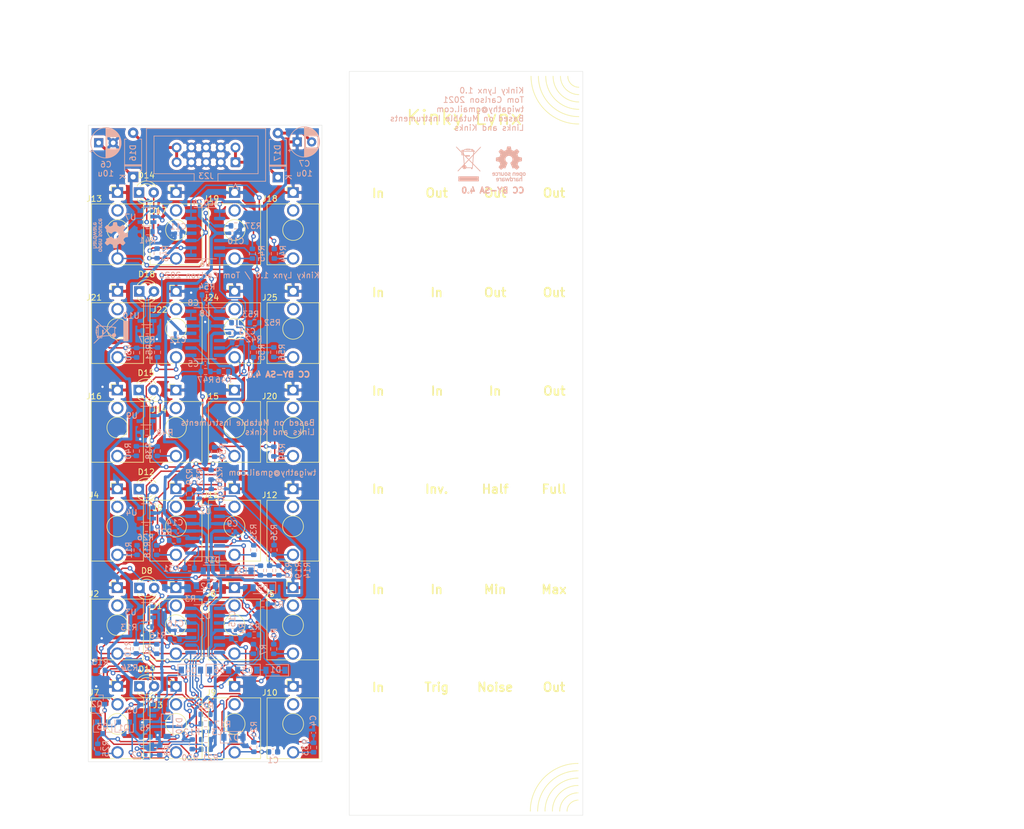
<source format=kicad_pcb>
(kicad_pcb (version 20171130) (host pcbnew "(5.1.10)-1")
  (layers (0 F.Cu signal) (31 B.Cu signal) (34 B.Paste user) (35 F.Paste user) (36 B.SilkS user) (37 F.SilkS user) (38 B.Mask user) (39 F.Mask user) (44 Edge.Cuts user))
  (net 0 "")
  (net 1 Earth)
  (net 2 "Net-(C1-Pad1)")
  (net 3 "Net-(C2-Pad2)")
  (net 4 "Net-(C2-Pad1)")
  (net 5 "Net-(C3-Pad2)")
  (net 6 "Net-(C3-Pad1)")
  (net 7 "Net-(C4-Pad1)")
  (net 8 "Net-(C5-Pad2)")
  (net 9 "Net-(C5-Pad1)")
  (net 10 +12V)
  (net 11 -12V)
  (net 12 "Net-(C8-Pad2)")
  (net 13 "Net-(C8-Pad1)")
  (net 14 MINMAX_IN_A)
  (net 15 "Net-(D1-Pad1)")
  (net 16 MINMAX_IN_B)
  (net 17 "Net-(D3-Pad2)")
  (net 18 "Net-(D5-Pad2)")
  (net 19 "Net-(D5-Pad1)")
  (net 20 "Net-(D6-Pad2)")
  (net 21 "Net-(D6-Pad1)")
  (net 22 "Net-(D8-Pad2)")
  (net 23 "Net-(D8-Pad1)")
  (net 24 "Net-(D11-Pad1)")
  (net 25 "Net-(D9-Pad1)")
  (net 26 "Net-(D10-Pad2)")
  (net 27 "Net-(D10-Pad1)")
  (net 28 "Net-(D11-Pad2)")
  (net 29 "Net-(D12-Pad2)")
  (net 30 "Net-(D12-Pad1)")
  (net 31 "Net-(D13-Pad2)")
  (net 32 "Net-(D13-Pad1)")
  (net 33 "Net-(D14-Pad2)")
  (net 34 "Net-(D14-Pad1)")
  (net 35 "Net-(D15-Pad2)")
  (net 36 "Net-(D15-Pad1)")
  (net 37 "Net-(D16-Pad2)")
  (net 38 "Net-(D17-Pad1)")
  (net 39 "Net-(D18-Pad2)")
  (net 40 "Net-(D18-Pad1)")
  (net 41 "Net-(J4-PadT)")
  (net 42 "Net-(J5-PadT)")
  (net 43 "Net-(J6-PadT)")
  (net 44 "Net-(J7-PadT)")
  (net 45 "Net-(J8-PadT)")
  (net 46 "Net-(J9-PadT)")
  (net 47 "Net-(J10-PadT)")
  (net 48 "Net-(J11-PadT)")
  (net 49 "Net-(J12-PadT)")
  (net 50 "Net-(J13-PadT)")
  (net 51 "Net-(J14-PadT)")
  (net 52 "Net-(J15-PadT)")
  (net 53 "Net-(J16-PadT)")
  (net 54 "Net-(J17-PadT)")
  (net 55 "Net-(J18-PadT)")
  (net 56 "Net-(J19-PadT)")
  (net 57 "Net-(J20-PadT)")
  (net 58 "Net-(J21-PadT)")
  (net 59 "Net-(J22-PadT)")
  (net 60 "Net-(J24-PadT)")
  (net 61 "Net-(J25-PadT)")
  (net 62 "Net-(Q1-Pad3)")
  (net 63 "Net-(Q1-Pad1)")
  (net 64 "Net-(R10-Pad1)")
  (net 65 "Net-(R11-Pad1)")
  (net 66 "Net-(R14-Pad1)")
  (net 67 "Net-(R15-Pad2)")
  (net 68 "Net-(R17-Pad2)")
  (net 69 "Net-(R20-Pad1)")
  (net 70 "Net-(J7-PadTN)")
  (net 71 "Net-(R27-Pad1)")
  (net 72 "Net-(R28-Pad1)")
  (net 73 "Net-(R31-Pad1)")
  (net 74 "Net-(R32-Pad1)")
  (net 75 "Net-(R38-Pad1)")
  (net 76 "Net-(R42-Pad1)")
  (net 77 "Net-(R43-Pad2)")
  (net 78 "Net-(R44-Pad2)")
  (net 79 "Net-(R45-Pad2)")
  (net 80 "Net-(R50-Pad1)")
  (net 81 "Net-(R52-Pad1)")
  (net 82 "Net-(U8-Pad13)")
  (module Capacitor_SMD:C_0603_1608Metric (layer B.Cu) (at 72.5935 131.7625)
    (fp_text reference C1 (at 0 1.43) (layer B.SilkS) (effects (justify mirror)))
    (fp_text value "4.7u (ceramic/tant)")
    (pad 2 smd roundrect (at 0.775 0) (size 0.9 0.95) (layers B.Cu B.Paste B.Mask) (net 1 Earth))
    (pad 1 smd roundrect (at -0.775 0) (size 0.9 0.95) (layers B.Cu B.Paste B.Mask) (net 2 "Net-(C1-Pad1)"))
  )
  (module RS:Jack_3.5mm_QingPu_WQP-PJ398SM_Vertical_CircularHoles (layer F.Cu) (at 45.72 120.4468)
    (fp_text reference J7 (at -4.03 1.08 180) (layer F.SilkS))
    (fp_text value AudioJack2_SwitchT)
    (pad TN thru_hole circle (at 0 3.1 180) (size 2.13 2.13) (drill 1.42) (layers *.Cu *.Mask) (net 70 "Net-(J7-PadTN)"))
    (pad S thru_hole rect (at 0 0 180) (size 1.93 1.83) (drill 1.22) (layers *.Cu *.Mask) (net 1 Earth))
    (pad T thru_hole circle (at 0 11.4 180) (size 2.13 2.13) (drill 1.43) (layers *.Cu *.Mask) (net 44 "Net-(J7-PadT)"))
  )
  (module Symbol:OSHW-Logo_5.7x6mm_SilkScreen (layer B.Cu) (at 44.5135 42.4815 90)
    (fp_text reference J27 hide)
    (fp_text value OSHW hide)
  )
  (module Symbol:WEEE-Logo_4.2x6mm_SilkScreen (layer B.Cu) (at 44.577 59.055 270)
    (fp_text reference J26 hide)
    (fp_text value WEEE hide)
  )
  (module Symbol:OSHW-Logo_5.7x6mm_SilkScreen (layer B.Cu) (at 113.3221 30.1625 180)
    (fp_text reference J27 hide)
    (fp_text value OSHW hide)
  )
  (module Symbol:WEEE-Logo_4.2x6mm_SilkScreen (layer B.Cu) (at 106.3371 30.1625 180)
    (fp_text reference J26 hide)
    (fp_text value WEEE hide)
  )
  (module MountingHole:MountingHole_2.1mm (layer F.Cu) (at 95.5421 86.2711)
    (fp_text reference REF** (at -4.4831 5.8674) (layer F.SilkS))
    (fp_text value MountingHole_2.1mm)
    (pad "" np_thru_hole circle (at 0 0) (size 3.1 3.1) (drill 3.1) (layers *.Cu *.Mask))
  )
  (module MountingHole:MountingHole_3.2mm_M3 (layer F.Cu) (at 90.3478 17.3228)
    (fp_text reference REF** hide)
    (fp_text value MountingHole_3.2mm_M3)
    (pad "" np_thru_hole oval (at 0 0) (size 6.4 3.2) (drill oval 6.4 3.2) (layers *.Cu *.Mask))
  )
  (module MountingHole:MountingHole_3.2mm_M3 (layer F.Cu) (at 90.3986 139.7254)
    (fp_text reference REF** hide)
    (fp_text value MountingHole_3.2mm_M3)
    (pad "" np_thru_hole oval (at 0 0) (size 6.4 3.2) (drill oval 6.4 3.2) (layers *.Cu *.Mask))
  )
  (module MountingHole:MountingHole_2.1mm (layer F.Cu) (at 95.758 120.4976)
    (fp_text reference REF** (at -5.1435 5.5499) (layer F.SilkS))
    (fp_text value MountingHole_2.1mm)
    (pad "" np_thru_hole circle (at 0 0) (size 3.1 3.1) (drill 3.1) (layers *.Cu *.Mask))
  )
  (module MountingHole:MountingHole_2.1mm (layer F.Cu) (at 95.9231 103.6066)
    (fp_text reference REF** (at 4.7244 5.7404) (layer F.SilkS))
    (fp_text value MountingHole_2.1mm)
    (pad "" np_thru_hole circle (at 0 0) (size 3.1 3.1) (drill 3.1) (layers *.Cu *.Mask))
  )
  (module MountingHole:MountingHole_2.1mm (layer F.Cu) (at 95.6945 69.3293)
    (fp_text reference REF** (at 5.334 6.0452) (layer F.SilkS))
    (fp_text value MountingHole_2.1mm)
    (pad "" np_thru_hole circle (at 0 0) (size 3.1 3.1) (drill 3.1) (layers *.Cu *.Mask))
  )
  (module MountingHole:MountingHole_2.1mm (layer F.Cu) (at 95.758 52.2605)
    (fp_text reference REF** (at -5.0419 5.588) (layer F.SilkS))
    (fp_text value MountingHole_2.1mm)
    (pad "" np_thru_hole circle (at 0 0) (size 3.1 3.1) (drill 3.1) (layers *.Cu *.Mask))
  )
  (module MountingHole:MountingHole_2.1mm (layer F.Cu) (at 95.6945 35.179)
    (fp_text reference REF** (at -4.8133 6.35) (layer F.SilkS))
    (fp_text value MountingHole_2.1mm)
    (pad "" np_thru_hole circle (at 0 0) (size 3.1 3.1) (drill 3.1) (layers *.Cu *.Mask))
  )
  (module MountingHole:MountingHole_2.1mm (layer F.Cu) (at 100.838 127.127)
    (fp_text reference REF** (at -0.1905 0.0127) (layer F.SilkS))
    (fp_text value MountingHole_2.1mm)
    (pad "" np_thru_hole circle (at 0 0) (size 6.1 6.1) (drill 6.1) (layers *.Cu *.Mask))
  )
  (module MountingHole:MountingHole_2.1mm (layer F.Cu) (at 110.9345 127.127)
    (fp_text reference REF** (at 0.3937 0.5842) (layer F.SilkS))
    (fp_text value MountingHole_2.1mm)
    (pad "" np_thru_hole circle (at 0 0) (size 6.1 6.1) (drill 6.1) (layers *.Cu *.Mask))
  )
  (module MountingHole:MountingHole_2.1mm (layer F.Cu) (at 121.0945 127.0635)
    (fp_text reference REF** (at 0.254 -0.5588) (layer F.SilkS))
    (fp_text value MountingHole_2.1mm)
    (pad "" np_thru_hole circle (at 0 0) (size 6.1 6.1) (drill 6.1) (layers *.Cu *.Mask))
  )
  (module MountingHole:MountingHole_2.1mm (layer F.Cu) (at 90.805 127.127)
    (fp_text reference REF** (at 0.0635 -0.1143) (layer F.SilkS))
    (fp_text value MountingHole_2.1mm)
    (pad "" np_thru_hole circle (at 0 0) (size 6.1 6.1) (drill 6.1) (layers *.Cu *.Mask))
  )
  (module MountingHole:MountingHole_2.1mm (layer F.Cu) (at 100.838 110.1725)
    (fp_text reference REF** (at 0 -0.0127) (layer F.SilkS))
    (fp_text value MountingHole_2.1mm)
    (pad "" np_thru_hole circle (at 0 0) (size 6.1 6.1) (drill 6.1) (layers *.Cu *.Mask))
  )
  (module MountingHole:MountingHole_2.1mm (layer F.Cu) (at 110.9345 110.236)
    (fp_text reference REF** (at 0 -0.1397) (layer F.SilkS))
    (fp_text value MountingHole_2.1mm)
    (pad "" np_thru_hole circle (at 0 0) (size 6.1 6.1) (drill 6.1) (layers *.Cu *.Mask))
  )
  (module MountingHole:MountingHole_2.1mm (layer F.Cu) (at 121.0945 110.236)
    (fp_text reference REF** (at 0.1905 -0.7747) (layer F.SilkS))
    (fp_text value MountingHole_2.1mm)
    (pad "" np_thru_hole circle (at 0 0) (size 6.1 6.1) (drill 6.1) (layers *.Cu *.Mask))
  )
  (module MountingHole:MountingHole_2.1mm (layer F.Cu) (at 90.7415 110.236)
    (fp_text reference REF** (at -0.1905 -0.6477) (layer F.SilkS))
    (fp_text value MountingHole_2.1mm)
    (pad "" np_thru_hole circle (at 0 0) (size 6.1 6.1) (drill 6.1) (layers *.Cu *.Mask))
  )
  (module MountingHole:MountingHole_2.1mm (layer F.Cu) (at 100.838 93.091)
    (fp_text reference REF** (at -0.254 0.3429) (layer F.SilkS))
    (fp_text value MountingHole_2.1mm)
    (pad "" np_thru_hole circle (at 0 0) (size 6.1 6.1) (drill 6.1) (layers *.Cu *.Mask))
  )
  (module MountingHole:MountingHole_2.1mm (layer F.Cu) (at 110.9345 93.1545)
    (fp_text reference REF** (at -0.3048 -0.4826) (layer F.SilkS))
    (fp_text value MountingHole_2.1mm)
    (pad "" np_thru_hole circle (at 0 0) (size 6.1 6.1) (drill 6.1) (layers *.Cu *.Mask))
  )
  (module MountingHole:MountingHole_2.1mm (layer F.Cu) (at 121.0945 93.1545)
    (fp_text reference REF** (at -0.3175 -0.2921) (layer F.SilkS))
    (fp_text value MountingHole_2.1mm)
    (pad "" np_thru_hole circle (at 0 0) (size 6.1 6.1) (drill 6.1) (layers *.Cu *.Mask))
  )
  (module MountingHole:MountingHole_2.1mm (layer F.Cu) (at 90.7415 93.091)
    (fp_text reference REF** (at -0.1905 0.2159) (layer F.SilkS))
    (fp_text value MountingHole_2.1mm)
    (pad "" np_thru_hole circle (at 0 0) (size 6.1 6.1) (drill 6.1) (layers *.Cu *.Mask))
  )
  (module MountingHole:MountingHole_2.1mm (layer F.Cu) (at 100.838 76.0095)
    (fp_text reference REF** (at 0.2413 0.254) (layer F.SilkS))
    (fp_text value MountingHole_2.1mm)
    (pad "" np_thru_hole circle (at 0 0) (size 6.1 6.1) (drill 6.1) (layers *.Cu *.Mask))
  )
  (module MountingHole:MountingHole_2.1mm (layer F.Cu) (at 110.9345 76.0095)
    (fp_text reference REF** (at 0 -0.254) (layer F.SilkS))
    (fp_text value MountingHole_2.1mm)
    (pad "" np_thru_hole circle (at 0 0) (size 6.1 6.1) (drill 6.1) (layers *.Cu *.Mask))
  )
  (module MountingHole:MountingHole_2.1mm (layer F.Cu) (at 121.0945 76.0095)
    (fp_text reference REF** (at 0.1778 0.127) (layer F.SilkS))
    (fp_text value MountingHole_2.1mm)
    (pad "" np_thru_hole circle (at 0 0) (size 6.1 6.1) (drill 6.1) (layers *.Cu *.Mask))
  )
  (module MountingHole:MountingHole_2.1mm (layer F.Cu) (at 90.7415 76.0095)
    (fp_text reference REF** (at 0.1778 -0.3175) (layer F.SilkS))
    (fp_text value MountingHole_2.1mm)
    (pad "" np_thru_hole circle (at 0 0) (size 6.1 6.1) (drill 6.1) (layers *.Cu *.Mask))
  )
  (module MountingHole:MountingHole_2.1mm (layer F.Cu) (at 100.838 58.928)
    (fp_text reference REF** (at -0.2032 -0.4699) (layer F.SilkS))
    (fp_text value MountingHole_2.1mm)
    (pad "" np_thru_hole circle (at 0 0) (size 6.1 6.1) (drill 6.1) (layers *.Cu *.Mask))
  )
  (module MountingHole:MountingHole_2.1mm (layer F.Cu) (at 110.9345 58.928)
    (fp_text reference REF** (at 0.127 0.3556) (layer F.SilkS))
    (fp_text value MountingHole_2.1mm)
    (pad "" np_thru_hole circle (at 0 0) (size 6.1 6.1) (drill 6.1) (layers *.Cu *.Mask))
  )
  (module MountingHole:MountingHole_2.1mm (layer F.Cu) (at 121.0945 58.928)
    (fp_text reference REF** (at 0.3683 -0.8509) (layer F.SilkS))
    (fp_text value MountingHole_2.1mm)
    (pad "" np_thru_hole circle (at 0 0) (size 6.1 6.1) (drill 6.1) (layers *.Cu *.Mask))
  )
  (module MountingHole:MountingHole_2.1mm (layer F.Cu) (at 90.7415 58.928)
    (fp_text reference REF** (at -0.0762 -0.5334) (layer F.SilkS))
    (fp_text value MountingHole_2.1mm)
    (pad "" np_thru_hole circle (at 0 0) (size 6.1 6.1) (drill 6.1) (layers *.Cu *.Mask))
  )
  (module MountingHole:MountingHole_2.1mm (layer F.Cu) (at 121.0945 41.8465)
    (fp_text reference REF** (at 0.2413 -0.3175) (layer F.SilkS))
    (fp_text value MountingHole_2.1mm)
    (pad "" np_thru_hole circle (at 0 0) (size 6.1 6.1) (drill 6.1) (layers *.Cu *.Mask))
  )
  (module MountingHole:MountingHole_2.1mm (layer F.Cu) (at 110.9345 41.8465)
    (fp_text reference REF** (at 0.381 -0.4445) (layer F.SilkS))
    (fp_text value MountingHole_2.1mm)
    (pad "" np_thru_hole circle (at 0 0) (size 6.1 6.1) (drill 6.1) (layers *.Cu *.Mask))
  )
  (module MountingHole:MountingHole_2.1mm (layer F.Cu) (at 100.838 41.91)
    (fp_text reference REF** (at -0.1397 -0.4445) (layer F.SilkS))
    (fp_text value MountingHole_2.1mm)
    (pad "" np_thru_hole circle (at 0 0) (size 6.1 6.1) (drill 6.1) (layers *.Cu *.Mask))
  )
  (module MountingHole:MountingHole_2.1mm (layer F.Cu) (at 90.805 41.9735)
    (fp_text reference REF** (at -0.1397 -0.5715) (layer F.SilkS))
    (fp_text value MountingHole_2.1mm)
    (pad "" np_thru_hole circle (at 0 0) (size 6.1 6.1) (drill 6.1) (layers *.Cu *.Mask))
  )
  (module Capacitor_SMD:C_0402_1005Metric (layer B.Cu) (at 56.1568 110.7694)
    (fp_text reference C16 (at -0.4038 -1.1684) (layer B.SilkS) (effects (justify mirror)))
    (fp_text value 100n)
    (pad 2 smd roundrect (at 0.48 0) (size 0.56 0.62) (layers B.Cu B.Paste B.Mask) (net 11 -12V))
    (pad 1 smd roundrect (at -0.48 0) (size 0.56 0.62) (layers B.Cu B.Paste B.Mask) (net 1 Earth))
  )
  (module Capacitor_SMD:C_0402_1005Metric (layer B.Cu) (at 65.5854 110.7694)
    (fp_text reference C15 (at -0.0534 -1.9939 90) (layer B.SilkS) (effects (justify mirror)))
    (fp_text value 100n)
    (pad 2 smd roundrect (at 0.48 0) (size 0.56 0.62) (layers B.Cu B.Paste B.Mask) (net 1 Earth))
    (pad 1 smd roundrect (at -0.48 0) (size 0.56 0.62) (layers B.Cu B.Paste B.Mask) (net 10 +12V))
  )
  (module Package_TO_SOT_SMD:SOT-23-5 (layer B.Cu) (at 50.8 56.3372 180)
    (fp_text reference U10 (at 2.7305 -0.0508) (layer B.SilkS) (effects (justify mirror)))
    (fp_text value LM321)
    (pad 5 smd rect (at 1.1 0.95 180) (size 1.06 0.65) (layers B.Cu B.Paste B.Mask) (net 10 +12V))
    (pad 4 smd rect (at 1.1 -0.95 180) (size 1.06 0.65) (layers B.Cu B.Paste B.Mask) (net 40 "Net-(D18-Pad1)"))
    (pad 3 smd rect (at -1.1 -0.95 180) (size 1.06 0.65) (layers B.Cu B.Paste B.Mask) (net 39 "Net-(D18-Pad2)"))
    (pad 2 smd rect (at -1.1 0 180) (size 1.06 0.65) (layers B.Cu B.Paste B.Mask) (net 11 -12V))
    (pad 1 smd rect (at -1.1 0.95 180) (size 1.06 0.65) (layers B.Cu B.Paste B.Mask) (net 13 "Net-(C8-Pad1)"))
  )
  (module Package_TO_SOT_SMD:SOT-23-5 (layer B.Cu) (at 50.6476 73.66 180)
    (fp_text reference U9 (at 2.4511 0) (layer B.SilkS) (effects (justify mirror)))
    (fp_text value LM321)
    (pad 5 smd rect (at 1.1 0.95 180) (size 1.06 0.65) (layers B.Cu B.Paste B.Mask) (net 10 +12V))
    (pad 4 smd rect (at 1.1 -0.95 180) (size 1.06 0.65) (layers B.Cu B.Paste B.Mask) (net 36 "Net-(D15-Pad1)"))
    (pad 3 smd rect (at -1.1 -0.95 180) (size 1.06 0.65) (layers B.Cu B.Paste B.Mask) (net 35 "Net-(D15-Pad2)"))
    (pad 2 smd rect (at -1.1 0 180) (size 1.06 0.65) (layers B.Cu B.Paste B.Mask) (net 11 -12V))
    (pad 1 smd rect (at -1.1 0.95 180) (size 1.06 0.65) (layers B.Cu B.Paste B.Mask) (net 9 "Net-(C5-Pad1)"))
  )
  (module Package_SO:SOIC-14_3.9x8.7mm_P1.27mm (layer B.Cu) (at 60.8584 59.436 180)
    (fp_text reference U8 (at 0 3.429) (layer B.SilkS) (effects (justify mirror)))
    (fp_text value TL074)
    (pad 14 smd roundrect (at 2.475 3.81 180) (size 1.95 0.6) (layers B.Cu B.Paste B.Mask) (net 82 "Net-(U8-Pad13)"))
    (pad 13 smd roundrect (at 2.475 2.54 180) (size 1.95 0.6) (layers B.Cu B.Paste B.Mask) (net 82 "Net-(U8-Pad13)"))
    (pad 12 smd roundrect (at 2.475 1.27 180) (size 1.95 0.6) (layers B.Cu B.Paste B.Mask) (net 1 Earth))
    (pad 11 smd roundrect (at 2.475 0 180) (size 1.95 0.6) (layers B.Cu B.Paste B.Mask) (net 11 -12V))
    (pad 10 smd roundrect (at 2.475 -1.27 180) (size 1.95 0.6) (layers B.Cu B.Paste B.Mask) (net 1 Earth))
    (pad 9 smd roundrect (at 2.475 -2.54 180) (size 1.95 0.6) (layers B.Cu B.Paste B.Mask) (net 8 "Net-(C5-Pad2)"))
    (pad 8 smd roundrect (at 2.475 -3.81 180) (size 1.95 0.6) (layers B.Cu B.Paste B.Mask) (net 9 "Net-(C5-Pad1)"))
    (pad 7 smd roundrect (at -2.475 -3.81 180) (size 1.95 0.6) (layers B.Cu B.Paste B.Mask) (net 76 "Net-(R42-Pad1)"))
    (pad 6 smd roundrect (at -2.475 -2.54 180) (size 1.95 0.6) (layers B.Cu B.Paste B.Mask) (net 75 "Net-(R38-Pad1)"))
    (pad 5 smd roundrect (at -2.475 -1.27 180) (size 1.95 0.6) (layers B.Cu B.Paste B.Mask) (net 1 Earth))
    (pad 4 smd roundrect (at -2.475 0 180) (size 1.95 0.6) (layers B.Cu B.Paste B.Mask) (net 10 +12V))
    (pad 3 smd roundrect (at -2.475 1.27 180) (size 1.95 0.6) (layers B.Cu B.Paste B.Mask) (net 1 Earth))
    (pad 2 smd roundrect (at -2.475 2.54 180) (size 1.95 0.6) (layers B.Cu B.Paste B.Mask) (net 12 "Net-(C8-Pad2)"))
    (pad 1 smd roundrect (at -2.475 3.81 180) (size 1.95 0.6) (layers B.Cu B.Paste B.Mask) (net 13 "Net-(C8-Pad1)"))
  )
  (module Package_TO_SOT_SMD:SOT-23-5 (layer B.Cu) (at 50.8 39.2684 180)
    (fp_text reference U7 (at 2.8575 -0.1016) (layer B.SilkS) (effects (justify mirror)))
    (fp_text value LM321)
    (pad 5 smd rect (at 1.1 0.95 180) (size 1.06 0.65) (layers B.Cu B.Paste B.Mask) (net 10 +12V))
    (pad 4 smd rect (at 1.1 -0.95 180) (size 1.06 0.65) (layers B.Cu B.Paste B.Mask) (net 34 "Net-(D14-Pad1)"))
    (pad 3 smd rect (at -1.1 -0.95 180) (size 1.06 0.65) (layers B.Cu B.Paste B.Mask) (net 33 "Net-(D14-Pad2)"))
    (pad 2 smd rect (at -1.1 0 180) (size 1.06 0.65) (layers B.Cu B.Paste B.Mask) (net 11 -12V))
    (pad 1 smd rect (at -1.1 0.95 180) (size 1.06 0.65) (layers B.Cu B.Paste B.Mask) (net 50 "Net-(J13-PadT)"))
  )
  (module Package_SO:SOIC-14_3.9x8.7mm_P1.27mm (layer B.Cu) (at 60.8838 42.1386)
    (fp_text reference U6 (at 0 5.28) (layer B.SilkS) (effects (justify mirror)))
    (fp_text value TL074 (at 0 -5.28) (layer B.SilkS) (effects (justify mirror)))
    (pad 14 smd roundrect (at 2.475 3.81) (size 1.95 0.6) (layers B.Cu B.Paste B.Mask) (net 81 "Net-(R52-Pad1)"))
    (pad 13 smd roundrect (at 2.475 2.54) (size 1.95 0.6) (layers B.Cu B.Paste B.Mask) (net 80 "Net-(R50-Pad1)"))
    (pad 12 smd roundrect (at 2.475 1.27) (size 1.95 0.6) (layers B.Cu B.Paste B.Mask) (net 1 Earth))
    (pad 11 smd roundrect (at 2.475 0) (size 1.95 0.6) (layers B.Cu B.Paste B.Mask) (net 11 -12V))
    (pad 10 smd roundrect (at 2.475 -1.27) (size 1.95 0.6) (layers B.Cu B.Paste B.Mask) (net 50 "Net-(J13-PadT)"))
    (pad 9 smd roundrect (at 2.475 -2.54) (size 1.95 0.6) (layers B.Cu B.Paste B.Mask) (net 79 "Net-(R45-Pad2)"))
    (pad 8 smd roundrect (at 2.475 -3.81) (size 1.95 0.6) (layers B.Cu B.Paste B.Mask) (net 79 "Net-(R45-Pad2)"))
    (pad 7 smd roundrect (at -2.475 -3.81) (size 1.95 0.6) (layers B.Cu B.Paste B.Mask) (net 78 "Net-(R44-Pad2)"))
    (pad 6 smd roundrect (at -2.475 -2.54) (size 1.95 0.6) (layers B.Cu B.Paste B.Mask) (net 78 "Net-(R44-Pad2)"))
    (pad 5 smd roundrect (at -2.475 -1.27) (size 1.95 0.6) (layers B.Cu B.Paste B.Mask) (net 50 "Net-(J13-PadT)"))
    (pad 4 smd roundrect (at -2.475 0) (size 1.95 0.6) (layers B.Cu B.Paste B.Mask) (net 10 +12V))
    (pad 3 smd roundrect (at -2.475 1.27) (size 1.95 0.6) (layers B.Cu B.Paste B.Mask) (net 50 "Net-(J13-PadT)"))
    (pad 2 smd roundrect (at -2.475 2.54) (size 1.95 0.6) (layers B.Cu B.Paste B.Mask) (net 77 "Net-(R43-Pad2)"))
    (pad 1 smd roundrect (at -2.475 3.81) (size 1.95 0.6) (layers B.Cu B.Paste B.Mask) (net 77 "Net-(R43-Pad2)"))
  )
  (module Package_TO_SOT_SMD:SOT-23-5 (layer B.Cu) (at 50.7746 124.5616 180)
    (fp_text reference U5 (at 2.5146 -0.0254) (layer B.SilkS) (effects (justify mirror)))
    (fp_text value LM321)
    (pad 5 smd rect (at 1.1 0.95 180) (size 1.06 0.65) (layers B.Cu B.Paste B.Mask) (net 10 +12V))
    (pad 4 smd rect (at 1.1 -0.95 180) (size 1.06 0.65) (layers B.Cu B.Paste B.Mask) (net 32 "Net-(D13-Pad1)"))
    (pad 3 smd rect (at -1.1 -0.95 180) (size 1.06 0.65) (layers B.Cu B.Paste B.Mask) (net 31 "Net-(D13-Pad2)"))
    (pad 2 smd rect (at -1.1 0 180) (size 1.06 0.65) (layers B.Cu B.Paste B.Mask) (net 11 -12V))
    (pad 1 smd rect (at -1.1 0.95 180) (size 1.06 0.65) (layers B.Cu B.Paste B.Mask) (net 7 "Net-(C4-Pad1)"))
  )
  (module Package_TO_SOT_SMD:SOT-23-5 (layer B.Cu) (at 50.7492 90.5002 180)
    (fp_text reference U4 (at 2.6162 0.0762) (layer B.SilkS) (effects (justify mirror)))
    (fp_text value LM321)
    (pad 5 smd rect (at 1.1 0.95 180) (size 1.06 0.65) (layers B.Cu B.Paste B.Mask) (net 10 +12V))
    (pad 4 smd rect (at 1.1 -0.95 180) (size 1.06 0.65) (layers B.Cu B.Paste B.Mask) (net 30 "Net-(D12-Pad1)"))
    (pad 3 smd rect (at -1.1 -0.95 180) (size 1.06 0.65) (layers B.Cu B.Paste B.Mask) (net 29 "Net-(D12-Pad2)"))
    (pad 2 smd rect (at -1.1 0 180) (size 1.06 0.65) (layers B.Cu B.Paste B.Mask) (net 11 -12V))
    (pad 1 smd rect (at -1.1 0.95 180) (size 1.06 0.65) (layers B.Cu B.Paste B.Mask) (net 66 "Net-(R14-Pad1)"))
  )
  (module Package_TO_SOT_SMD:SOT-23-5 (layer B.Cu) (at 50.7492 107.569 180)
    (fp_text reference U3 (at 2.7432 -0.0635) (layer B.SilkS) (effects (justify mirror)))
    (fp_text value LM321)
    (pad 5 smd rect (at 1.1 0.95 180) (size 1.06 0.65) (layers B.Cu B.Paste B.Mask) (net 10 +12V))
    (pad 4 smd rect (at 1.1 -0.95 180) (size 1.06 0.65) (layers B.Cu B.Paste B.Mask) (net 23 "Net-(D8-Pad1)"))
    (pad 3 smd rect (at -1.1 -0.95 180) (size 1.06 0.65) (layers B.Cu B.Paste B.Mask) (net 22 "Net-(D8-Pad2)"))
    (pad 2 smd rect (at -1.1 0 180) (size 1.06 0.65) (layers B.Cu B.Paste B.Mask) (net 11 -12V))
    (pad 1 smd rect (at -1.1 0.95 180) (size 1.06 0.65) (layers B.Cu B.Paste B.Mask) (net 64 "Net-(R10-Pad1)"))
  )
  (module Package_SO:SOIC-14_3.9x8.7mm_P1.27mm (layer B.Cu) (at 60.8584 93.599 180)
    (fp_text reference U2 (at -0.0381 3.429) (layer B.SilkS) (effects (justify mirror)))
    (fp_text value TL074)
    (pad 14 smd roundrect (at 2.475 3.81 180) (size 1.95 0.6) (layers B.Cu B.Paste B.Mask) (net 74 "Net-(R32-Pad1)"))
    (pad 13 smd roundrect (at 2.475 2.54 180) (size 1.95 0.6) (layers B.Cu B.Paste B.Mask) (net 72 "Net-(R28-Pad1)"))
    (pad 12 smd roundrect (at 2.475 1.27 180) (size 1.95 0.6) (layers B.Cu B.Paste B.Mask) (net 1 Earth))
    (pad 11 smd roundrect (at 2.475 0 180) (size 1.95 0.6) (layers B.Cu B.Paste B.Mask) (net 11 -12V))
    (pad 10 smd roundrect (at 2.475 -1.27 180) (size 1.95 0.6) (layers B.Cu B.Paste B.Mask) (net 1 Earth))
    (pad 9 smd roundrect (at 2.475 -2.54 180) (size 1.95 0.6) (layers B.Cu B.Paste B.Mask) (net 71 "Net-(R27-Pad1)"))
    (pad 8 smd roundrect (at 2.475 -3.81 180) (size 1.95 0.6) (layers B.Cu B.Paste B.Mask) (net 73 "Net-(R31-Pad1)"))
    (pad 7 smd roundrect (at -2.475 -3.81 180) (size 1.95 0.6) (layers B.Cu B.Paste B.Mask) (net 24 "Net-(D11-Pad1)"))
    (pad 6 smd roundrect (at -2.475 -2.54 180) (size 1.95 0.6) (layers B.Cu B.Paste B.Mask) (net 25 "Net-(D9-Pad1)"))
    (pad 5 smd roundrect (at -2.475 -1.27 180) (size 1.95 0.6) (layers B.Cu B.Paste B.Mask) (net 1 Earth))
    (pad 4 smd roundrect (at -2.475 0 180) (size 1.95 0.6) (layers B.Cu B.Paste B.Mask) (net 10 +12V))
    (pad 3 smd roundrect (at -2.475 1.27 180) (size 1.95 0.6) (layers B.Cu B.Paste B.Mask) (net 1 Earth))
    (pad 2 smd roundrect (at -2.475 2.54 180) (size 1.95 0.6) (layers B.Cu B.Paste B.Mask) (net 65 "Net-(R11-Pad1)"))
    (pad 1 smd roundrect (at -2.475 3.81 180) (size 1.95 0.6) (layers B.Cu B.Paste B.Mask) (net 66 "Net-(R14-Pad1)"))
  )
  (module Package_SO:SOIC-14_3.9x8.7mm_P1.27mm (layer B.Cu) (at 60.8584 110.7694 180)
    (fp_text reference U1 (at 0 2.5019) (layer B.SilkS) (effects (justify mirror)))
    (fp_text value TL074)
    (pad 14 smd roundrect (at 2.475 3.81 180) (size 1.95 0.6) (layers B.Cu B.Paste B.Mask) (net 27 "Net-(D10-Pad1)"))
    (pad 13 smd roundrect (at 2.475 2.54 180) (size 1.95 0.6) (layers B.Cu B.Paste B.Mask) (net 69 "Net-(R20-Pad1)"))
    (pad 12 smd roundrect (at 2.475 1.27 180) (size 1.95 0.6) (layers B.Cu B.Paste B.Mask) (net 67 "Net-(R15-Pad2)"))
    (pad 11 smd roundrect (at 2.475 0 180) (size 1.95 0.6) (layers B.Cu B.Paste B.Mask) (net 11 -12V))
    (pad 10 smd roundrect (at 2.475 -1.27 180) (size 1.95 0.6) (layers B.Cu B.Paste B.Mask) (net 1 Earth))
    (pad 9 smd roundrect (at 2.475 -2.54 180) (size 1.95 0.6) (layers B.Cu B.Paste B.Mask) (net 68 "Net-(R17-Pad2)"))
    (pad 8 smd roundrect (at 2.475 -3.81 180) (size 1.95 0.6) (layers B.Cu B.Paste B.Mask) (net 70 "Net-(J7-PadTN)"))
    (pad 7 smd roundrect (at -2.475 -3.81 180) (size 1.95 0.6) (layers B.Cu B.Paste B.Mask) (net 21 "Net-(D6-Pad1)"))
    (pad 6 smd roundrect (at -2.475 -2.54 180) (size 1.95 0.6) (layers B.Cu B.Paste B.Mask) (net 20 "Net-(D6-Pad2)"))
    (pad 5 smd roundrect (at -2.475 -1.27 180) (size 1.95 0.6) (layers B.Cu B.Paste B.Mask) (net 17 "Net-(D3-Pad2)"))
    (pad 4 smd roundrect (at -2.475 0 180) (size 1.95 0.6) (layers B.Cu B.Paste B.Mask) (net 10 +12V))
    (pad 3 smd roundrect (at -2.475 1.27 180) (size 1.95 0.6) (layers B.Cu B.Paste B.Mask) (net 15 "Net-(D1-Pad1)"))
    (pad 2 smd roundrect (at -2.475 2.54 180) (size 1.95 0.6) (layers B.Cu B.Paste B.Mask) (net 19 "Net-(D5-Pad1)"))
    (pad 1 smd roundrect (at -2.475 3.81 180) (size 1.95 0.6) (layers B.Cu B.Paste B.Mask) (net 18 "Net-(D5-Pad2)"))
  )
  (module Resistor_SMD:R_0603_1608Metric (layer B.Cu) (at 50.863 59.0042 180)
    (fp_text reference R57 (at 0.063 -1.5113) (layer B.SilkS) (effects (justify mirror)))
    (fp_text value 1k)
    (pad 2 smd roundrect (at 0.825 0 180) (size 0.8 0.95) (layers B.Cu B.Paste B.Mask) (net 1 Earth))
    (pad 1 smd roundrect (at -0.825 0 180) (size 0.8 0.95) (layers B.Cu B.Paste B.Mask) (net 39 "Net-(D18-Pad2)"))
  )
  (module Resistor_SMD:R_0603_1608Metric (layer B.Cu) (at 72.6948 62.6994 90)
    (fp_text reference R56 (at 0 1.43 90) (layer B.SilkS) (effects (justify mirror)))
    (fp_text value 51)
    (pad 2 smd roundrect (at 0.825 0 90) (size 0.8 0.95) (layers B.Cu B.Paste B.Mask) (net 13 "Net-(C8-Pad1)"))
    (pad 1 smd roundrect (at -0.825 0 90) (size 0.8 0.95) (layers B.Cu B.Paste B.Mask) (net 61 "Net-(J25-PadT)"))
  )
  (module Resistor_SMD:R_0603_1608Metric (layer B.Cu) (at 69.1896 62.7248 90)
    (fp_text reference R55 (at 0 1.43 90) (layer B.SilkS) (effects (justify mirror)))
    (fp_text value 51)
    (pad 2 smd roundrect (at 0.825 0 90) (size 0.8 0.95) (layers B.Cu B.Paste B.Mask) (net 13 "Net-(C8-Pad1)"))
    (pad 1 smd roundrect (at -0.825 0 90) (size 0.8 0.95) (layers B.Cu B.Paste B.Mask) (net 60 "Net-(J24-PadT)"))
  )
  (module Resistor_SMD:R_0603_1608Metric (layer B.Cu) (at 61.1378 52.8066 180)
    (fp_text reference R54 (at 0 1.43) (layer B.SilkS) (effects (justify mirror)))
    (fp_text value 100k)
    (pad 2 smd roundrect (at 0.825 0 180) (size 0.8 0.95) (layers B.Cu B.Paste B.Mask) (net 12 "Net-(C8-Pad2)"))
    (pad 1 smd roundrect (at -0.825 0 180) (size 0.8 0.95) (layers B.Cu B.Paste B.Mask) (net 13 "Net-(C8-Pad1)"))
  )
  (module Resistor_SMD:R_0603_1608Metric (layer B.Cu) (at 66.2432 57.6072)
    (fp_text reference R53 (at 2.4638 -1.4732) (layer B.SilkS) (effects (justify mirror)))
    (fp_text value 100k)
    (pad 2 smd roundrect (at 0.825 0) (size 0.8 0.95) (layers B.Cu B.Paste B.Mask) (net 81 "Net-(R52-Pad1)"))
    (pad 1 smd roundrect (at -0.825 0) (size 0.8 0.95) (layers B.Cu B.Paste B.Mask) (net 12 "Net-(C8-Pad2)"))
  )
  (module Resistor_SMD:R_0603_1608Metric (layer B.Cu) (at 69.405 57.6072 180)
    (fp_text reference R52 (at -3.0485 0.0127) (layer B.SilkS) (effects (justify mirror)))
    (fp_text value 100k)
    (pad 2 smd roundrect (at 0.825 0 180) (size 0.8 0.95) (layers B.Cu B.Paste B.Mask) (net 80 "Net-(R50-Pad1)"))
    (pad 1 smd roundrect (at -0.825 0 180) (size 0.8 0.95) (layers B.Cu B.Paste B.Mask) (net 81 "Net-(R52-Pad1)"))
  )
  (module Resistor_SMD:R_0603_1608Metric (layer B.Cu) (at 52.6288 62.7248 270)
    (fp_text reference R51 (at 0 1.43 90) (layer B.SilkS) (effects (justify mirror)))
    (fp_text value 100k)
    (pad 2 smd roundrect (at 0.825 0 270) (size 0.8 0.95) (layers B.Cu B.Paste B.Mask) (net 59 "Net-(J22-PadT)"))
    (pad 1 smd roundrect (at -0.825 0 270) (size 0.8 0.95) (layers B.Cu B.Paste B.Mask) (net 80 "Net-(R50-Pad1)"))
  )
  (module Resistor_SMD:R_0603_1608Metric (layer B.Cu) (at 49.022 62.7766 270)
    (fp_text reference R50 (at 0 1.43 90) (layer B.SilkS) (effects (justify mirror)))
    (fp_text value 100k)
    (pad 2 smd roundrect (at 0.825 0 270) (size 0.8 0.95) (layers B.Cu B.Paste B.Mask) (net 58 "Net-(J21-PadT)"))
    (pad 1 smd roundrect (at -0.825 0 270) (size 0.8 0.95) (layers B.Cu B.Paste B.Mask) (net 80 "Net-(R50-Pad1)"))
  )
  (module Resistor_SMD:R_0603_1608Metric (layer B.Cu) (at 72.7202 79.8698 90)
    (fp_text reference R49 (at 0 1.43 90) (layer B.SilkS) (effects (justify mirror)))
    (fp_text value 51)
    (pad 2 smd roundrect (at 0.825 0 90) (size 0.8 0.95) (layers B.Cu B.Paste B.Mask) (net 9 "Net-(C5-Pad1)"))
    (pad 1 smd roundrect (at -0.825 0 90) (size 0.8 0.95) (layers B.Cu B.Paste B.Mask) (net 57 "Net-(J20-PadT)"))
  )
  (module Resistor_SMD:R_0603_1608Metric (layer B.Cu) (at 50.8 76.5302 180)
    (fp_text reference R48 (at -3.1115 -0.0508) (layer B.SilkS) (effects (justify mirror)))
    (fp_text value 1k)
    (pad 2 smd roundrect (at 0.825 0 180) (size 0.8 0.95) (layers B.Cu B.Paste B.Mask) (net 1 Earth))
    (pad 1 smd roundrect (at -0.825 0 180) (size 0.8 0.95) (layers B.Cu B.Paste B.Mask) (net 35 "Net-(D15-Pad2)"))
  )
  (module Resistor_SMD:R_0603_1608Metric (layer B.Cu) (at 60.9346 66.04)
    (fp_text reference R47 (at 0 1.43) (layer B.SilkS) (effects (justify mirror)))
    (fp_text value 100k)
    (pad 2 smd roundrect (at 0.825 0) (size 0.8 0.95) (layers B.Cu B.Paste B.Mask) (net 8 "Net-(C5-Pad2)"))
    (pad 1 smd roundrect (at -0.825 0) (size 0.8 0.95) (layers B.Cu B.Paste B.Mask) (net 9 "Net-(C5-Pad1)"))
  )
  (module Resistor_SMD:R_0603_1608Metric (layer B.Cu) (at 64.0466 66.04)
    (fp_text reference R46 (at 0 1.43) (layer B.SilkS) (effects (justify mirror)))
    (fp_text value 100k)
    (pad 2 smd roundrect (at 0.825 0) (size 0.8 0.95) (layers B.Cu B.Paste B.Mask) (net 76 "Net-(R42-Pad1)"))
    (pad 1 smd roundrect (at -0.825 0) (size 0.8 0.95) (layers B.Cu B.Paste B.Mask) (net 8 "Net-(C5-Pad2)"))
  )
  (module Resistor_SMD:R_0603_1608Metric (layer B.Cu) (at 69.0118 45.6692 90)
    (fp_text reference R45 (at 0.0127 1.6002 90) (layer B.SilkS) (effects (justify mirror)))
    (fp_text value 51)
    (pad 2 smd roundrect (at 0.825 0 90) (size 0.8 0.95) (layers B.Cu B.Paste B.Mask) (net 79 "Net-(R45-Pad2)"))
    (pad 1 smd roundrect (at -0.825 0 90) (size 0.8 0.95) (layers B.Cu B.Paste B.Mask) (net 56 "Net-(J19-PadT)"))
  )
  (module Resistor_SMD:R_0603_1608Metric (layer B.Cu) (at 72.7964 45.6814 90)
    (fp_text reference R44 (at 0.0249 1.4986 90) (layer B.SilkS) (effects (justify mirror)))
    (fp_text value 51)
    (pad 2 smd roundrect (at 0.825 0 90) (size 0.8 0.95) (layers B.Cu B.Paste B.Mask) (net 78 "Net-(R44-Pad2)"))
    (pad 1 smd roundrect (at -0.825 0 90) (size 0.8 0.95) (layers B.Cu B.Paste B.Mask) (net 55 "Net-(J18-PadT)"))
  )
  (module Resistor_SMD:R_0603_1608Metric (layer B.Cu) (at 52.5526 45.6306 90)
    (fp_text reference R43 (at 0 1.43 90) (layer B.SilkS) (effects (justify mirror)))
    (fp_text value 51)
    (pad 2 smd roundrect (at 0.825 0 90) (size 0.8 0.95) (layers B.Cu B.Paste B.Mask) (net 77 "Net-(R43-Pad2)"))
    (pad 1 smd roundrect (at -0.825 0 90) (size 0.8 0.95) (layers B.Cu B.Paste B.Mask) (net 54 "Net-(J17-PadT)"))
  )
  (module Resistor_SMD:R_0603_1608Metric (layer B.Cu) (at 66.3316 61.0616 180)
    (fp_text reference R42 (at -2.9469 0.6096) (layer B.SilkS) (effects (justify mirror)))
    (fp_text value 33k)
    (pad 2 smd roundrect (at 0.825 0 180) (size 0.8 0.95) (layers B.Cu B.Paste B.Mask) (net 75 "Net-(R38-Pad1)"))
    (pad 1 smd roundrect (at -0.825 0 180) (size 0.8 0.95) (layers B.Cu B.Paste B.Mask) (net 76 "Net-(R42-Pad1)"))
  )
  (module Resistor_SMD:R_0603_1608Metric (layer B.Cu) (at 50.9138 41.8846 180)
    (fp_text reference R41 (at 0 -1.4859) (layer B.SilkS) (effects (justify mirror)))
    (fp_text value 1k)
    (pad 2 smd roundrect (at 0.825 0 180) (size 0.8 0.95) (layers B.Cu B.Paste B.Mask) (net 1 Earth))
    (pad 1 smd roundrect (at -0.825 0 180) (size 0.8 0.95) (layers B.Cu B.Paste B.Mask) (net 33 "Net-(D14-Pad2)"))
  )
  (module Resistor_SMD:R_0603_1608Metric (layer B.Cu) (at 48.9712 79.7814 270)
    (fp_text reference R40 (at 0 1.43 90) (layer B.SilkS) (effects (justify mirror)))
    (fp_text value 100k)
    (pad 2 smd roundrect (at 0.825 0 270) (size 0.8 0.95) (layers B.Cu B.Paste B.Mask) (net 53 "Net-(J16-PadT)"))
    (pad 1 smd roundrect (at -0.825 0 270) (size 0.8 0.95) (layers B.Cu B.Paste B.Mask) (net 75 "Net-(R38-Pad1)"))
  )
  (module Resistor_SMD:R_0603_1608Metric (layer B.Cu) (at 62.484 79.947 90)
    (fp_text reference R39 (at 0 1.43 90) (layer B.SilkS) (effects (justify mirror)))
    (fp_text value 100k)
    (pad 2 smd roundrect (at 0.825 0 90) (size 0.8 0.95) (layers B.Cu B.Paste B.Mask) (net 52 "Net-(J15-PadT)"))
    (pad 1 smd roundrect (at -0.825 0 90) (size 0.8 0.95) (layers B.Cu B.Paste B.Mask) (net 75 "Net-(R38-Pad1)"))
  )
  (module Resistor_SMD:R_0603_1608Metric (layer B.Cu) (at 52.578 79.7946 270)
    (fp_text reference R38 (at 0 1.43 90) (layer B.SilkS) (effects (justify mirror)))
    (fp_text value 100k)
    (pad 2 smd roundrect (at 0.825 0 270) (size 0.8 0.95) (layers B.Cu B.Paste B.Mask) (net 51 "Net-(J14-PadT)"))
    (pad 1 smd roundrect (at -0.825 0 270) (size 0.8 0.95) (layers B.Cu B.Paste B.Mask) (net 75 "Net-(R38-Pad1)"))
  )
  (module Resistor_SMD:R_0603_1608Metric (layer B.Cu) (at 66.1416 40.8686 180)
    (fp_text reference R37 (at -3.0099 -0.0254) (layer B.SilkS) (effects (justify mirror)))
    (fp_text value 10M)
    (pad 2 smd roundrect (at 0.825 0 180) (size 0.8 0.95) (layers B.Cu B.Paste B.Mask) (net 50 "Net-(J13-PadT)"))
    (pad 1 smd roundrect (at -0.825 0 180) (size 0.8 0.95) (layers B.Cu B.Paste B.Mask) (net 1 Earth))
  )
  (module Resistor_SMD:R_0603_1608Metric (layer B.Cu) (at 72.7456 96.8624 90)
    (fp_text reference R36 (at 3.0094 0.0254 90) (layer B.SilkS) (effects (justify mirror)))
    (fp_text value 180)
    (pad 2 smd roundrect (at 0.825 0 90) (size 0.8 0.95) (layers B.Cu B.Paste B.Mask) (net 74 "Net-(R32-Pad1)"))
    (pad 1 smd roundrect (at -0.825 0 90) (size 0.8 0.95) (layers B.Cu B.Paste B.Mask) (net 49 "Net-(J12-PadT)"))
  )
  (module Resistor_SMD:R_0603_1608Metric (layer B.Cu) (at 69.2404 96.8878 90)
    (fp_text reference R35 (at 3.0983 -0.0254 90) (layer B.SilkS) (effects (justify mirror)))
    (fp_text value 180)
    (pad 2 smd roundrect (at 0.825 0 90) (size 0.8 0.95) (layers B.Cu B.Paste B.Mask) (net 73 "Net-(R31-Pad1)"))
    (pad 1 smd roundrect (at -0.825 0 90) (size 0.8 0.95) (layers B.Cu B.Paste B.Mask) (net 48 "Net-(J11-PadT)"))
  )
  (module Resistor_SMD:R_0603_1608Metric (layer B.Cu) (at 50.9524 117.2464 180)
    (fp_text reference R34 (at 3.1369 0.0254) (layer B.SilkS) (effects (justify mirror)))
    (fp_text value 1k)
    (pad 2 smd roundrect (at 0.825 0 180) (size 0.8 0.95) (layers B.Cu B.Paste B.Mask) (net 1 Earth))
    (pad 1 smd roundrect (at -0.825 0 180) (size 0.8 0.95) (layers B.Cu B.Paste B.Mask) (net 31 "Net-(D13-Pad2)"))
  )
  (module Resistor_SMD:R_0603_1608Metric (layer B.Cu) (at 79.5782 131 90)
    (fp_text reference R33 (at 0 -1.4097 90) (layer B.SilkS) (effects (justify mirror)))
    (fp_text value 180)
    (pad 2 smd roundrect (at 0.825 0 90) (size 0.8 0.95) (layers B.Cu B.Paste B.Mask) (net 7 "Net-(C4-Pad1)"))
    (pad 1 smd roundrect (at -0.825 0 90) (size 0.8 0.95) (layers B.Cu B.Paste B.Mask) (net 47 "Net-(J10-PadT)"))
  )
  (module Resistor_SMD:R_0603_1608Metric (layer B.Cu) (at 59.817 87.1982 90)
    (fp_text reference R32 (at 2.9972 0.127 90) (layer B.SilkS) (effects (justify mirror)))
    (fp_text value 200k)
    (pad 2 smd roundrect (at 0.825 0 90) (size 0.8 0.95) (layers B.Cu B.Paste B.Mask) (net 72 "Net-(R28-Pad1)"))
    (pad 1 smd roundrect (at -0.825 0 90) (size 0.8 0.95) (layers B.Cu B.Paste B.Mask) (net 74 "Net-(R32-Pad1)"))
  )
  (module Resistor_SMD:R_0603_1608Metric (layer B.Cu) (at 58.166 99.9998)
    (fp_text reference R31 (at -3.1115 0.0762) (layer B.SilkS) (effects (justify mirror)))
    (fp_text value 200k)
    (pad 2 smd roundrect (at 0.825 0) (size 0.8 0.95) (layers B.Cu B.Paste B.Mask) (net 71 "Net-(R27-Pad1)"))
    (pad 1 smd roundrect (at -0.825 0) (size 0.8 0.95) (layers B.Cu B.Paste B.Mask) (net 73 "Net-(R31-Pad1)"))
  )
  (module Resistor_SMD:R_0603_1608Metric (layer B.Cu) (at 61.8998 87.1596 270)
    (fp_text reference R30 (at -0.0376 -1.7272 90) (layer B.SilkS) (effects (justify mirror)))
    (fp_text value 200k)
    (pad 2 smd roundrect (at 0.825 0 270) (size 0.8 0.95) (layers B.Cu B.Paste B.Mask) (net 66 "Net-(R14-Pad1)"))
    (pad 1 smd roundrect (at -0.825 0 270) (size 0.8 0.95) (layers B.Cu B.Paste B.Mask) (net 72 "Net-(R28-Pad1)"))
  )
  (module Resistor_SMD:R_0603_1608Metric (layer B.Cu) (at 58.1152 87.2114 270)
    (fp_text reference R29 (at -3.0104 -0.0508 90) (layer B.SilkS) (effects (justify mirror)))
    (fp_text value 100k)
    (pad 2 smd roundrect (at 0.825 0 270) (size 0.8 0.95) (layers B.Cu B.Paste B.Mask) (net 28 "Net-(D11-Pad2)"))
    (pad 1 smd roundrect (at -0.825 0 270) (size 0.8 0.95) (layers B.Cu B.Paste B.Mask) (net 72 "Net-(R28-Pad1)"))
  )
  (module Resistor_SMD:R_0603_1608Metric (layer B.Cu) (at 61.8744 83.883 90)
    (fp_text reference R28 (at 0 1.43 90) (layer B.SilkS) (effects (justify mirror)))
    (fp_text value 100k)
    (pad 2 smd roundrect (at 0.825 0 90) (size 0.8 0.95) (layers B.Cu B.Paste B.Mask) (net 28 "Net-(D11-Pad2)"))
    (pad 1 smd roundrect (at -0.825 0 90) (size 0.8 0.95) (layers B.Cu B.Paste B.Mask) (net 72 "Net-(R28-Pad1)"))
  )
  (module Resistor_SMD:R_0603_1608Metric (layer B.Cu) (at 55.4868 95.1992)
    (fp_text reference R27 (at -1.7658 -1.4097 180) (layer B.SilkS) (effects (justify mirror)))
    (fp_text value 100k)
    (pad 2 smd roundrect (at 0.825 0) (size 0.8 0.95) (layers B.Cu B.Paste B.Mask) (net 28 "Net-(D11-Pad2)"))
    (pad 1 smd roundrect (at -0.825 0) (size 0.8 0.95) (layers B.Cu B.Paste B.Mask) (net 71 "Net-(R27-Pad1)"))
  )
  (module Resistor_SMD:R_0603_1608Metric (layer B.Cu) (at 50.7238 93.1418 180)
    (fp_text reference R26 (at 0.1778 -1.5367) (layer B.SilkS) (effects (justify mirror)))
    (fp_text value 1k)
    (pad 2 smd roundrect (at 0.825 0 180) (size 0.8 0.95) (layers B.Cu B.Paste B.Mask) (net 1 Earth))
    (pad 1 smd roundrect (at -0.825 0 180) (size 0.8 0.95) (layers B.Cu B.Paste B.Mask) (net 29 "Net-(D12-Pad2)"))
  )
  (module Resistor_SMD:R_0603_1608Metric (layer B.Cu) (at 42.291 131.2032 90)
    (fp_text reference R25 (at 0 1.43 90) (layer B.SilkS) (effects (justify mirror)))
    (fp_text value 1M)
    (pad 2 smd roundrect (at 0.825 0 90) (size 0.8 0.95) (layers B.Cu B.Paste B.Mask) (net 26 "Net-(D10-Pad2)"))
    (pad 1 smd roundrect (at -0.825 0 90) (size 0.8 0.95) (layers B.Cu B.Paste B.Mask) (net 44 "Net-(J7-PadT)"))
  )
  (module Resistor_SMD:R_0603_1608Metric (layer B.Cu) (at 69.2658 130.9238 90)
    (fp_text reference R24 (at 3.0348 0.0127 90) (layer B.SilkS) (effects (justify mirror)))
    (fp_text value 180)
    (pad 2 smd roundrect (at 0.825 0 90) (size 0.8 0.95) (layers B.Cu B.Paste B.Mask) (net 70 "Net-(J7-PadTN)"))
    (pad 1 smd roundrect (at -0.825 0 90) (size 0.8 0.95) (layers B.Cu B.Paste B.Mask) (net 46 "Net-(J9-PadT)"))
  )
  (module Resistor_SMD:R_0603_1608Metric (layer B.Cu) (at 70.4088 100.4194 270)
    (fp_text reference R23 (at -0.0259 -4.9022 90) (layer B.SilkS) (effects (justify mirror)))
    (fp_text value 100k)
    (pad 2 smd roundrect (at 0.825 0 270) (size 0.8 0.95) (layers B.Cu B.Paste B.Mask) (net 25 "Net-(D9-Pad1)"))
    (pad 1 smd roundrect (at -0.825 0 270) (size 0.8 0.95) (layers B.Cu B.Paste B.Mask) (net 24 "Net-(D11-Pad1)"))
  )
  (module Resistor_SMD:R_0603_1608Metric (layer B.Cu) (at 60.9214 125.2728 180)
    (fp_text reference R22 (at 0 1.43) (layer B.SilkS) (effects (justify mirror)))
    (fp_text value 1.5M)
    (pad 2 smd roundrect (at 0.825 0 180) (size 0.8 0.95) (layers B.Cu B.Paste B.Mask) (net 68 "Net-(R17-Pad2)"))
    (pad 1 smd roundrect (at -0.825 0 180) (size 0.8 0.95) (layers B.Cu B.Paste B.Mask) (net 70 "Net-(J7-PadTN)"))
  )
  (module Resistor_SMD:R_0603_1608Metric (layer B.Cu) (at 60.9722 131.318 180)
    (fp_text reference R21 (at -0.7498 -1.4605) (layer B.SilkS) (effects (justify mirror)))
    (fp_text value 1M)
    (pad 2 smd roundrect (at 0.825 0 180) (size 0.8 0.95) (layers B.Cu B.Paste B.Mask) (net 69 "Net-(R20-Pad1)"))
    (pad 1 smd roundrect (at -0.825 0 180) (size 0.8 0.95) (layers B.Cu B.Paste B.Mask) (net 10 +12V))
  )
  (module Resistor_SMD:R_0603_1608Metric (layer B.Cu) (at 58.6232 130.4544 90)
    (fp_text reference R20 (at -2.3241 -0.3937 180) (layer B.SilkS) (effects (justify mirror)))
    (fp_text value 10k)
    (pad 2 smd roundrect (at 0.825 0 90) (size 0.8 0.95) (layers B.Cu B.Paste B.Mask) (net 1 Earth))
    (pad 1 smd roundrect (at -0.825 0 90) (size 0.8 0.95) (layers B.Cu B.Paste B.Mask) (net 69 "Net-(R20-Pad1)"))
  )
  (module Resistor_SMD:R_0603_1608Metric (layer B.Cu) (at 71.9836 100.4184 90)
    (fp_text reference R19 (at 0.0249 4.9784 90) (layer B.SilkS) (effects (justify mirror)))
    (fp_text value 200k)
    (pad 2 smd roundrect (at 0.825 0 90) (size 0.8 0.95) (layers B.Cu B.Paste B.Mask) (net 66 "Net-(R14-Pad1)"))
    (pad 1 smd roundrect (at -0.825 0 90) (size 0.8 0.95) (layers B.Cu B.Paste B.Mask) (net 25 "Net-(D9-Pad1)"))
  )
  (module Resistor_SMD:R_0603_1608Metric (layer B.Cu) (at 52.4764 96.901 90)
    (fp_text reference R18 (at 0.0635 -1.6129 90) (layer B.SilkS) (effects (justify mirror)))
    (fp_text value 180)
    (pad 2 smd roundrect (at 0.825 0 90) (size 0.8 0.95) (layers B.Cu B.Paste B.Mask) (net 66 "Net-(R14-Pad1)"))
    (pad 1 smd roundrect (at -0.825 0 90) (size 0.8 0.95) (layers B.Cu B.Paste B.Mask) (net 45 "Net-(J8-PadT)"))
  )
  (module Resistor_SMD:R_0603_1608Metric (layer B.Cu) (at 60.9214 126.8984 180)
    (fp_text reference R17 (at -2.9596 -0.1016) (layer B.SilkS) (effects (justify mirror)))
    (fp_text value 100k)
    (pad 2 smd roundrect (at 0.825 0 180) (size 0.8 0.95) (layers B.Cu B.Paste B.Mask) (net 68 "Net-(R17-Pad2)"))
    (pad 1 smd roundrect (at -0.825 0 180) (size 0.8 0.95) (layers B.Cu B.Paste B.Mask) (net 6 "Net-(C3-Pad1)"))
  )
  (module Resistor_SMD:R_0603_1608Metric (layer B.Cu) (at 55.6006 112.2934)
    (fp_text reference R16 (at -2.8956 -0.6604) (layer B.SilkS) (effects (justify mirror)))
    (fp_text value 100k)
    (pad 2 smd roundrect (at 0.825 0) (size 0.8 0.95) (layers B.Cu B.Paste B.Mask) (net 1 Earth))
    (pad 1 smd roundrect (at -0.825 0) (size 0.8 0.95) (layers B.Cu B.Paste B.Mask) (net 67 "Net-(R15-Pad2)"))
  )
  (module Resistor_SMD:R_0603_1608Metric (layer B.Cu) (at 42.7355 117.6782 180)
    (fp_text reference R15 (at 0 1.43) (layer B.SilkS) (effects (justify mirror)))
    (fp_text value 10k)
    (pad 2 smd roundrect (at 0.825 0 180) (size 0.8 0.95) (layers B.Cu B.Paste B.Mask) (net 67 "Net-(R15-Pad2)"))
    (pad 1 smd roundrect (at -0.825 0 180) (size 0.8 0.95) (layers B.Cu B.Paste B.Mask) (net 4 "Net-(C2-Pad1)"))
  )
  (module Resistor_SMD:R_0603_1608Metric (layer B.Cu) (at 73.5838 100.4194 270)
    (fp_text reference R14 (at -0.0259 -4.9022 90) (layer B.SilkS) (effects (justify mirror)))
    (fp_text value 200k)
    (pad 2 smd roundrect (at 0.825 0 270) (size 0.8 0.95) (layers B.Cu B.Paste B.Mask) (net 65 "Net-(R11-Pad1)"))
    (pad 1 smd roundrect (at -0.825 0 270) (size 0.8 0.95) (layers B.Cu B.Paste B.Mask) (net 66 "Net-(R14-Pad1)"))
  )
  (module Resistor_SMD:R_0603_1608Metric (layer B.Cu) (at 50.736 110.1852 180)
    (fp_text reference R13 (at 3.0475 -0.0508) (layer B.SilkS) (effects (justify mirror)))
    (fp_text value 1k)
    (pad 2 smd roundrect (at 0.825 0 180) (size 0.8 0.95) (layers B.Cu B.Paste B.Mask) (net 1 Earth))
    (pad 1 smd roundrect (at -0.825 0 180) (size 0.8 0.95) (layers B.Cu B.Paste B.Mask) (net 22 "Net-(D8-Pad2)"))
  )
  (module Resistor_SMD:R_0603_1608Metric (layer B.Cu) (at 60.9976 129.6416 180)
    (fp_text reference R12 (at 2.4506 1.3081) (layer B.SilkS) (effects (justify mirror)))
    (fp_text value 4.7k)
    (pad 2 smd roundrect (at 0.825 0 180) (size 0.8 0.95) (layers B.Cu B.Paste B.Mask) (net 5 "Net-(C3-Pad2)"))
    (pad 1 smd roundrect (at -0.825 0 180) (size 0.8 0.95) (layers B.Cu B.Paste B.Mask) (net 10 +12V))
  )
  (module Resistor_SMD:R_0603_1608Metric (layer B.Cu) (at 49.0982 96.8878 270)
    (fp_text reference R11 (at 0 1.43 90) (layer B.SilkS) (effects (justify mirror)))
    (fp_text value 200k)
    (pad 2 smd roundrect (at 0.825 0 270) (size 0.8 0.95) (layers B.Cu B.Paste B.Mask) (net 41 "Net-(J4-PadT)"))
    (pad 1 smd roundrect (at -0.825 0 270) (size 0.8 0.95) (layers B.Cu B.Paste B.Mask) (net 65 "Net-(R11-Pad1)"))
  )
  (module Resistor_SMD:R_0603_1608Metric (layer B.Cu) (at 48.9458 113.9322 270)
    (fp_text reference R10 (at 0 1.43 90) (layer B.SilkS) (effects (justify mirror)))
    (fp_text value 1M)
    (pad 2 smd roundrect (at 0.825 0 270) (size 0.8 0.95) (layers B.Cu B.Paste B.Mask) (net 16 MINMAX_IN_B))
    (pad 1 smd roundrect (at -0.825 0 270) (size 0.8 0.95) (layers B.Cu B.Paste B.Mask) (net 64 "Net-(R10-Pad1)"))
  )
  (module Resistor_SMD:R_0603_1608Metric (layer B.Cu) (at 52.5018 113.983 270)
    (fp_text reference R9 (at 0 1.43 90) (layer B.SilkS) (effects (justify mirror)))
    (fp_text value 1M)
    (pad 2 smd roundrect (at 0.825 0 270) (size 0.8 0.95) (layers B.Cu B.Paste B.Mask) (net 14 MINMAX_IN_A))
    (pad 1 smd roundrect (at -0.825 0 270) (size 0.8 0.95) (layers B.Cu B.Paste B.Mask) (net 64 "Net-(R10-Pad1)"))
  )
  (module Resistor_SMD:R_0603_1608Metric (layer B.Cu) (at 53.0098 131.4836 270)
    (fp_text reference R8 (at 0.0249 -1.3462 90) (layer B.SilkS) (effects (justify mirror)))
    (fp_text value 100k)
    (pad 2 smd roundrect (at 0.825 0 270) (size 0.8 0.95) (layers B.Cu B.Paste B.Mask) (net 3 "Net-(C2-Pad2)"))
    (pad 1 smd roundrect (at -0.825 0 270) (size 0.8 0.95) (layers B.Cu B.Paste B.Mask) (net 1 Earth))
  )
  (module Resistor_SMD:R_0603_1608Metric (layer B.Cu) (at 69.1896 113.982 90)
    (fp_text reference R7 (at -0.1275 1.6764 90) (layer B.SilkS) (effects (justify mirror)))
    (fp_text value 180)
    (pad 2 smd roundrect (at 0.825 0 90) (size 0.8 0.95) (layers B.Cu B.Paste B.Mask) (net 21 "Net-(D6-Pad1)"))
    (pad 1 smd roundrect (at -0.825 0 90) (size 0.8 0.95) (layers B.Cu B.Paste B.Mask) (net 43 "Net-(J6-PadT)"))
  )
  (module Resistor_SMD:R_0603_1608Metric (layer B.Cu) (at 72.6948 113.982 90)
    (fp_text reference R6 (at 2.6665 0.0762 90) (layer B.SilkS) (effects (justify mirror)))
    (fp_text value 180)
    (pad 2 smd roundrect (at 0.825 0 90) (size 0.8 0.95) (layers B.Cu B.Paste B.Mask) (net 18 "Net-(D5-Pad2)"))
    (pad 1 smd roundrect (at -0.825 0 90) (size 0.8 0.95) (layers B.Cu B.Paste B.Mask) (net 42 "Net-(J5-PadT)"))
  )
  (module Resistor_SMD:R_0603_1608Metric (layer B.Cu) (at 50.5714 129.1844)
    (fp_text reference R5 (at -0.0254 -1.5494) (layer B.SilkS) (effects (justify mirror)))
    (fp_text value 470k)
    (pad 2 smd roundrect (at 0.825 0) (size 0.8 0.95) (layers B.Cu B.Paste B.Mask) (net 2 "Net-(C1-Pad1)"))
    (pad 1 smd roundrect (at -0.825 0) (size 0.8 0.95) (layers B.Cu B.Paste B.Mask) (net 10 +12V))
  )
  (module Resistor_SMD:R_0603_1608Metric (layer B.Cu) (at 66.1792 112.1918 180)
    (fp_text reference R4 (at -1.0673 1.7653 90) (layer B.SilkS) (effects (justify mirror)))
    (fp_text value 220k)
    (pad 2 smd roundrect (at 0.825 0 180) (size 0.8 0.95) (layers B.Cu B.Paste B.Mask) (net 17 "Net-(D3-Pad2)"))
    (pad 1 smd roundrect (at -0.825 0 180) (size 0.8 0.95) (layers B.Cu B.Paste B.Mask) (net 10 +12V))
  )
  (module Resistor_SMD:R_0603_1608Metric (layer B.Cu) (at 60.9732 105.2576)
    (fp_text reference R3 (at -2.6802 0.0254) (layer B.SilkS) (effects (justify mirror)))
    (fp_text value 220k)
    (pad 2 smd roundrect (at 0.825 0) (size 0.8 0.95) (layers B.Cu B.Paste B.Mask) (net 15 "Net-(D1-Pad1)"))
    (pad 1 smd roundrect (at -0.825 0) (size 0.8 0.95) (layers B.Cu B.Paste B.Mask) (net 11 -12V))
  )
  (module Resistor_SMD:R_0603_1608Metric (layer B.Cu) (at 69.3298 111.5314)
    (fp_text reference R2 (at 0.0757 -1.3589) (layer B.SilkS) (effects (justify mirror)))
    (fp_text value 220k)
    (pad 2 smd roundrect (at 0.825 0) (size 0.8 0.95) (layers B.Cu B.Paste B.Mask) (net 20 "Net-(D6-Pad2)"))
    (pad 1 smd roundrect (at -0.825 0) (size 0.8 0.95) (layers B.Cu B.Paste B.Mask) (net 10 +12V))
  )
  (module Resistor_SMD:R_0603_1608Metric (layer B.Cu) (at 70.8274 106.1974 180)
    (fp_text reference R1 (at -2.6421 -0.1016) (layer B.SilkS) (effects (justify mirror)))
    (fp_text value 220k)
    (pad 2 smd roundrect (at 0.825 0 180) (size 0.8 0.95) (layers B.Cu B.Paste B.Mask) (net 19 "Net-(D5-Pad1)"))
    (pad 1 smd roundrect (at -0.825 0 180) (size 0.8 0.95) (layers B.Cu B.Paste B.Mask) (net 11 -12V))
  )
  (module Package_TO_SOT_SMD:SOT-23 (layer B.Cu) (at 43.1546 127.6096 270)
    (fp_text reference Q3 (at -0.2286 0.0381 180) (layer B.SilkS) (effects (justify mirror)))
    (fp_text value MMBFJ309LT1G)
    (pad 3 smd rect (at 1 0 270) (size 0.9 0.8) (layers B.Cu B.Paste B.Mask) (net 26 "Net-(D10-Pad2)"))
    (pad 2 smd rect (at -1 -0.95 270) (size 0.9 0.8) (layers B.Cu B.Paste B.Mask) (net 7 "Net-(C4-Pad1)"))
    (pad 1 smd rect (at -1 0.95 270) (size 0.9 0.8) (layers B.Cu B.Paste B.Mask) (net 44 "Net-(J7-PadT)"))
  )
  (module Package_TO_SOT_SMD:SOT-23 (layer B.Cu) (at 42.4942 123.5202)
    (fp_text reference Q2 (at -0.3302 -0.0127) (layer B.SilkS) (effects (justify mirror)))
    (fp_text value MMBT3904)
    (pad 3 smd rect (at 1 0) (size 0.9 0.8) (layers B.Cu B.Paste B.Mask) (net 5 "Net-(C3-Pad2)"))
    (pad 2 smd rect (at -1 -0.95) (size 0.9 0.8) (layers B.Cu B.Paste B.Mask) (net 1 Earth))
    (pad 1 smd rect (at -1 0.95) (size 0.9 0.8) (layers B.Cu B.Paste B.Mask) (net 63 "Net-(Q1-Pad1)"))
  )
  (module Package_TO_SOT_SMD:SOT-23 (layer B.Cu) (at 46.863 127.6096 270)
    (fp_text reference Q1 (at -0.0381 0.0635 180) (layer B.SilkS) (effects (justify mirror)))
    (fp_text value MMBT3904)
    (pad 3 smd rect (at 1 0 270) (size 0.9 0.8) (layers B.Cu B.Paste B.Mask) (net 62 "Net-(Q1-Pad3)"))
    (pad 2 smd rect (at -1 -0.95 270) (size 0.9 0.8) (layers B.Cu B.Paste B.Mask) (net 2 "Net-(C1-Pad1)"))
    (pad 1 smd rect (at -1 0.95 270) (size 0.9 0.8) (layers B.Cu B.Paste B.Mask) (net 63 "Net-(Q1-Pad1)"))
  )
  (module Connector_Audio:Jack_3.5mm_QingPu_WQP-PJ398SM_Vertical_CircularHoles (layer F.Cu) (at 76.0476 52.1716)
    (fp_text reference J25 (at -4.03 1.08 180) (layer F.SilkS))
    (fp_text value AudioJack2)
    (pad T thru_hole circle (at 0 11.4 180) (size 2.13 2.13) (drill 1.43) (layers *.Cu *.Mask) (net 61 "Net-(J25-PadT)"))
    (pad S thru_hole rect (at 0 0 180) (size 1.93 1.83) (drill 1.22) (layers *.Cu *.Mask) (net 1 Earth))
    (pad TN thru_hole circle (at 0 3.1 180) (size 2.13 2.13) (drill 1.42) (layers *.Cu *.Mask))
  )
  (module Connector_Audio:Jack_3.5mm_QingPu_WQP-PJ398SM_Vertical_CircularHoles (layer F.Cu) (at 65.9384 52.1716)
    (fp_text reference J24 (at -4.03 1.08 180) (layer F.SilkS))
    (fp_text value AudioJack2)
    (pad T thru_hole circle (at 0 11.4 180) (size 2.13 2.13) (drill 1.43) (layers *.Cu *.Mask) (net 60 "Net-(J24-PadT)"))
    (pad S thru_hole rect (at 0 0 180) (size 1.93 1.83) (drill 1.22) (layers *.Cu *.Mask) (net 1 Earth))
    (pad TN thru_hole circle (at 0 3.1 180) (size 2.13 2.13) (drill 1.42) (layers *.Cu *.Mask))
  )
  (module Connector_IDC:IDC-Header_2x05_P2.54mm_Vertical (layer B.Cu) (at 66.0908 29.8704 90)
    (fp_text reference J23 (at -2.3876 -5.0673) (layer B.SilkS) (effects (justify mirror)))
    (fp_text value Conn_02x05_Odd_Even)
    (pad 10 thru_hole circle (at 2.54 -10.16 90) (size 1.7 1.7) (drill 1) (layers *.Cu *.Mask) (net 37 "Net-(D16-Pad2)"))
    (pad 8 thru_hole circle (at 2.54 -7.62 90) (size 1.7 1.7) (drill 1) (layers *.Cu *.Mask) (net 1 Earth))
    (pad 6 thru_hole circle (at 2.54 -5.08 90) (size 1.7 1.7) (drill 1) (layers *.Cu *.Mask) (net 1 Earth))
    (pad 4 thru_hole circle (at 2.54 -2.54 90) (size 1.7 1.7) (drill 1) (layers *.Cu *.Mask) (net 1 Earth))
    (pad 2 thru_hole circle (at 2.54 0 90) (size 1.7 1.7) (drill 1) (layers *.Cu *.Mask) (net 38 "Net-(D17-Pad1)"))
    (pad 9 thru_hole circle (at 0 -10.16 90) (size 1.7 1.7) (drill 1) (layers *.Cu *.Mask) (net 37 "Net-(D16-Pad2)"))
    (pad 7 thru_hole circle (at 0 -7.62 90) (size 1.7 1.7) (drill 1) (layers *.Cu *.Mask) (net 1 Earth))
    (pad 5 thru_hole circle (at 0 -5.08 90) (size 1.7 1.7) (drill 1) (layers *.Cu *.Mask) (net 1 Earth))
    (pad 3 thru_hole circle (at 0 -2.54 90) (size 1.7 1.7) (drill 1) (layers *.Cu *.Mask) (net 1 Earth))
    (pad 1 thru_hole roundrect (at 0 0 90) (size 1.7 1.7) (drill 1) (layers *.Cu *.Mask) (roundrect_rratio 0.147059) (net 38 "Net-(D17-Pad1)"))
  )
  (module Connector_Audio:Jack_3.5mm_QingPu_WQP-PJ398SM_Vertical_CircularHoles (layer F.Cu) (at 55.8292 52.1716)
    (fp_text reference J22 (at -2.8067 3.2004 180) (layer F.SilkS))
    (fp_text value AudioJack2)
    (pad T thru_hole circle (at 0 11.4 180) (size 2.13 2.13) (drill 1.43) (layers *.Cu *.Mask) (net 59 "Net-(J22-PadT)"))
    (pad S thru_hole rect (at 0 0 180) (size 1.93 1.83) (drill 1.22) (layers *.Cu *.Mask) (net 1 Earth))
    (pad TN thru_hole circle (at 0 3.1 180) (size 2.13 2.13) (drill 1.42) (layers *.Cu *.Mask))
  )
  (module Connector_Audio:Jack_3.5mm_QingPu_WQP-PJ398SM_Vertical_CircularHoles (layer F.Cu) (at 45.72 52.1716)
    (fp_text reference J21 (at -4.03 1.08 180) (layer F.SilkS))
    (fp_text value AudioJack2)
    (pad T thru_hole circle (at 0 11.4 180) (size 2.13 2.13) (drill 1.43) (layers *.Cu *.Mask) (net 58 "Net-(J21-PadT)"))
    (pad S thru_hole rect (at 0 0 180) (size 1.93 1.83) (drill 1.22) (layers *.Cu *.Mask) (net 1 Earth))
    (pad TN thru_hole circle (at 0 3.1 180) (size 2.13 2.13) (drill 1.42) (layers *.Cu *.Mask))
  )
  (module Connector_Audio:Jack_3.5mm_QingPu_WQP-PJ398SM_Vertical_CircularHoles (layer F.Cu) (at 76.0222 69.2404)
    (fp_text reference J20 (at -4.03 1.08 180) (layer F.SilkS))
    (fp_text value AudioJack2)
    (pad T thru_hole circle (at 0 11.4 180) (size 2.13 2.13) (drill 1.43) (layers *.Cu *.Mask) (net 57 "Net-(J20-PadT)"))
    (pad S thru_hole rect (at 0 0 180) (size 1.93 1.83) (drill 1.22) (layers *.Cu *.Mask) (net 1 Earth))
    (pad TN thru_hole circle (at 0 3.1 180) (size 2.13 2.13) (drill 1.42) (layers *.Cu *.Mask))
  )
  (module Connector_Audio:Jack_3.5mm_QingPu_WQP-PJ398SM_Vertical_CircularHoles (layer F.Cu) (at 65.9384 35.1028)
    (fp_text reference J19 (at -4.03 1.08 180) (layer F.SilkS))
    (fp_text value AudioJack2)
    (pad T thru_hole circle (at 0 11.4 180) (size 2.13 2.13) (drill 1.43) (layers *.Cu *.Mask) (net 56 "Net-(J19-PadT)"))
    (pad S thru_hole rect (at 0 0 180) (size 1.93 1.83) (drill 1.22) (layers *.Cu *.Mask) (net 1 Earth))
    (pad TN thru_hole circle (at 0 3.1 180) (size 2.13 2.13) (drill 1.42) (layers *.Cu *.Mask))
  )
  (module Connector_Audio:Jack_3.5mm_QingPu_WQP-PJ398SM_Vertical_CircularHoles (layer F.Cu) (at 76.0476 35.1028)
    (fp_text reference J18 (at -4.03 1.08 180) (layer F.SilkS))
    (fp_text value AudioJack2)
    (pad T thru_hole circle (at 0 11.4 180) (size 2.13 2.13) (drill 1.43) (layers *.Cu *.Mask) (net 55 "Net-(J18-PadT)"))
    (pad S thru_hole rect (at 0 0 180) (size 1.93 1.83) (drill 1.22) (layers *.Cu *.Mask) (net 1 Earth))
    (pad TN thru_hole circle (at 0 3.1 180) (size 2.13 2.13) (drill 1.42) (layers *.Cu *.Mask))
  )
  (module Connector_Audio:Jack_3.5mm_QingPu_WQP-PJ398SM_Vertical_CircularHoles (layer F.Cu) (at 55.8292 35.1028)
    (fp_text reference J17 (at -2.9337 3.1242 180) (layer F.SilkS))
    (fp_text value AudioJack2)
    (pad T thru_hole circle (at 0 11.4 180) (size 2.13 2.13) (drill 1.43) (layers *.Cu *.Mask) (net 54 "Net-(J17-PadT)"))
    (pad S thru_hole rect (at 0 0 180) (size 1.93 1.83) (drill 1.22) (layers *.Cu *.Mask) (net 1 Earth))
    (pad TN thru_hole circle (at 0 3.1 180) (size 2.13 2.13) (drill 1.42) (layers *.Cu *.Mask))
  )
  (module Connector_Audio:Jack_3.5mm_QingPu_WQP-PJ398SM_Vertical_CircularHoles (layer F.Cu) (at 45.6946 69.2404)
    (fp_text reference J16 (at -4.03 1.08 180) (layer F.SilkS))
    (fp_text value AudioJack2)
    (pad T thru_hole circle (at 0 11.4 180) (size 2.13 2.13) (drill 1.43) (layers *.Cu *.Mask) (net 53 "Net-(J16-PadT)"))
    (pad S thru_hole rect (at 0 0 180) (size 1.93 1.83) (drill 1.22) (layers *.Cu *.Mask) (net 1 Earth))
    (pad TN thru_hole circle (at 0 3.1 180) (size 2.13 2.13) (drill 1.42) (layers *.Cu *.Mask))
  )
  (module Connector_Audio:Jack_3.5mm_QingPu_WQP-PJ398SM_Vertical_CircularHoles (layer F.Cu) (at 65.913 69.2404)
    (fp_text reference J15 (at -4.03 1.08 180) (layer F.SilkS))
    (fp_text value AudioJack2)
    (pad T thru_hole circle (at 0 11.4 180) (size 2.13 2.13) (drill 1.43) (layers *.Cu *.Mask) (net 52 "Net-(J15-PadT)"))
    (pad S thru_hole rect (at 0 0 180) (size 1.93 1.83) (drill 1.22) (layers *.Cu *.Mask) (net 1 Earth))
    (pad TN thru_hole circle (at 0 3.1 180) (size 2.13 2.13) (drill 1.42) (layers *.Cu *.Mask))
  )
  (module Connector_Audio:Jack_3.5mm_QingPu_WQP-PJ398SM_Vertical_CircularHoles (layer F.Cu) (at 55.8038 69.2404)
    (fp_text reference J14 (at -2.9083 3.4036 180) (layer F.SilkS))
    (fp_text value AudioJack2)
    (pad T thru_hole circle (at 0 11.4 180) (size 2.13 2.13) (drill 1.43) (layers *.Cu *.Mask) (net 51 "Net-(J14-PadT)"))
    (pad S thru_hole rect (at 0 0 180) (size 1.93 1.83) (drill 1.22) (layers *.Cu *.Mask) (net 1 Earth))
    (pad TN thru_hole circle (at 0 3.1 180) (size 2.13 2.13) (drill 1.42) (layers *.Cu *.Mask))
  )
  (module Connector_Audio:Jack_3.5mm_QingPu_WQP-PJ398SM_Vertical_CircularHoles (layer F.Cu) (at 45.72 35.1028)
    (fp_text reference J13 (at -4.03 1.08 180) (layer F.SilkS))
    (fp_text value AudioJack2)
    (pad T thru_hole circle (at 0 11.4 180) (size 2.13 2.13) (drill 1.43) (layers *.Cu *.Mask) (net 50 "Net-(J13-PadT)"))
    (pad S thru_hole rect (at 0 0 180) (size 1.93 1.83) (drill 1.22) (layers *.Cu *.Mask) (net 1 Earth))
    (pad TN thru_hole circle (at 0 3.1 180) (size 2.13 2.13) (drill 1.42) (layers *.Cu *.Mask))
  )
  (module Connector_Audio:Jack_3.5mm_QingPu_WQP-PJ398SM_Vertical_CircularHoles (layer F.Cu) (at 76.0222 86.3092)
    (fp_text reference J12 (at -4.03 1.08 180) (layer F.SilkS))
    (fp_text value AudioJack2)
    (pad T thru_hole circle (at 0 11.4 180) (size 2.13 2.13) (drill 1.43) (layers *.Cu *.Mask) (net 49 "Net-(J12-PadT)"))
    (pad S thru_hole rect (at 0 0 180) (size 1.93 1.83) (drill 1.22) (layers *.Cu *.Mask) (net 1 Earth))
    (pad TN thru_hole circle (at 0 3.1 180) (size 2.13 2.13) (drill 1.42) (layers *.Cu *.Mask))
  )
  (module Connector_Audio:Jack_3.5mm_QingPu_WQP-PJ398SM_Vertical_CircularHoles (layer F.Cu) (at 65.913 86.3092)
    (fp_text reference J11 (at -4.03 1.08 180) (layer F.SilkS))
    (fp_text value AudioJack2)
    (pad T thru_hole circle (at 0 11.4 180) (size 2.13 2.13) (drill 1.43) (layers *.Cu *.Mask) (net 48 "Net-(J11-PadT)"))
    (pad S thru_hole rect (at 0 0 180) (size 1.93 1.83) (drill 1.22) (layers *.Cu *.Mask) (net 1 Earth))
    (pad TN thru_hole circle (at 0 3.1 180) (size 2.13 2.13) (drill 1.42) (layers *.Cu *.Mask))
  )
  (module Connector_Audio:Jack_3.5mm_QingPu_WQP-PJ398SM_Vertical_CircularHoles (layer F.Cu) (at 76.0476 120.4468)
    (fp_text reference J10 (at -4.03 1.08 180) (layer F.SilkS))
    (fp_text value AudioJack2)
    (pad T thru_hole circle (at 0 11.4 180) (size 2.13 2.13) (drill 1.43) (layers *.Cu *.Mask) (net 47 "Net-(J10-PadT)"))
    (pad S thru_hole rect (at 0 0 180) (size 1.93 1.83) (drill 1.22) (layers *.Cu *.Mask) (net 1 Earth))
    (pad TN thru_hole circle (at 0 3.1 180) (size 2.13 2.13) (drill 1.42) (layers *.Cu *.Mask))
  )
  (module Connector_Audio:Jack_3.5mm_QingPu_WQP-PJ398SM_Vertical_CircularHoles (layer F.Cu) (at 65.9384 120.4468)
    (fp_text reference J9 (at -4.03 1.08 180) (layer F.SilkS))
    (fp_text value AudioJack2)
    (pad T thru_hole circle (at 0 11.4 180) (size 2.13 2.13) (drill 1.43) (layers *.Cu *.Mask) (net 46 "Net-(J9-PadT)"))
    (pad S thru_hole rect (at 0 0 180) (size 1.93 1.83) (drill 1.22) (layers *.Cu *.Mask) (net 1 Earth))
    (pad TN thru_hole circle (at 0 3.1 180) (size 2.13 2.13) (drill 1.42) (layers *.Cu *.Mask))
  )
  (module Connector_Audio:Jack_3.5mm_QingPu_WQP-PJ398SM_Vertical_CircularHoles (layer F.Cu) (at 55.8038 86.3092)
    (fp_text reference J8 (at -3.1623 3.2893 180) (layer F.SilkS))
    (fp_text value AudioJack2)
    (pad T thru_hole circle (at 0 11.4 180) (size 2.13 2.13) (drill 1.43) (layers *.Cu *.Mask) (net 45 "Net-(J8-PadT)"))
    (pad S thru_hole rect (at 0 0 180) (size 1.93 1.83) (drill 1.22) (layers *.Cu *.Mask) (net 1 Earth))
    (pad TN thru_hole circle (at 0 3.1 180) (size 2.13 2.13) (drill 1.42) (layers *.Cu *.Mask))
  )
  (module Connector_Audio:Jack_3.5mm_QingPu_WQP-PJ398SM_Vertical_CircularHoles (layer F.Cu) (at 65.913 103.378)
    (fp_text reference J6 (at -4.03 1.08 180) (layer F.SilkS))
    (fp_text value AudioJack2)
    (pad T thru_hole circle (at 0 11.4 180) (size 2.13 2.13) (drill 1.43) (layers *.Cu *.Mask) (net 43 "Net-(J6-PadT)"))
    (pad S thru_hole rect (at 0 0 180) (size 1.93 1.83) (drill 1.22) (layers *.Cu *.Mask) (net 1 Earth))
    (pad TN thru_hole circle (at 0 3.1 180) (size 2.13 2.13) (drill 1.42) (layers *.Cu *.Mask))
  )
  (module Connector_Audio:Jack_3.5mm_QingPu_WQP-PJ398SM_Vertical_CircularHoles (layer F.Cu) (at 76.0222 103.378)
    (fp_text reference J5 (at -4.03 1.08 180) (layer F.SilkS))
    (fp_text value AudioJack2)
    (pad T thru_hole circle (at 0 11.4 180) (size 2.13 2.13) (drill 1.43) (layers *.Cu *.Mask) (net 42 "Net-(J5-PadT)"))
    (pad S thru_hole rect (at 0 0 180) (size 1.93 1.83) (drill 1.22) (layers *.Cu *.Mask) (net 1 Earth))
    (pad TN thru_hole circle (at 0 3.1 180) (size 2.13 2.13) (drill 1.42) (layers *.Cu *.Mask))
  )
  (module Connector_Audio:Jack_3.5mm_QingPu_WQP-PJ398SM_Vertical_CircularHoles (layer F.Cu) (at 45.6946 86.3092)
    (fp_text reference J4 (at -4.03 1.08 180) (layer F.SilkS))
    (fp_text value AudioJack2)
    (pad T thru_hole circle (at 0 11.4 180) (size 2.13 2.13) (drill 1.43) (layers *.Cu *.Mask) (net 41 "Net-(J4-PadT)"))
    (pad S thru_hole rect (at 0 0 180) (size 1.93 1.83) (drill 1.22) (layers *.Cu *.Mask) (net 1 Earth))
    (pad TN thru_hole circle (at 0 3.1 180) (size 2.13 2.13) (drill 1.42) (layers *.Cu *.Mask))
  )
  (module Connector_Audio:Jack_3.5mm_QingPu_WQP-PJ398SM_Vertical_CircularHoles (layer F.Cu) (at 55.8292 120.4468)
    (fp_text reference J3 (at -3.1242 3.2512 180) (layer F.SilkS))
    (fp_text value AudioJack2)
    (pad T thru_hole circle (at 0 11.4 180) (size 2.13 2.13) (drill 1.43) (layers *.Cu *.Mask) (net 3 "Net-(C2-Pad2)"))
    (pad S thru_hole rect (at 0 0 180) (size 1.93 1.83) (drill 1.22) (layers *.Cu *.Mask) (net 1 Earth))
    (pad TN thru_hole circle (at 0 3.1 180) (size 2.13 2.13) (drill 1.42) (layers *.Cu *.Mask))
  )
  (module Connector_Audio:Jack_3.5mm_QingPu_WQP-PJ398SM_Vertical_CircularHoles (layer F.Cu) (at 45.6946 103.378)
    (fp_text reference J2 (at -4.03 1.08 180) (layer F.SilkS))
    (fp_text value AudioJack2)
    (pad T thru_hole circle (at 0 11.4 180) (size 2.13 2.13) (drill 1.43) (layers *.Cu *.Mask) (net 16 MINMAX_IN_B))
    (pad S thru_hole rect (at 0 0 180) (size 1.93 1.83) (drill 1.22) (layers *.Cu *.Mask) (net 1 Earth))
    (pad TN thru_hole circle (at 0 3.1 180) (size 2.13 2.13) (drill 1.42) (layers *.Cu *.Mask))
  )
  (module Connector_Audio:Jack_3.5mm_QingPu_WQP-PJ398SM_Vertical_CircularHoles (layer F.Cu) (at 55.8038 103.378)
    (fp_text reference J1 (at -3.2258 3.175 180) (layer F.SilkS))
    (fp_text value AudioJack2)
    (pad T thru_hole circle (at 0 11.4 180) (size 2.13 2.13) (drill 1.43) (layers *.Cu *.Mask) (net 14 MINMAX_IN_A))
    (pad S thru_hole rect (at 0 0 180) (size 1.93 1.83) (drill 1.22) (layers *.Cu *.Mask) (net 1 Earth))
    (pad TN thru_hole circle (at 0 3.1 180) (size 2.13 2.13) (drill 1.42) (layers *.Cu *.Mask))
  )
  (module LED_THT:LED_D3.0mm (layer F.Cu) (at 49.4792 52.197)
    (fp_text reference D18 (at 1.27 -2.96) (layer F.SilkS))
    (fp_text value LED_Dual_2pin)
    (pad 2 thru_hole circle (at 2.54 0) (size 1.8 1.8) (drill 0.9) (layers *.Cu *.Mask) (net 39 "Net-(D18-Pad2)"))
    (pad 1 thru_hole rect (at 0 0) (size 1.8 1.8) (drill 0.9) (layers *.Cu *.Mask) (net 40 "Net-(D18-Pad1)"))
  )
  (module Diode_THT:D_A-405_P7.62mm_Horizontal (layer B.Cu) (at 73.406 32.4612 90)
    (fp_text reference D17 (at 4.2037 -0.0635 90) (layer B.SilkS) (effects (justify mirror)))
    (fp_text value D_Schottky)
    (fp_text user K (at 0 1.9 90) (layer B.SilkS) (effects (justify mirror)))
    (pad 2 thru_hole oval (at 7.62 0 90) (size 1.8 1.8) (drill 0.9) (layers *.Cu *.Mask) (net 11 -12V))
    (pad 1 thru_hole rect (at 0 0 90) (size 1.8 1.8) (drill 0.9) (layers *.Cu *.Mask) (net 38 "Net-(D17-Pad1)"))
  )
  (module Diode_THT:D_A-405_P7.62mm_Horizontal (layer B.Cu) (at 48.4124 32.4104 90)
    (fp_text reference D16 (at 4.1529 -0.0254 90) (layer B.SilkS) (effects (justify mirror)))
    (fp_text value D_Schottky)
    (fp_text user K (at 0.0254 -1.7399 90) (layer B.SilkS) (effects (justify mirror)))
    (pad 2 thru_hole oval (at 7.62 0 90) (size 1.8 1.8) (drill 0.9) (layers *.Cu *.Mask) (net 37 "Net-(D16-Pad2)"))
    (pad 1 thru_hole rect (at 0 0 90) (size 1.8 1.8) (drill 0.9) (layers *.Cu *.Mask) (net 10 +12V))
  )
  (module LED_THT:LED_D3.0mm (layer F.Cu) (at 49.3776 69.2404)
    (fp_text reference D15 (at 1.27 -2.96) (layer F.SilkS))
    (fp_text value LED_Dual_2pin)
    (pad 2 thru_hole circle (at 2.54 0) (size 1.8 1.8) (drill 0.9) (layers *.Cu *.Mask) (net 35 "Net-(D15-Pad2)"))
    (pad 1 thru_hole rect (at 0 0) (size 1.8 1.8) (drill 0.9) (layers *.Cu *.Mask) (net 36 "Net-(D15-Pad1)"))
  )
  (module LED_THT:LED_D3.0mm (layer F.Cu) (at 49.4284 35.1028)
    (fp_text reference D14 (at 1.27 -2.96) (layer F.SilkS))
    (fp_text value LED_Dual_2pin)
    (pad 2 thru_hole circle (at 2.54 0) (size 1.8 1.8) (drill 0.9) (layers *.Cu *.Mask) (net 33 "Net-(D14-Pad2)"))
    (pad 1 thru_hole rect (at 0 0) (size 1.8 1.8) (drill 0.9) (layers *.Cu *.Mask) (net 34 "Net-(D14-Pad1)"))
  )
  (module LED_THT:LED_D3.0mm (layer F.Cu) (at 49.5046 120.4214)
    (fp_text reference D13 (at 1.27 -2.96) (layer F.SilkS))
    (fp_text value LED_Dual_2pin)
    (pad 2 thru_hole circle (at 2.54 0) (size 1.8 1.8) (drill 0.9) (layers *.Cu *.Mask) (net 31 "Net-(D13-Pad2)"))
    (pad 1 thru_hole rect (at 0 0) (size 1.8 1.8) (drill 0.9) (layers *.Cu *.Mask) (net 32 "Net-(D13-Pad1)"))
  )
  (module LED_THT:LED_D3.0mm (layer F.Cu) (at 49.403 86.36)
    (fp_text reference D12 (at 1.27 -2.96) (layer F.SilkS))
    (fp_text value LED_Dual_2pin)
    (pad 2 thru_hole circle (at 2.54 0) (size 1.8 1.8) (drill 0.9) (layers *.Cu *.Mask) (net 29 "Net-(D12-Pad2)"))
    (pad 1 thru_hole rect (at 0 0) (size 1.8 1.8) (drill 0.9) (layers *.Cu *.Mask) (net 30 "Net-(D12-Pad1)"))
  )
  (module Diode_SMD:D_SOD-123 (layer B.Cu) (at 62.1792 100.4824 180)
    (fp_text reference D11 (at 0.1397 1.8669) (layer B.SilkS) (effects (justify mirror)))
    (fp_text value 1N4148)
    (pad 2 smd rect (at 1.65 0 180) (size 0.9 1.2) (layers B.Cu B.Paste B.Mask) (net 28 "Net-(D11-Pad2)"))
    (pad 1 smd rect (at -1.65 0 180) (size 0.9 1.2) (layers B.Cu B.Paste B.Mask) (net 24 "Net-(D11-Pad1)"))
  )
  (module Diode_SMD:D_SOD-123 (layer B.Cu) (at 54.2798 127.4582 270)
    (fp_text reference D10 (at -0.2042 -2.1082 90) (layer B.SilkS) (effects (justify mirror)))
    (fp_text value 1N4148)
    (pad 2 smd rect (at 1.65 0 270) (size 0.9 1.2) (layers B.Cu B.Paste B.Mask) (net 26 "Net-(D10-Pad2)"))
    (pad 1 smd rect (at -1.65 0 270) (size 0.9 1.2) (layers B.Cu B.Paste B.Mask) (net 27 "Net-(D10-Pad1)"))
  )
  (module Diode_SMD:D_SOD-123 (layer B.Cu) (at 67.1068 100.4824 180)
    (fp_text reference D9 (at -0.0762 -0.0381) (layer B.SilkS) (effects (justify mirror)))
    (fp_text value 1N4148)
    (pad 2 smd rect (at 1.65 0 180) (size 0.9 1.2) (layers B.Cu B.Paste B.Mask) (net 24 "Net-(D11-Pad1)"))
    (pad 1 smd rect (at -1.65 0 180) (size 0.9 1.2) (layers B.Cu B.Paste B.Mask) (net 25 "Net-(D9-Pad1)"))
  )
  (module LED_THT:LED_D3.0mm (layer F.Cu) (at 49.5046 103.4288)
    (fp_text reference D8 (at 1.27 -2.96) (layer F.SilkS))
    (fp_text value LED_Dual_2pin)
    (pad 2 thru_hole circle (at 2.54 0) (size 1.8 1.8) (drill 0.9) (layers *.Cu *.Mask) (net 22 "Net-(D8-Pad2)"))
    (pad 1 thru_hole rect (at 0 0) (size 1.8 1.8) (drill 0.9) (layers *.Cu *.Mask) (net 23 "Net-(D8-Pad1)"))
  )
  (module Diode_SMD:D_SOD-123 (layer B.Cu) (at 65.7352 129.2352)
    (fp_text reference D7 (at 0 0.0508) (layer B.SilkS) (effects (justify mirror)))
    (fp_text value 1N4148)
    (pad 2 smd rect (at 1.65 0) (size 0.9 1.2) (layers B.Cu B.Paste B.Mask) (net 1 Earth))
    (pad 1 smd rect (at -1.65 0) (size 0.9 1.2) (layers B.Cu B.Paste B.Mask) (net 4 "Net-(C2-Pad1)"))
  )
  (module Diode_SMD:D_SOD-123 (layer B.Cu) (at 63.2724 117.6274)
    (fp_text reference D6 (at 0.0371 -0.0254) (layer B.SilkS) (effects (justify mirror)))
    (fp_text value 1N4148)
    (pad 2 smd rect (at 1.65 0) (size 0.9 1.2) (layers B.Cu B.Paste B.Mask) (net 20 "Net-(D6-Pad2)"))
    (pad 1 smd rect (at -1.65 0) (size 0.9 1.2) (layers B.Cu B.Paste B.Mask) (net 21 "Net-(D6-Pad1)"))
  )
  (module Diode_SMD:D_SOD-123 (layer B.Cu) (at 70.7898 103.4034 180)
    (fp_text reference D5 (at -0.0127 0.0254) (layer B.SilkS) (effects (justify mirror)))
    (fp_text value 1N4148)
    (pad 2 smd rect (at 1.65 0 180) (size 0.9 1.2) (layers B.Cu B.Paste B.Mask) (net 18 "Net-(D5-Pad2)"))
    (pad 1 smd rect (at -1.65 0 180) (size 0.9 1.2) (layers B.Cu B.Paste B.Mask) (net 19 "Net-(D5-Pad1)"))
  )
  (module Diode_SMD:D_SOD-123 (layer B.Cu) (at 58.3946 117.6274)
    (fp_text reference D4 (at 0.0254 0.1016) (layer B.SilkS) (effects (justify mirror)))
    (fp_text value 1N4148)
    (pad 2 smd rect (at 1.65 0) (size 0.9 1.2) (layers B.Cu B.Paste B.Mask) (net 17 "Net-(D3-Pad2)"))
    (pad 1 smd rect (at -1.65 0) (size 0.9 1.2) (layers B.Cu B.Paste B.Mask) (net 16 MINMAX_IN_B))
  )
  (module Diode_SMD:D_SOD-123 (layer B.Cu) (at 68.1218 117.6274 180)
    (fp_text reference D3 (at -0.0137 -0.0381) (layer B.SilkS) (effects (justify mirror)))
    (fp_text value 1N4148)
    (pad 2 smd rect (at 1.65 0 180) (size 0.9 1.2) (layers B.Cu B.Paste B.Mask) (net 17 "Net-(D3-Pad2)"))
    (pad 1 smd rect (at -1.65 0 180) (size 0.9 1.2) (layers B.Cu B.Paste B.Mask) (net 14 MINMAX_IN_A))
  )
  (module Diode_SMD:D_SOD-123 (layer B.Cu) (at 60.9854 103.0478 180)
    (fp_text reference D2 (at 0 -0.0762) (layer B.SilkS) (effects (justify mirror)))
    (fp_text value 1N4148)
    (pad 2 smd rect (at 1.65 0 180) (size 0.9 1.2) (layers B.Cu B.Paste B.Mask) (net 16 MINMAX_IN_B))
    (pad 1 smd rect (at -1.65 0 180) (size 0.9 1.2) (layers B.Cu B.Paste B.Mask) (net 15 "Net-(D1-Pad1)"))
  )
  (module Diode_SMD:D_SOD-123 (layer B.Cu) (at 72.9996 117.6528 180)
    (fp_text reference D1 (at -0.0254 0.1143) (layer B.SilkS) (effects (justify mirror)))
    (fp_text value 1N4148)
    (pad 2 smd rect (at 1.65 0 180) (size 0.9 1.2) (layers B.Cu B.Paste B.Mask) (net 14 MINMAX_IN_A))
    (pad 1 smd rect (at -1.65 0 180) (size 0.9 1.2) (layers B.Cu B.Paste B.Mask) (net 15 "Net-(D1-Pad1)"))
  )
  (module Capacitor_SMD:C_0402_1005Metric (layer B.Cu) (at 56.1874 93.599)
    (fp_text reference C14 (at -0.5614 -1.4605) (layer B.SilkS) (effects (justify mirror)))
    (fp_text value 100n)
    (pad 2 smd roundrect (at 0.48 0) (size 0.56 0.62) (layers B.Cu B.Paste B.Mask) (net 11 -12V))
    (pad 1 smd roundrect (at -0.48 0) (size 0.56 0.62) (layers B.Cu B.Paste B.Mask) (net 1 Earth))
  )
  (module Capacitor_SMD:C_0402_1005Metric (layer B.Cu) (at 65.56 59.4106)
    (fp_text reference C13 (at 2.5755 -0.2921) (layer B.SilkS) (effects (justify mirror)))
    (fp_text value 100n)
    (pad 2 smd roundrect (at 0.48 0) (size 0.56 0.62) (layers B.Cu B.Paste B.Mask) (net 1 Earth))
    (pad 1 smd roundrect (at -0.48 0) (size 0.56 0.62) (layers B.Cu B.Paste B.Mask) (net 10 +12V))
  )
  (module Capacitor_SMD:C_0402_1005Metric (layer B.Cu) (at 56.162 59.4106)
    (fp_text reference C12 (at 0 1.16) (layer B.SilkS) (effects (justify mirror)))
    (fp_text value 100n)
    (pad 2 smd roundrect (at 0.48 0) (size 0.56 0.62) (layers B.Cu B.Paste B.Mask) (net 11 -12V))
    (pad 1 smd roundrect (at -0.48 0) (size 0.56 0.62) (layers B.Cu B.Paste B.Mask) (net 1 Earth))
  )
  (module Capacitor_SMD:C_0402_1005Metric (layer B.Cu) (at 56.2076 42.1386 180)
    (fp_text reference C11 (at 0 1.16) (layer B.SilkS) (effects (justify mirror)))
    (fp_text value 100n)
    (pad 2 smd roundrect (at 0.48 0 180) (size 0.56 0.62) (layers B.Cu B.Paste B.Mask) (net 1 Earth))
    (pad 1 smd roundrect (at -0.48 0 180) (size 0.56 0.62) (layers B.Cu B.Paste B.Mask) (net 10 +12V))
  )
  (module Capacitor_SMD:C_0402_1005Metric (layer B.Cu) (at 65.56 42.1386 180)
    (fp_text reference C10 (at -0.607 -1.3589) (layer B.SilkS) (effects (justify mirror)))
    (fp_text value 100n)
    (pad 2 smd roundrect (at 0.48 0 180) (size 0.56 0.62) (layers B.Cu B.Paste B.Mask) (net 11 -12V))
    (pad 1 smd roundrect (at -0.48 0 180) (size 0.56 0.62) (layers B.Cu B.Paste B.Mask) (net 1 Earth))
  )
  (module Capacitor_SMD:C_0402_1005Metric (layer B.Cu) (at 65.5574 93.599)
    (fp_text reference C9 (at 0 -1.27) (layer B.SilkS) (effects (justify mirror)))
    (fp_text value 100n)
    (pad 2 smd roundrect (at 0.48 0) (size 0.56 0.62) (layers B.Cu B.Paste B.Mask) (net 1 Earth))
    (pad 1 smd roundrect (at -0.48 0) (size 0.56 0.62) (layers B.Cu B.Paste B.Mask) (net 10 +12V))
  )
  (module Capacitor_SMD:C_0402_1005Metric (layer B.Cu) (at 61.0896 54.2036 180)
    (fp_text reference C8 (at 2.2886 0.0381) (layer B.SilkS) (effects (justify mirror)))
    (fp_text value 10p)
    (pad 2 smd roundrect (at 0.48 0 180) (size 0.56 0.62) (layers B.Cu B.Paste B.Mask) (net 12 "Net-(C8-Pad2)"))
    (pad 1 smd roundrect (at -0.48 0 180) (size 0.56 0.62) (layers B.Cu B.Paste B.Mask) (net 13 "Net-(C8-Pad1)"))
  )
  (module Capacitor_THT:CP_Radial_D5.0mm_P2.50mm (layer B.Cu) (at 76.748 26.3652)
    (fp_text reference C7 (at 1.25 3.75) (layer B.SilkS) (effects (justify mirror)))
    (fp_text value 10u (at 1.25 5.4483) (layer B.SilkS) (effects (justify mirror)))
    (pad 2 thru_hole circle (at 2.5 0) (size 1.6 1.6) (drill 0.8) (layers *.Cu *.Mask) (net 11 -12V))
    (pad 1 thru_hole rect (at 0 0) (size 1.6 1.6) (drill 0.8) (layers *.Cu *.Mask) (net 1 Earth))
  )
  (module Capacitor_THT:CP_Radial_D5.0mm_P2.50mm (layer B.Cu) (at 42.4688 26.5176)
    (fp_text reference C6 (at 1.25 3.75) (layer B.SilkS) (effects (justify mirror)))
    (fp_text value 10u (at 1.2192 5.2959) (layer B.SilkS) (effects (justify mirror)))
    (pad 2 thru_hole circle (at 2.5 0) (size 1.6 1.6) (drill 0.8) (layers *.Cu *.Mask) (net 1 Earth))
    (pad 1 thru_hole rect (at 0 0) (size 1.6 1.6) (drill 0.8) (layers *.Cu *.Mask) (net 10 +12V))
  )
  (module Capacitor_SMD:C_0402_1005Metric (layer B.Cu) (at 60.8838 64.6176)
    (fp_text reference C5 (at -2.0828 0.0889) (layer B.SilkS) (effects (justify mirror)))
    (fp_text value 10p)
    (pad 2 smd roundrect (at 0.48 0) (size 0.56 0.62) (layers B.Cu B.Paste B.Mask) (net 8 "Net-(C5-Pad2)"))
    (pad 1 smd roundrect (at -0.48 0) (size 0.56 0.62) (layers B.Cu B.Paste B.Mask) (net 9 "Net-(C5-Pad1)"))
  )
  (module Capacitor_SMD:C_0402_1005Metric (layer B.Cu) (at 79.5782 128.4706 90)
    (fp_text reference C4 (at 2.1056 -0.0762 90) (layer B.SilkS) (effects (justify mirror)))
    (fp_text value 10n)
    (pad 2 smd roundrect (at 0.48 0 90) (size 0.56 0.62) (layers B.Cu B.Paste B.Mask) (net 1 Earth))
    (pad 1 smd roundrect (at -0.48 0 90) (size 0.56 0.62) (layers B.Cu B.Paste B.Mask) (net 7 "Net-(C4-Pad1)"))
  )
  (module Capacitor_SMD:C_0402_1005Metric (layer B.Cu) (at 61.0082 128.2446 180)
    (fp_text reference C3 (at -1.9203 -0.0889) (layer B.SilkS) (effects (justify mirror)))
    (fp_text value 100n)
    (pad 2 smd roundrect (at 0.48 0 180) (size 0.56 0.62) (layers B.Cu B.Paste B.Mask) (net 5 "Net-(C3-Pad2)"))
    (pad 1 smd roundrect (at -0.48 0 180) (size 0.56 0.62) (layers B.Cu B.Paste B.Mask) (net 6 "Net-(C3-Pad1)"))
  )
  (module Capacitor_SMD:C_0402_1005Metric (layer B.Cu) (at 51.082 132.3086)
    (fp_text reference C2 (at -1.9965 -0.0381) (layer B.SilkS) (effects (justify mirror)))
    (fp_text value 100p)
    (pad 2 smd roundrect (at 0.48 0) (size 0.56 0.62) (layers B.Cu B.Paste B.Mask) (net 3 "Net-(C2-Pad2)"))
    (pad 1 smd roundrect (at -0.48 0) (size 0.56 0.62) (layers B.Cu B.Paste B.Mask) (net 4 "Net-(C2-Pad1)"))
  )
  (gr_text "Based on Mutable Instruments\nLinks and Kinks" (at 79.883 75.692) (layer B.SilkS) (effects (font (size 1 1)) (justify left mirror)))
  (gr_text "CC BY-SA 4.0" (at 73.533 66.548) (layer B.SilkS) (effects (font (size 1 1) (thickness 0.25)) (justify mirror)))
  (gr_text twigathy@gmail.com (at 80.137 83.5025) (layer B.SilkS) (effects (font (size 1 1)) (justify left mirror)))
  (gr_text "Kinky Lynx 1.0 / Tom Carlson 2021" (at 80.7085 49.403) (layer B.SilkS) (effects (font (size 1 1)) (justify left mirror)))
  (gr_text "Kinky Lynx 1.0\nTom Carlson 2021\ntwigathy@gmail.com\nBased on Mutable Instruments\nLinks and Kinks" (at 116.0145 20.701) (layer B.SilkS) (effects (font (size 1 1)) (justify left mirror)))
  (gr_text "CC BY-SA 4.0" (at 110.5281 34.7345) (layer B.SilkS) (effects (font (size 1 1) (thickness 0.25)) (justify mirror)))
  (gr_text Out (at 121.0945 120.5865) (layer F.SilkS) (effects (font (size 1.5 1.5) (thickness 0.3))))
  (gr_text Noise (at 110.9345 120.5865) (layer F.SilkS) (effects (font (size 1.5 1.5) (thickness 0.3))))
  (gr_text Trig (at 100.838 120.5865) (layer F.SilkS) (effects (font (size 1.5 1.5) (thickness 0.3))))
  (gr_text In (at 90.7415 120.6119) (layer F.SilkS) (effects (font (size 1.5 1.5) (thickness 0.3))))
  (gr_text Min (at 110.9345 103.6955) (layer F.SilkS) (effects (font (size 1.5 1.5) (thickness 0.3))))
  (gr_text Max (at 121.0945 103.6955) (layer F.SilkS) (effects (font (size 1.5 1.5) (thickness 0.3))))
  (gr_text In (at 100.838 103.6955) (layer F.SilkS) (effects (font (size 1.5 1.5) (thickness 0.3))))
  (gr_text In (at 90.7415 103.6955) (layer F.SilkS) (effects (font (size 1.5 1.5) (thickness 0.3))))
  (gr_text Full (at 121.0945 86.36) (layer F.SilkS) (effects (font (size 1.5 1.5) (thickness 0.3))))
  (gr_text Half (at 110.9345 86.36) (layer F.SilkS) (effects (font (size 1.5 1.5) (thickness 0.3))))
  (gr_text Inv. (at 100.838 86.36) (layer F.SilkS) (effects (font (size 1.5 1.5) (thickness 0.3))))
  (gr_text In (at 90.7415 86.36) (layer F.SilkS) (effects (font (size 1.5 1.5) (thickness 0.3))))
  (gr_text In (at 90.7415 69.4055) (layer F.SilkS) (effects (font (size 1.5 1.5) (thickness 0.3))))
  (gr_text In (at 100.9015 69.4055) (layer F.SilkS) (effects (font (size 1.5 1.5) (thickness 0.3))))
  (gr_text In (at 110.9345 69.4055) (layer F.SilkS) (effects (font (size 1.5 1.5) (thickness 0.3))))
  (gr_text Out (at 121.158 69.4055) (layer F.SilkS) (effects (font (size 1.5 1.5) (thickness 0.3))))
  (gr_text Out (at 121.0945 52.3875) (layer F.SilkS) (effects (font (size 1.5 1.5) (thickness 0.3))))
  (gr_text Out (at 110.9345 52.3875) (layer F.SilkS) (effects (font (size 1.5 1.5) (thickness 0.3))))
  (gr_text In (at 100.838 52.3875) (layer F.SilkS) (effects (font (size 1.5 1.5) (thickness 0.3))))
  (gr_text In (at 90.7415 52.3875) (layer F.SilkS) (effects (font (size 1.5 1.5) (thickness 0.3))))
  (gr_text Out (at 121.0945 35.179) (layer F.SilkS) (effects (font (size 1.5 1.5) (thickness 0.3))))
  (gr_text Out (at 110.9345 35.179) (layer F.SilkS) (effects (font (size 1.5 1.5) (thickness 0.3))))
  (gr_text Out (at 100.838 35.179) (layer F.SilkS) (effects (font (size 1.5 1.5) (thickness 0.3))))
  (gr_text In (at 90.7415 35.2425) (layer F.SilkS) (effects (font (size 1.5 1.5) (thickness 0.3))))
  (gr_line (start 85.7504 14.1859) (end 126.0856 14.1859) (layer Edge.Cuts) (width 0.05))
  (gr_arc (start 125.3871 15.0114) (end 118.4021 15.0114) (angle -90) (layer F.SilkS) (width 0.12))
  (gr_arc (start 125.3871 15.0114) (end 119.6721 15.0114) (angle -90) (layer F.SilkS) (width 0.12))
  (gr_arc (start 125.3871 15.0114) (end 123.4821 15.0114) (angle -90) (layer F.SilkS) (width 0.12))
  (gr_arc (start 125.3871 15.0114) (end 122.2121 15.0114) (angle -90) (layer F.SilkS) (width 0.12))
  (gr_arc (start 125.3871 15.0114) (end 120.9421 15.0114) (angle -90) (layer F.SilkS) (width 0.12))
  (gr_arc (start 125.3871 15.0114) (end 117.1321 15.0114) (angle -90) (layer F.SilkS) (width 0.12))
  (gr_arc (start 125.2601 142.0114) (end 125.2601 135.0264) (angle -90) (layer F.SilkS) (width 0.12))
  (gr_arc (start 125.2601 142.0114) (end 125.2601 138.8364) (angle -90) (layer F.SilkS) (width 0.12))
  (gr_arc (start 125.2601 142.0114) (end 125.2601 140.1064) (angle -90) (layer F.SilkS) (width 0.12))
  (gr_arc (start 125.2601 142.0114) (end 125.2601 133.7564) (angle -90) (layer F.SilkS) (width 0.12))
  (gr_arc (start 125.2601 142.0114) (end 125.2601 136.2964) (angle -90) (layer F.SilkS) (width 0.12))
  (gr_arc (start 125.2601 142.0114) (end 125.2601 137.5664) (angle -90) (layer F.SilkS) (width 0.12))
  (gr_text "Kinky Lynx" (at 105.6005 22.1615) (layer F.SilkS) (effects (font (size 2.5 2.5) (thickness 0.3))))
  (gr_line (start 126.0856 14.1859) (end 126.0856 142.7099) (layer Edge.Cuts) (width 0.05))
  (gr_line (start 85.7504 14.1859) (end 85.7504 142.7099) (layer Edge.Cuts) (width 0.05))
  (gr_line (start 85.7504 142.7099) (end 126.0856 142.7099) (layer Edge.Cuts) (width 0.05))
  (gr_line (start 81.026 23.4696) (end 81.026 133.4516) (layer Edge.Cuts) (width 0.05))
  (gr_line (start 40.6908 23.4696) (end 81.026 23.4696) (layer Edge.Cuts) (width 0.05))
  (gr_line (start 40.6908 133.4516) (end 81.026 133.4516) (layer Edge.Cuts) (width 0.05))
  (gr_line (start 40.6908 23.4696) (end 40.6908 133.4516) (layer Edge.Cuts) (width 0.05))
  (segment (start 66.9666 41.212) (end 66.04 42.1386) (width 0.5) (layer B.Cu) (net 1))
  (segment (start 66.9666 40.8686) (end 66.9666 41.212) (width 0.5) (layer B.Cu) (net 1))
  (segment (start 65.08 43.4086) (end 66.04 42.4486) (width 0.5) (layer B.Cu) (net 1))
  (segment (start 63.3588 43.4086) (end 65.08 43.4086) (width 0.5) (layer B.Cu) (net 1))
  (segment (start 66.04 42.4486) (end 66.04 42.1386) (width 0.5) (layer B.Cu) (net 1))
  (segment (start 50.0888 41.8846) (end 50.0888 42.3596) (width 0.5) (layer B.Cu) (net 1))
  (segment (start 50.0888 42.3596) (end 51.5823 43.8531) (width 0.5) (layer B.Cu) (net 1))
  (segment (start 54.36062 43.50558) (end 55.7276 42.1386) (width 0.5) (layer B.Cu) (net 1))
  (segment (start 54.091314 43.50558) (end 54.36062 43.50558) (width 0.5) (layer B.Cu) (net 1))
  (segment (start 53.743794 43.8531) (end 54.091314 43.50558) (width 0.5) (layer B.Cu) (net 1))
  (segment (start 53.4289 43.8531) (end 53.4289 42.1767) (width 0.5) (layer B.Cu) (net 1))
  (segment (start 51.5823 43.8531) (end 53.4289 43.8531) (width 0.5) (layer B.Cu) (net 1))
  (segment (start 53.4289 43.8531) (end 53.743794 43.8531) (width 0.5) (layer B.Cu) (net 1))
  (segment (start 53.4289 42.1767) (end 53.086 41.8338) (width 0.5) (layer B.Cu) (net 1))
  (segment (start 53.086 41.8338) (end 53.086 41.8338) (width 0.5) (layer B.Cu) (net 1))
  (via (at 53.086 41.8338) (size 0.8) (drill 0.4) (layers F.Cu B.Cu) (net 1))
  (via (at 58.4327 52.4129) (size 0.8) (drill 0.4) (layers F.Cu B.Cu) (net 1))
  (via (at 60.8584 57.4675) (size 0.8) (drill 0.4) (layers F.Cu B.Cu) (net 1))
  (via (at 55.6387 61.2013) (size 0.8) (drill 0.4) (layers F.Cu B.Cu) (net 1))
  (via (at 52.5145 60.4393) (size 0.8) (drill 0.4) (layers F.Cu B.Cu) (net 1))
  (via (at 43.1292 68.6816) (size 0.8) (drill 0.4) (layers F.Cu B.Cu) (net 1))
  (via (at 49.6443 77.724) (size 0.8) (drill 0.4) (layers F.Cu B.Cu) (net 1))
  (segment (start 67.1576 59.4106) (end 67.1703 59.4233) (width 0.5) (layer B.Cu) (net 1))
  (segment (start 66.04 59.4106) (end 67.1576 59.4106) (width 0.5) (layer B.Cu) (net 1))
  (segment (start 66.04 59.7206) (end 66.04 59.4106) (width 0.25) (layer B.Cu) (net 1))
  (segment (start 65.71499 60.04561) (end 66.04 59.7206) (width 0.25) (layer B.Cu) (net 1))
  (segment (start 64.96879 60.04561) (end 65.71499 60.04561) (width 0.25) (layer B.Cu) (net 1))
  (segment (start 64.3084 60.706) (end 64.96879 60.04561) (width 0.25) (layer B.Cu) (net 1))
  (segment (start 63.3334 60.706) (end 64.3084 60.706) (width 0.25) (layer B.Cu) (net 1))
  (via (at 48.1838 116.8146) (size 0.8) (drill 0.4) (layers F.Cu B.Cu) (net 1))
  (via (at 61.4045 89.3572) (size 0.8) (drill 0.4) (layers F.Cu B.Cu) (net 1))
  (segment (start 57.91359 94.39919) (end 58.3834 94.869) (width 0.25) (layer B.Cu) (net 1))
  (segment (start 56.19759 94.39919) (end 57.91359 94.39919) (width 0.25) (layer B.Cu) (net 1))
  (segment (start 55.7074 93.909) (end 56.19759 94.39919) (width 0.25) (layer B.Cu) (net 1))
  (segment (start 55.7074 93.599) (end 55.7074 93.909) (width 0.25) (layer B.Cu) (net 1))
  (via (at 60.1472 95.0468) (size 0.8) (drill 0.4) (layers F.Cu B.Cu) (net 1))
  (via (at 66.5607 94.4118) (size 0.8) (drill 0.4) (layers F.Cu B.Cu) (net 1))
  (segment (start 66.0374 93.909) (end 66.0374 93.599) (width 0.5) (layer B.Cu) (net 1))
  (segment (start 65.0774 94.869) (end 66.0374 93.909) (width 0.5) (layer B.Cu) (net 1))
  (segment (start 63.3334 94.869) (end 65.0774 94.869) (width 0.5) (layer B.Cu) (net 1))
  (segment (start 66.5607 94.1223) (end 66.0374 93.599) (width 0.5) (layer B.Cu) (net 1))
  (segment (start 66.5607 94.4118) (end 66.5607 94.1223) (width 0.5) (layer B.Cu) (net 1))
  (via (at 47.9806 89.5731) (size 0.8) (drill 0.4) (layers F.Cu B.Cu) (net 1))
  (via (at 68.5038 110.1852) (size 0.8) (drill 0.4) (layers F.Cu B.Cu) (net 1))
  (segment (start 66.6496 110.1852) (end 68.5038 110.1852) (width 0.5) (layer B.Cu) (net 1))
  (segment (start 66.0654 110.7694) (end 66.6496 110.1852) (width 0.5) (layer B.Cu) (net 1))
  (segment (start 52.17259 131.49581) (end 53.0098 130.6586) (width 0.25) (layer B.Cu) (net 1))
  (segment (start 50.919384 131.49581) (end 52.17259 131.49581) (width 0.25) (layer B.Cu) (net 1))
  (segment (start 50.292 130.868426) (end 50.919384 131.49581) (width 0.25) (layer B.Cu) (net 1))
  (segment (start 50.292 130.8608) (end 50.292 130.868426) (width 0.25) (layer B.Cu) (net 1))
  (segment (start 49.815602 130.8608) (end 49.433501 130.478699) (width 0.25) (layer B.Cu) (net 1))
  (segment (start 50.292 130.8608) (end 49.815602 130.8608) (width 0.25) (layer B.Cu) (net 1))
  (segment (start 54.453799 119.071399) (end 47.095401 119.071399) (width 0.5) (layer F.Cu) (net 1))
  (segment (start 47.095401 119.071399) (end 45.72 120.4468) (width 0.5) (layer F.Cu) (net 1))
  (segment (start 55.8292 120.4468) (end 54.453799 119.071399) (width 0.5) (layer F.Cu) (net 1))
  (segment (start 66.04 59.1006) (end 66.04 59.4106) (width 0.25) (layer B.Cu) (net 1))
  (segment (start 65.71499 58.77559) (end 66.04 59.1006) (width 0.25) (layer B.Cu) (net 1))
  (segment (start 63.94299 58.77559) (end 65.71499 58.77559) (width 0.25) (layer B.Cu) (net 1))
  (segment (start 63.3334 58.166) (end 63.94299 58.77559) (width 0.25) (layer B.Cu) (net 1))
  (segment (start 53.997964 107.3658) (end 53.997964 107.3658) (width 0.25) (layer F.Cu) (net 1))
  (segment (start 55.6768 111.5446) (end 56.4256 112.2934) (width 0.25) (layer B.Cu) (net 1))
  (segment (start 55.6768 110.7694) (end 55.6768 111.5446) (width 0.25) (layer B.Cu) (net 1))
  (segment (start 56.4256 112.2934) (end 56.6796 112.0394) (width 0.25) (layer B.Cu) (net 1))
  (segment (start 56.6796 112.0394) (end 58.3834 112.0394) (width 0.25) (layer B.Cu) (net 1))
  (via (at 53.693687 107.229336) (size 0.8) (drill 0.4) (layers F.Cu B.Cu) (net 1))
  (segment (start 55.6768 110.7694) (end 54.638122 110.7694) (width 0.25) (layer B.Cu) (net 1))
  (segment (start 54.638122 110.7694) (end 53.42879 109.560068) (width 0.25) (layer B.Cu) (net 1))
  (segment (start 53.42879 107.494233) (end 53.693687 107.229336) (width 0.25) (layer B.Cu) (net 1))
  (segment (start 53.42879 109.560068) (end 53.42879 107.494233) (width 0.25) (layer B.Cu) (net 1))
  (segment (start 52.179203 108.74382) (end 52.179203 111.64459) (width 0.25) (layer F.Cu) (net 1))
  (segment (start 53.693687 107.229336) (end 52.179203 108.74382) (width 0.25) (layer F.Cu) (net 1))
  (segment (start 51.37039 111.64459) (end 52.179203 111.64459) (width 0.5) (layer B.Cu) (net 1))
  (segment (start 49.911 110.1852) (end 51.37039 111.64459) (width 0.5) (layer B.Cu) (net 1))
  (via (at 52.179203 111.64459) (size 0.8) (drill 0.4) (layers F.Cu B.Cu) (net 1))
  (segment (start 54.439199 124.332597) (end 55.204801 125.098199) (width 0.25) (layer B.Cu) (net 1))
  (segment (start 55.8292 120.4468) (end 55.8292 121.489598) (width 0.25) (layer B.Cu) (net 1))
  (segment (start 55.204801 125.098199) (end 55.204801 126.595699) (width 0.25) (layer B.Cu) (net 1))
  (segment (start 55.8292 121.489598) (end 54.439199 122.879599) (width 0.25) (layer B.Cu) (net 1))
  (segment (start 54.439199 122.879599) (end 54.439199 124.332597) (width 0.25) (layer B.Cu) (net 1))
  (segment (start 55.204801 126.595699) (end 55.1434 126.6571) (width 0.25) (layer B.Cu) (net 1))
  (segment (start 55.1434 126.6571) (end 49.9872 126.6571) (width 0.25) (layer B.Cu) (net 1))
  (segment (start 49.9872 126.6571) (end 49.9872 126.6571) (width 0.25) (layer B.Cu) (net 1))
  (via (at 49.9872 126.6571) (size 0.8) (drill 0.4) (layers F.Cu B.Cu) (net 1))
  (segment (start 50.1142 126.6571) (end 49.9872 126.6571) (width 0.25) (layer F.Cu) (net 1))
  (segment (start 52.57165 129.11455) (end 50.1142 126.6571) (width 0.25) (layer F.Cu) (net 1))
  (via (at 52.6542 128.8669) (size 0.8) (drill 0.4) (layers F.Cu B.Cu) (net 1))
  (via (at 45.9105 118.745) (size 0.8) (drill 0.4) (layers F.Cu B.Cu) (net 1))
  (segment (start 48.1838 116.8146) (end 47.5869 117.4115) (width 0.25) (layer F.Cu) (net 1))
  (segment (start 47.5869 117.4115) (end 44.577 117.4115) (width 0.25) (layer F.Cu) (net 1))
  (segment (start 44.577 117.4115) (end 43.942 118.0465) (width 0.25) (layer F.Cu) (net 1))
  (segment (start 43.942 118.6688) (end 45.72 120.4468) (width 0.25) (layer F.Cu) (net 1))
  (segment (start 43.942 118.0465) (end 43.942 118.6688) (width 0.25) (layer F.Cu) (net 1))
  (segment (start 51.37039 111.64459) (end 49.92259 111.64459) (width 0.5) (layer B.Cu) (net 1))
  (segment (start 49.92259 111.64459) (end 49.92259 111.64459) (width 0.5) (layer B.Cu) (net 1))
  (via (at 49.92259 111.64459) (size 0.8) (drill 0.4) (layers F.Cu B.Cu) (net 1))
  (segment (start 49.49687 112.07031) (end 43.06019 112.07031) (width 0.5) (layer F.Cu) (net 1))
  (segment (start 49.92259 111.64459) (end 49.49687 112.07031) (width 0.5) (layer F.Cu) (net 1))
  (segment (start 43.06019 112.07031) (end 42.9895 112.141) (width 0.5) (layer F.Cu) (net 1))
  (segment (start 42.9895 112.141) (end 42.8625 112.268) (width 0.5) (layer F.Cu) (net 1))
  (via (at 42.9895 112.141) (size 0.8) (drill 0.4) (layers F.Cu B.Cu) (net 1))
  (segment (start 42.9895 112.141) (end 41.529 113.6015) (width 0.5) (layer B.Cu) (net 1))
  (segment (start 41.529 113.6015) (end 41.529 115.951) (width 0.5) (layer B.Cu) (net 1))
  (segment (start 41.529 115.951) (end 41.529 115.951) (width 0.5) (layer B.Cu) (net 1))
  (via (at 41.529 115.951) (size 0.8) (drill 0.4) (layers F.Cu B.Cu) (net 1))
  (segment (start 45.72 120.4468) (end 42.0497 120.4468) (width 0.5) (layer B.Cu) (net 1))
  (segment (start 42.0497 120.4468) (end 42.0497 120.4468) (width 0.5) (layer B.Cu) (net 1))
  (via (at 42.0497 120.4468) (size 0.8) (drill 0.4) (layers F.Cu B.Cu) (net 1))
  (segment (start 58.245812 130.006788) (end 58.6232 129.6294) (width 0.25) (layer B.Cu) (net 1))
  (segment (start 53.0098 130.6586) (end 53.661612 130.006788) (width 0.25) (layer B.Cu) (net 1))
  (segment (start 53.661612 130.006788) (end 58.245812 130.006788) (width 0.25) (layer B.Cu) (net 1))
  (segment (start 50.59639 129.98441) (end 51.3964 129.1844) (width 0.25) (layer B.Cu) (net 2))
  (segment (start 49.328932 129.98441) (end 50.59639 129.98441) (width 0.25) (layer B.Cu) (net 2))
  (segment (start 47.813 126.6096) (end 47.813 128.468478) (width 0.25) (layer B.Cu) (net 2))
  (segment (start 48.254761 128.910239) (end 48.254761 130.180239) (width 0.25) (layer B.Cu) (net 2))
  (segment (start 47.813 128.468478) (end 48.254761 128.910239) (width 0.25) (layer B.Cu) (net 2))
  (segment (start 48.254761 128.910239) (end 49.328932 129.98441) (width 0.25) (layer B.Cu) (net 2))
  (segment (start 48.254761 130.180239) (end 48.254761 131.640739) (width 0.25) (layer B.Cu) (net 2))
  (segment (start 48.254761 131.640739) (end 48.03775 131.85775) (width 0.25) (layer B.Cu) (net 2))
  (segment (start 48.03775 131.85775) (end 48.006 131.8895) (width 0.25) (layer B.Cu) (net 2))
  (via (at 48.03775 131.85775) (size 0.8) (drill 0.4) (layers F.Cu B.Cu) (net 2))
  (segment (start 48.03775 131.85775) (end 48.03775 132.42925) (width 0.25) (layer F.Cu) (net 2))
  (segment (start 49.748389 132.905491) (end 49.81188 132.842) (width 0.25) (layer F.Cu) (net 2))
  (segment (start 48.03775 132.42925) (end 48.513991 132.905491) (width 0.25) (layer F.Cu) (net 2))
  (segment (start 48.513991 132.905491) (end 49.748389 132.905491) (width 0.25) (layer F.Cu) (net 2))
  (segment (start 49.81188 132.842) (end 54.0385 132.842) (width 0.25) (layer F.Cu) (net 2))
  (segment (start 54.0385 132.842) (end 54.229 132.842) (width 0.25) (layer F.Cu) (net 2))
  (segment (start 54.229 132.842) (end 54.229 132.842) (width 0.25) (layer F.Cu) (net 2))
  (via (at 54.229 132.842) (size 0.8) (drill 0.4) (layers F.Cu B.Cu) (net 2))
  (segment (start 55.161999 130.456799) (end 60.503477 130.456799) (width 0.25) (layer B.Cu) (net 2))
  (segment (start 54.229 131.389798) (end 55.161999 130.456799) (width 0.25) (layer B.Cu) (net 2))
  (segment (start 54.229 132.842) (end 54.229 131.389798) (width 0.25) (layer B.Cu) (net 2))
  (segment (start 60.503477 130.456799) (end 61.0235 130.976822) (width 0.25) (layer B.Cu) (net 2))
  (segment (start 61.0235 130.976822) (end 61.0235 132.2705) (width 0.25) (layer B.Cu) (net 2))
  (segment (start 61.0235 132.2705) (end 63.3095 132.2705) (width 0.25) (layer B.Cu) (net 2))
  (segment (start 63.3095 132.2705) (end 63.373 132.2705) (width 0.25) (layer B.Cu) (net 2))
  (via (at 63.3095 132.2705) (size 0.8) (drill 0.4) (layers F.Cu B.Cu) (net 2))
  (segment (start 65.123201 130.456799) (end 67.972799 130.456799) (width 0.25) (layer F.Cu) (net 2))
  (segment (start 63.3095 132.2705) (end 65.123201 130.456799) (width 0.25) (layer F.Cu) (net 2))
  (segment (start 67.972799 130.456799) (end 69.2785 131.7625) (width 0.25) (layer F.Cu) (net 2))
  (segment (start 69.2785 131.7625) (end 70.612 131.7625) (width 0.25) (layer F.Cu) (net 2))
  (segment (start 70.612 131.7625) (end 70.612 131.7625) (width 0.25) (layer F.Cu) (net 2))
  (via (at 70.612 131.7625) (size 0.8) (drill 0.4) (layers F.Cu B.Cu) (net 2))
  (segment (start 70.612 131.7625) (end 71.8185 131.7625) (width 0.25) (layer B.Cu) (net 2))
  (segment (start 51.562 132.3086) (end 53.0098 132.3086) (width 0.25) (layer B.Cu) (net 3))
  (segment (start 49.53 132.4229) (end 49.53 132.4229) (width 0.25) (layer F.Cu) (net 3))
  (via (at 49.400388 132.18049) (size 0.8) (drill 0.4) (layers F.Cu B.Cu) (net 3))
  (segment (start 51.236693 132.943907) (end 50.163805 132.943907) (width 0.25) (layer B.Cu) (net 3))
  (segment (start 55.8292 131.8468) (end 49.734078 131.8468) (width 0.25) (layer F.Cu) (net 3))
  (segment (start 49.734078 131.8468) (end 49.400388 132.18049) (width 0.25) (layer F.Cu) (net 3))
  (segment (start 51.562 132.3086) (end 51.562 132.6186) (width 0.25) (layer B.Cu) (net 3))
  (segment (start 51.562 132.6186) (end 51.236693 132.943907) (width 0.25) (layer B.Cu) (net 3))
  (segment (start 50.163805 132.943907) (end 49.400388 132.18049) (width 0.25) (layer B.Cu) (net 3))
  (segment (start 64.0852 129.2352) (end 64.0852 123.4831) (width 0.25) (layer B.Cu) (net 4))
  (segment (start 64.0852 123.4831) (end 63.7667 123.1646) (width 0.25) (layer B.Cu) (net 4))
  (segment (start 63.7667 123.1646) (end 63.7667 123.1646) (width 0.25) (layer B.Cu) (net 4))
  (via (at 63.7667 123.1646) (size 0.8) (drill 0.4) (layers F.Cu B.Cu) (net 4))
  (segment (start 57.531 118.9355) (end 57.531 118.7704) (width 0.25) (layer F.Cu) (net 4))
  (segment (start 57.531 119.4435) (end 57.531 118.9355) (width 0.25) (layer F.Cu) (net 4))
  (via (at 57.531 119.4435) (size 0.8) (drill 0.4) (layers F.Cu B.Cu) (net 4))
  (segment (start 58.178506 122.467021) (end 57.531 121.819515) (width 0.25) (layer F.Cu) (net 4))
  (segment (start 57.531 121.819515) (end 57.531 119.4435) (width 0.25) (layer F.Cu) (net 4))
  (segment (start 58.641053 122.467021) (end 58.178506 122.467021) (width 0.25) (layer F.Cu) (net 4))
  (segment (start 61.015032 124.841) (end 58.641053 122.467021) (width 0.25) (layer F.Cu) (net 4))
  (segment (start 62.0903 124.841) (end 61.015032 124.841) (width 0.25) (layer F.Cu) (net 4))
  (segment (start 63.7667 123.1646) (end 62.0903 124.841) (width 0.25) (layer F.Cu) (net 4))
  (via (at 58.05805 132.72135) (size 0.8) (drill 0.4) (layers F.Cu B.Cu) (net 4))
  (segment (start 49.0855 131.2037) (end 49.0855 131.2037) (width 0.25) (layer B.Cu) (net 4))
  (via (at 49.0855 131.2037) (size 0.8) (drill 0.4) (layers F.Cu B.Cu) (net 4))
  (segment (start 56.496401 130.456799) (end 58.0644 132.024798) (width 0.25) (layer F.Cu) (net 4))
  (segment (start 54.415098 131.2037) (end 55.161999 130.456799) (width 0.25) (layer F.Cu) (net 4))
  (segment (start 49.0855 131.2037) (end 54.415098 131.2037) (width 0.25) (layer F.Cu) (net 4))
  (segment (start 55.161999 130.456799) (end 56.496401 130.456799) (width 0.25) (layer F.Cu) (net 4))
  (segment (start 58.0644 132.024798) (end 58.0644 132.6515) (width 0.25) (layer F.Cu) (net 4))
  (segment (start 44.9453 118.1227) (end 44.9453 118.1227) (width 0.25) (layer F.Cu) (net 4))
  (segment (start 47.7733 117.861511) (end 45.220299 117.861511) (width 0.25) (layer F.Cu) (net 4))
  (segment (start 48.034489 118.1227) (end 47.7733 117.861511) (width 0.25) (layer F.Cu) (net 4))
  (segment (start 57.531 119.4435) (end 56.2102 118.1227) (width 0.25) (layer F.Cu) (net 4))
  (segment (start 44.48699 117.6782) (end 44.9453 118.13651) (width 0.25) (layer B.Cu) (net 4))
  (segment (start 45.220299 117.861511) (end 44.9453 118.13651) (width 0.25) (layer F.Cu) (net 4))
  (segment (start 43.5605 117.6782) (end 44.48699 117.6782) (width 0.25) (layer B.Cu) (net 4))
  (via (at 44.9453 118.13651) (size 0.8) (drill 0.4) (layers F.Cu B.Cu) (net 4))
  (segment (start 56.2102 118.1227) (end 48.034489 118.1227) (width 0.25) (layer F.Cu) (net 4))
  (segment (start 50.602 132.3086) (end 49.4971 131.2037) (width 0.25) (layer B.Cu) (net 4))
  (segment (start 49.4971 131.2037) (end 49.0855 131.2037) (width 0.25) (layer B.Cu) (net 4))
  (segment (start 64.0852 132.7648) (end 64.0852 129.2352) (width 0.25) (layer B.Cu) (net 4))
  (segment (start 63.7794 133.0706) (end 64.0852 132.7648) (width 0.25) (layer B.Cu) (net 4))
  (segment (start 58.4073 133.0706) (end 63.7794 133.0706) (width 0.25) (layer B.Cu) (net 4))
  (segment (start 58.05805 132.72135) (end 58.4073 133.0706) (width 0.25) (layer B.Cu) (net 4))
  (segment (start 60.5282 129.286) (end 60.1726 129.6416) (width 0.25) (layer B.Cu) (net 5))
  (segment (start 60.5282 128.2446) (end 60.5282 129.286) (width 0.25) (layer B.Cu) (net 5))
  (via (at 43.4975 124.587) (size 0.8) (drill 0.4) (layers F.Cu B.Cu) (net 5))
  (via (at 58.24109 128.632466) (size 0.8) (drill 0.4) (layers F.Cu B.Cu) (net 5))
  (segment (start 60.5282 128.2446) (end 58.628956 128.2446) (width 0.25) (layer B.Cu) (net 5))
  (segment (start 58.628956 128.2446) (end 58.24109 128.632466) (width 0.25) (layer B.Cu) (net 5))
  (segment (start 56.866768 130.006788) (end 58.24109 128.632466) (width 0.25) (layer F.Cu) (net 5))
  (segment (start 54.535179 130.447209) (end 54.975599 130.006788) (width 0.25) (layer F.Cu) (net 5))
  (segment (start 43.5864 125.0569) (end 43.5864 128.93181) (width 0.25) (layer F.Cu) (net 5))
  (segment (start 43.5864 128.93181) (end 45.101799 130.447209) (width 0.25) (layer F.Cu) (net 5))
  (segment (start 45.101799 130.447209) (end 54.535179 130.447209) (width 0.25) (layer F.Cu) (net 5))
  (segment (start 54.975599 130.006788) (end 56.866768 130.006788) (width 0.25) (layer F.Cu) (net 5))
  (segment (start 43.4942 124.5837) (end 43.4975 124.587) (width 0.25) (layer B.Cu) (net 5))
  (segment (start 43.4942 123.5202) (end 43.4942 124.5837) (width 0.25) (layer B.Cu) (net 5))
  (segment (start 43.4975 124.968) (end 43.54079 125.01129) (width 0.25) (layer F.Cu) (net 5))
  (segment (start 43.4975 124.587) (end 43.4975 124.968) (width 0.25) (layer F.Cu) (net 5))
  (segment (start 61.7464 127.9864) (end 61.4882 128.2446) (width 0.25) (layer B.Cu) (net 6))
  (segment (start 61.7464 126.8984) (end 61.7464 127.9864) (width 0.25) (layer B.Cu) (net 6))
  (segment (start 79.5782 130.175) (end 79.5782 128.9506) (width 0.25) (layer B.Cu) (net 7))
  (segment (start 47.6885 123.5964) (end 47.6885 123.5964) (width 0.25) (layer B.Cu) (net 7))
  (segment (start 51.9303 122.2629) (end 51.9303 122.2629) (width 0.25) (layer F.Cu) (net 7))
  (via (at 51.9303 122.2629) (size 0.8) (drill 0.4) (layers F.Cu B.Cu) (net 7))
  (segment (start 51.8746 122.3186) (end 51.9303 122.2629) (width 0.25) (layer B.Cu) (net 7))
  (segment (start 51.8746 123.6116) (end 51.8746 122.3186) (width 0.25) (layer B.Cu) (net 7))
  (segment (start 77.9272 130.0099) (end 77.9272 130.0099) (width 0.25) (layer F.Cu) (net 7))
  (via (at 77.9272 130.0099) (size 0.8) (drill 0.4) (layers F.Cu B.Cu) (net 7))
  (segment (start 78.0923 130.175) (end 77.9272 130.0099) (width 0.25) (layer B.Cu) (net 7))
  (segment (start 79.5782 130.175) (end 78.0923 130.175) (width 0.25) (layer B.Cu) (net 7))
  (segment (start 44.1046 126.6096) (end 44.879601 125.834599) (width 0.25) (layer B.Cu) (net 7))
  (segment (start 45.846812 125.834599) (end 48.085011 123.5964) (width 0.25) (layer B.Cu) (net 7))
  (segment (start 50.5968 123.5964) (end 48.085011 123.5964) (width 0.25) (layer F.Cu) (net 7))
  (via (at 48.085011 123.5964) (size 0.8) (drill 0.4) (layers F.Cu B.Cu) (net 7))
  (segment (start 44.879601 125.834599) (end 45.846812 125.834599) (width 0.25) (layer B.Cu) (net 7))
  (segment (start 51.9303 122.2629) (end 50.5968 123.5964) (width 0.25) (layer F.Cu) (net 7))
  (segment (start 64.548399 124.082265) (end 64.548399 122.879599) (width 0.25) (layer F.Cu) (net 7))
  (segment (start 52.330299 121.862901) (end 56.937975 121.862901) (width 0.25) (layer F.Cu) (net 7))
  (segment (start 56.937975 121.862901) (end 57.992106 122.917032) (width 0.25) (layer F.Cu) (net 7))
  (segment (start 57.992106 122.917032) (end 58.454653 122.917032) (width 0.25) (layer F.Cu) (net 7))
  (segment (start 58.454653 122.917032) (end 63.77189 128.234269) (width 0.25) (layer F.Cu) (net 7))
  (segment (start 77.361515 130.0099) (end 77.9272 130.0099) (width 0.25) (layer F.Cu) (net 7))
  (segment (start 51.9303 122.2629) (end 52.330299 121.862901) (width 0.25) (layer F.Cu) (net 7))
  (segment (start 66.605601 122.156799) (end 68.19381 123.745008) (width 0.25) (layer F.Cu) (net 7))
  (segment (start 69.392684 130.0099) (end 77.361515 130.0099) (width 0.25) (layer F.Cu) (net 7))
  (segment (start 68.19381 128.811026) (end 69.392684 130.0099) (width 0.25) (layer F.Cu) (net 7))
  (segment (start 64.548399 122.879599) (end 65.271199 122.156799) (width 0.25) (layer F.Cu) (net 7))
  (segment (start 68.19381 123.745008) (end 68.19381 128.811026) (width 0.25) (layer F.Cu) (net 7))
  (segment (start 65.271199 122.156799) (end 66.605601 122.156799) (width 0.25) (layer F.Cu) (net 7))
  (segment (start 63.77189 124.858774) (end 64.548399 124.082265) (width 0.25) (layer F.Cu) (net 7))
  (segment (start 63.77189 128.234269) (end 63.77189 124.858774) (width 0.25) (layer F.Cu) (net 7))
  (segment (start 63.2216 66.04) (end 61.7596 66.04) (width 0.25) (layer B.Cu) (net 8))
  (segment (start 61.3638 65.6442) (end 61.7596 66.04) (width 0.25) (layer B.Cu) (net 8))
  (segment (start 61.3638 64.6176) (end 61.3638 65.6442) (width 0.25) (layer B.Cu) (net 8))
  (segment (start 61.3638 63.9814) (end 61.3638 64.6176) (width 0.25) (layer B.Cu) (net 8))
  (segment (start 59.3584 61.976) (end 61.3638 63.9814) (width 0.25) (layer B.Cu) (net 8))
  (segment (start 58.3834 61.976) (end 59.3584 61.976) (width 0.25) (layer B.Cu) (net 8))
  (segment (start 60.1096 64.9118) (end 60.4038 64.6176) (width 0.25) (layer B.Cu) (net 9))
  (segment (start 60.1096 66.04) (end 60.1096 64.9118) (width 0.25) (layer B.Cu) (net 9))
  (segment (start 59.755 64.6176) (end 58.3834 63.246) (width 0.25) (layer B.Cu) (net 9))
  (segment (start 60.4038 64.6176) (end 59.755 64.6176) (width 0.25) (layer B.Cu) (net 9))
  (segment (start 60.1096 66.04) (end 56.9341 66.04) (width 0.25) (layer B.Cu) (net 9))
  (segment (start 56.9341 66.04) (end 55.9435 67.0306) (width 0.25) (layer B.Cu) (net 9))
  (segment (start 55.9435 67.0306) (end 55.9435 67.0306) (width 0.25) (layer B.Cu) (net 9))
  (via (at 55.9435 67.0306) (size 0.8) (drill 0.4) (layers F.Cu B.Cu) (net 9))
  (segment (start 50.692599 68.652399) (end 50.692599 70.364899) (width 0.25) (layer F.Cu) (net 9))
  (segment (start 52.314398 67.0306) (end 50.692599 68.652399) (width 0.25) (layer F.Cu) (net 9))
  (segment (start 55.9435 67.0306) (end 52.314398 67.0306) (width 0.25) (layer F.Cu) (net 9))
  (segment (start 50.692599 70.364899) (end 51.6255 71.2978) (width 0.25) (layer F.Cu) (net 9))
  (segment (start 51.6255 71.2978) (end 51.6255 71.2978) (width 0.25) (layer F.Cu) (net 9))
  (via (at 51.6255 71.2978) (size 0.8) (drill 0.4) (layers F.Cu B.Cu) (net 9))
  (segment (start 51.7476 71.4199) (end 51.6255 71.2978) (width 0.25) (layer B.Cu) (net 9))
  (segment (start 51.7476 72.71) (end 51.7476 71.4199) (width 0.25) (layer B.Cu) (net 9))
  (segment (start 60.1096 66.04) (end 60.1096 70.0791) (width 0.25) (layer B.Cu) (net 9))
  (segment (start 60.1096 70.0791) (end 60.4012 70.3707) (width 0.25) (layer B.Cu) (net 9))
  (segment (start 60.4012 70.3707) (end 60.4139 70.3834) (width 0.25) (layer B.Cu) (net 9))
  (via (at 60.4012 70.3707) (size 0.8) (drill 0.4) (layers F.Cu B.Cu) (net 9))
  (segment (start 60.4012 70.3707) (end 60.4012 75.3872) (width 0.25) (layer F.Cu) (net 9))
  (segment (start 60.4012 75.3872) (end 63.9826 78.9686) (width 0.25) (layer F.Cu) (net 9))
  (segment (start 63.9826 78.9686) (end 71.3613 78.9686) (width 0.25) (layer F.Cu) (net 9))
  (segment (start 71.3613 78.9686) (end 71.3613 78.9686) (width 0.25) (layer F.Cu) (net 9))
  (via (at 71.3613 78.9686) (size 0.8) (drill 0.4) (layers F.Cu B.Cu) (net 9))
  (segment (start 71.4375 79.0448) (end 71.3613 78.9686) (width 0.25) (layer B.Cu) (net 9))
  (segment (start 72.7202 79.0448) (end 71.4375 79.0448) (width 0.25) (layer B.Cu) (net 9))
  (segment (start 42.5196 26.5176) (end 48.4124 32.4104) (width 0.5) (layer F.Cu) (net 10))
  (segment (start 42.4688 26.5176) (end 42.5196 26.5176) (width 0.5) (layer F.Cu) (net 10))
  (segment (start 48.078399 36.696799) (end 49.7 38.3184) (width 0.5) (layer B.Cu) (net 10))
  (segment (start 48.078399 32.744401) (end 48.078399 36.696799) (width 0.5) (layer B.Cu) (net 10))
  (segment (start 48.4124 32.4104) (end 48.078399 32.744401) (width 0.5) (layer B.Cu) (net 10))
  (segment (start 57.385202 42.1386) (end 58.4088 42.1386) (width 0.5) (layer B.Cu) (net 10))
  (segment (start 56.740551 42.085649) (end 56.6876 42.1386) (width 0.5) (layer B.Cu) (net 10))
  (segment (start 56.740551 41.493949) (end 56.740551 42.085649) (width 0.5) (layer B.Cu) (net 10))
  (segment (start 56.740551 41.493949) (end 57.385202 42.1386) (width 0.5) (layer B.Cu) (net 10))
  (segment (start 48.129199 50.936999) (end 48.129199 53.816399) (width 0.5) (layer B.Cu) (net 10))
  (segment (start 48.219199 50.846999) (end 48.129199 50.936999) (width 0.5) (layer B.Cu) (net 10))
  (segment (start 49.555455 50.846999) (end 48.219199 50.846999) (width 0.5) (layer B.Cu) (net 10))
  (segment (start 53.47761 46.924844) (end 49.555455 50.846999) (width 0.5) (layer B.Cu) (net 10))
  (segment (start 53.47761 46.612188) (end 53.47761 46.924844) (width 0.5) (layer B.Cu) (net 10))
  (segment (start 56.6876 43.402198) (end 53.47761 46.612188) (width 0.5) (layer B.Cu) (net 10))
  (segment (start 48.129199 53.816399) (end 49.7 55.3872) (width 0.5) (layer B.Cu) (net 10))
  (segment (start 56.6876 42.1386) (end 56.6876 43.402198) (width 0.5) (layer B.Cu) (net 10))
  (segment (start 48.027599 71.189999) (end 49.5476 72.71) (width 0.5) (layer B.Cu) (net 10))
  (segment (start 49.7 55.3872) (end 48.027599 57.059601) (width 0.5) (layer B.Cu) (net 10))
  (segment (start 48.04619 87.94719) (end 49.6492 89.5502) (width 0.5) (layer B.Cu) (net 10))
  (segment (start 49.5476 72.71) (end 48.04619 74.21141) (width 0.5) (layer B.Cu) (net 10))
  (segment (start 48.154599 105.124399) (end 49.6492 106.619) (width 0.5) (layer B.Cu) (net 10))
  (segment (start 48.02079 121.95779) (end 49.6746 123.6116) (width 0.5) (layer B.Cu) (net 10))
  (segment (start 49.6492 106.619) (end 48.02079 108.24741) (width 0.5) (layer B.Cu) (net 10))
  (segment (start 48.694599 128.132599) (end 49.7464 129.1844) (width 0.5) (layer B.Cu) (net 10))
  (segment (start 48.694599 124.591601) (end 48.694599 128.132599) (width 0.5) (layer B.Cu) (net 10))
  (segment (start 49.6746 123.6116) (end 48.694599 124.591601) (width 0.5) (layer B.Cu) (net 10))
  (segment (start 61.7972 129.667) (end 61.8226 129.6416) (width 0.5) (layer B.Cu) (net 10))
  (segment (start 61.7972 131.318) (end 61.7972 129.667) (width 0.5) (layer B.Cu) (net 10))
  (segment (start 62.779856 110.7694) (end 63.3334 110.7694) (width 0.5) (layer B.Cu) (net 10))
  (segment (start 61.90839 111.640866) (end 62.779856 110.7694) (width 0.5) (layer B.Cu) (net 10))
  (segment (start 63.3334 110.7694) (end 65.1054 110.7694) (width 0.5) (layer B.Cu) (net 10))
  (segment (start 67.6646 111.5314) (end 67.0042 112.1918) (width 0.5) (layer B.Cu) (net 10))
  (segment (start 68.5048 111.5314) (end 67.6646 111.5314) (width 0.5) (layer B.Cu) (net 10))
  (segment (start 62.3584 93.599) (end 63.3334 93.599) (width 0.5) (layer B.Cu) (net 10))
  (segment (start 61.90839 94.04901) (end 62.3584 93.599) (width 0.5) (layer B.Cu) (net 10))
  (segment (start 63.3334 93.599) (end 65.0774 93.599) (width 0.5) (layer B.Cu) (net 10))
  (segment (start 61.90839 94.35689) (end 61.90839 94.04901) (width 0.5) (layer B.Cu) (net 10))
  (segment (start 63.3588 59.4106) (end 63.3334 59.436) (width 0.5) (layer B.Cu) (net 10))
  (segment (start 65.08 59.4106) (end 63.3588 59.4106) (width 0.5) (layer B.Cu) (net 10))
  (segment (start 63.535401 104.933855) (end 63.535401 102.087799) (width 0.5) (layer B.Cu) (net 10))
  (segment (start 62.129212 99.232445) (end 61.90839 99.011623) (width 0.5) (layer B.Cu) (net 10))
  (segment (start 62.129212 100.68161) (end 62.129212 99.232445) (width 0.5) (layer B.Cu) (net 10))
  (segment (start 61.90839 111.640866) (end 61.90839 106.560866) (width 0.5) (layer B.Cu) (net 10))
  (segment (start 61.90839 106.560866) (end 63.535401 104.933855) (width 0.5) (layer B.Cu) (net 10))
  (segment (start 63.535401 102.087799) (end 62.129212 100.68161) (width 0.5) (layer B.Cu) (net 10))
  (segment (start 61.90839 99.011623) (end 61.90839 94.35689) (width 0.5) (layer B.Cu) (net 10))
  (segment (start 49.7 38.3184) (end 50.475001 37.543399) (width 0.5) (layer B.Cu) (net 10))
  (segment (start 50.475001 37.543399) (end 52.790001 37.543399) (width 0.5) (layer B.Cu) (net 10))
  (segment (start 52.790001 37.543399) (end 56.740551 41.493949) (width 0.5) (layer B.Cu) (net 10))
  (segment (start 44.204999 64.298801) (end 47.216198 67.31) (width 0.5) (layer B.Cu) (net 10))
  (segment (start 44.204999 62.844399) (end 44.204999 64.298801) (width 0.5) (layer B.Cu) (net 10))
  (segment (start 46.276097 60.773301) (end 44.204999 62.844399) (width 0.5) (layer B.Cu) (net 10))
  (segment (start 47.216198 67.31) (end 47.7901 67.31) (width 0.5) (layer B.Cu) (net 10))
  (segment (start 48.027599 60.773301) (end 46.276097 60.773301) (width 0.5) (layer B.Cu) (net 10))
  (segment (start 47.7901 67.31) (end 48.027599 71.189999) (width 0.5) (layer B.Cu) (net 10))
  (segment (start 48.027599 57.059601) (end 48.027599 60.773301) (width 0.5) (layer B.Cu) (net 10))
  (segment (start 44.179599 81.568399) (end 47.8917 85.2805) (width 0.5) (layer B.Cu) (net 10))
  (segment (start 46.383588 77.70921) (end 44.179599 79.913199) (width 0.5) (layer B.Cu) (net 10))
  (segment (start 48.04619 77.70921) (end 46.383588 77.70921) (width 0.5) (layer B.Cu) (net 10))
  (segment (start 47.8917 85.2805) (end 48.04619 87.94719) (width 0.5) (layer B.Cu) (net 10))
  (segment (start 48.04619 74.21141) (end 48.04619 77.70921) (width 0.5) (layer B.Cu) (net 10))
  (segment (start 44.179599 96.981999) (end 44.179599 98.497499) (width 0.5) (layer B.Cu) (net 10))
  (segment (start 44.179599 98.497499) (end 48.1457 102.4636) (width 0.5) (layer B.Cu) (net 10))
  (segment (start 48.1457 102.4636) (end 48.154599 105.124399) (width 0.5) (layer B.Cu) (net 10))
  (segment (start 67.428001 86.872799) (end 77.537201 96.981999) (width 0.5) (layer B.Cu) (net 10))
  (segment (start 63.3334 59.436) (end 62.3584 59.436) (width 0.5) (layer B.Cu) (net 10))
  (segment (start 77.537201 96.981999) (end 77.537201 104.553001) (width 0.5) (layer B.Cu) (net 10))
  (segment (start 77.347201 104.743001) (end 74.697199 104.743001) (width 0.5) (layer B.Cu) (net 10))
  (segment (start 77.537201 104.553001) (end 77.347201 104.743001) (width 0.5) (layer B.Cu) (net 10))
  (segment (start 62.3584 59.436) (end 61.90839 59.88601) (width 0.5) (layer B.Cu) (net 10))
  (segment (start 74.697199 104.743001) (end 74.607199 104.653001) (width 0.5) (layer B.Cu) (net 10))
  (segment (start 74.607199 102.102999) (end 67.647197 102.102999) (width 0.5) (layer B.Cu) (net 10))
  (segment (start 67.018003 70.825399) (end 62.266421 70.825399) (width 0.5) (layer B.Cu) (net 10))
  (segment (start 67.647197 102.102999) (end 67.076599 101.532401) (width 0.5) (layer B.Cu) (net 10))
  (segment (start 67.076599 101.532401) (end 63.019199 101.532401) (width 0.5) (layer B.Cu) (net 10))
  (segment (start 62.259866 100.773068) (end 62.259866 98.15901) (width 0.5) (layer B.Cu) (net 10))
  (segment (start 62.259866 98.15901) (end 61.90839 97.807534) (width 0.5) (layer B.Cu) (net 10))
  (segment (start 65.72161 66.584244) (end 65.946846 66.584244) (width 0.5) (layer B.Cu) (net 10))
  (segment (start 74.607199 104.653001) (end 74.607199 102.102999) (width 0.5) (layer B.Cu) (net 10))
  (segment (start 65.312455 65.086601) (end 65.72161 65.495756) (width 0.5) (layer B.Cu) (net 10))
  (segment (start 67.428001 79.913199) (end 67.428001 86.872799) (width 0.5) (layer B.Cu) (net 10))
  (segment (start 63.019199 101.532401) (end 62.259866 100.773068) (width 0.5) (layer B.Cu) (net 10))
  (segment (start 65.946846 66.584244) (end 67.328001 67.965399) (width 0.5) (layer B.Cu) (net 10))
  (segment (start 61.90839 97.807534) (end 61.90839 94.35689) (width 0.5) (layer B.Cu) (net 10))
  (segment (start 60.74201 73.227208) (end 67.428001 79.913199) (width 0.5) (layer B.Cu) (net 10))
  (segment (start 63.350457 65.086601) (end 65.312455 65.086601) (width 0.5) (layer B.Cu) (net 10))
  (segment (start 60.74201 72.34981) (end 60.74201 73.227208) (width 0.5) (layer B.Cu) (net 10))
  (segment (start 62.266421 70.825399) (end 60.74201 72.34981) (width 0.5) (layer B.Cu) (net 10))
  (segment (start 67.328001 70.515401) (end 67.018003 70.825399) (width 0.5) (layer B.Cu) (net 10))
  (segment (start 67.328001 67.965399) (end 67.328001 70.515401) (width 0.5) (layer B.Cu) (net 10))
  (segment (start 65.72161 65.495756) (end 65.72161 66.584244) (width 0.5) (layer B.Cu) (net 10))
  (segment (start 61.90839 63.644534) (end 63.350457 65.086601) (width 0.5) (layer B.Cu) (net 10))
  (segment (start 61.90839 59.88601) (end 61.90839 63.644534) (width 0.5) (layer B.Cu) (net 10))
  (segment (start 48.016298 119.3419) (end 48.133 119.3419) (width 0.5) (layer B.Cu) (net 10))
  (segment (start 44.179599 115.505201) (end 48.016298 119.3419) (width 0.5) (layer B.Cu) (net 10))
  (segment (start 44.179599 114.050799) (end 44.179599 115.505201) (width 0.5) (layer B.Cu) (net 10))
  (segment (start 46.468308 111.76209) (end 44.179599 114.050799) (width 0.5) (layer B.Cu) (net 10))
  (segment (start 48.02079 111.76209) (end 46.468308 111.76209) (width 0.5) (layer B.Cu) (net 10))
  (segment (start 48.133 119.3419) (end 48.02079 121.95779) (width 0.5) (layer B.Cu) (net 10))
  (segment (start 48.02079 108.24741) (end 48.02079 111.76209) (width 0.5) (layer B.Cu) (net 10))
  (segment (start 61.8226 129.6416) (end 62.59641 128.86779) (width 0.5) (layer B.Cu) (net 10))
  (segment (start 61.458379 115.164335) (end 61.458379 113.96852) (width 0.5) (layer B.Cu) (net 10))
  (segment (start 62.59641 116.302366) (end 61.458379 115.164335) (width 0.5) (layer B.Cu) (net 10))
  (segment (start 62.59641 128.86779) (end 62.59641 116.302366) (width 0.5) (layer B.Cu) (net 10))
  (segment (start 61.458379 113.96852) (end 61.90839 113.518509) (width 0.5) (layer B.Cu) (net 10))
  (segment (start 61.90839 113.518509) (end 61.90839 111.640866) (width 0.5) (layer B.Cu) (net 10))
  (segment (start 44.179599 96.981999) (end 44.179599 95.665399) (width 0.5) (layer B.Cu) (net 10))
  (segment (start 44.179599 95.665399) (end 44.179599 81.060399) (width 0.5) (layer B.Cu) (net 10))
  (segment (start 44.179599 81.060399) (end 44.179599 81.568399) (width 0.5) (layer B.Cu) (net 10))
  (segment (start 44.179599 79.913199) (end 44.179599 81.060399) (width 0.5) (layer B.Cu) (net 10))
  (segment (start 66.21681 111.40441) (end 67.0042 112.1918) (width 0.25) (layer B.Cu) (net 10))
  (segment (start 65.732784 111.40441) (end 66.21681 111.40441) (width 0.25) (layer B.Cu) (net 10))
  (segment (start 65.1054 110.777026) (end 65.732784 111.40441) (width 0.25) (layer B.Cu) (net 10))
  (segment (start 65.1054 110.7694) (end 65.1054 110.777026) (width 0.25) (layer B.Cu) (net 10))
  (segment (start 62.59641 130.51879) (end 61.7972 131.318) (width 0.5) (layer B.Cu) (net 10))
  (segment (start 61.167098 122.33559) (end 61.414078 122.33559) (width 0.5) (layer B.Cu) (net 10))
  (segment (start 61.414078 122.33559) (end 62.59641 123.517922) (width 0.5) (layer B.Cu) (net 10))
  (segment (start 59.13471 124.367978) (end 61.167098 122.33559) (width 0.5) (layer B.Cu) (net 10))
  (segment (start 59.13471 125.371278) (end 59.13471 124.367978) (width 0.5) (layer B.Cu) (net 10))
  (segment (start 57.108778 127.39721) (end 59.13471 125.371278) (width 0.5) (layer B.Cu) (net 10))
  (segment (start 51.53359 127.39721) (end 57.108778 127.39721) (width 0.5) (layer B.Cu) (net 10))
  (segment (start 49.7464 129.1844) (end 51.53359 127.39721) (width 0.5) (layer B.Cu) (net 10))
  (segment (start 62.59641 123.517922) (end 62.59641 130.51879) (width 0.5) (layer B.Cu) (net 10))
  (segment (start 77.724 24.8412) (end 79.248 26.3652) (width 0.5) (layer F.Cu) (net 11))
  (segment (start 73.406 24.8412) (end 77.724 24.8412) (width 0.5) (layer F.Cu) (net 11))
  (segment (start 52.615002 56.3372) (end 51.9 56.3372) (width 0.5) (layer B.Cu) (net 11))
  (segment (start 54.414199 50.896599) (end 54.414199 54.538003) (width 0.5) (layer B.Cu) (net 11))
  (segment (start 54.504199 50.806599) (end 54.414199 50.896599) (width 0.5) (layer B.Cu) (net 11))
  (segment (start 56.6674 59.436) (end 56.642 59.4106) (width 0.5) (layer B.Cu) (net 11))
  (segment (start 58.3834 59.436) (end 56.6674 59.436) (width 0.5) (layer B.Cu) (net 11))
  (segment (start 54.044301 56.502901) (end 54.044301 54.907901) (width 0.5) (layer B.Cu) (net 11))
  (segment (start 56.642 59.1006) (end 54.044301 56.502901) (width 0.5) (layer B.Cu) (net 11))
  (segment (start 56.642 59.4106) (end 56.642 59.1006) (width 0.5) (layer B.Cu) (net 11))
  (segment (start 54.044301 54.907901) (end 52.615002 56.3372) (width 0.5) (layer B.Cu) (net 11))
  (segment (start 54.414199 54.538003) (end 54.044301 54.907901) (width 0.5) (layer B.Cu) (net 11))
  (segment (start 52.7776 73.66) (end 51.7476 73.66) (width 0.5) (layer B.Cu) (net 11))
  (segment (start 54.044301 72.393299) (end 52.7776 73.66) (width 0.5) (layer B.Cu) (net 11))
  (segment (start 54.044301 56.502901) (end 54.044301 72.393299) (width 0.5) (layer B.Cu) (net 11))
  (segment (start 52.8792 90.5002) (end 51.8492 90.5002) (width 0.5) (layer B.Cu) (net 11))
  (segment (start 53.81179 89.56761) (end 52.8792 90.5002) (width 0.5) (layer B.Cu) (net 11))
  (segment (start 54.044301 72.393299) (end 53.81179 72.62581) (width 0.5) (layer B.Cu) (net 11))
  (segment (start 53.81179 90.558988) (end 56.902602 93.6498) (width 0.5) (layer B.Cu) (net 11))
  (segment (start 53.81179 89.30451) (end 53.81179 90.558988) (width 0.5) (layer B.Cu) (net 11))
  (segment (start 53.81179 89.30451) (end 53.81179 89.56761) (width 0.5) (layer B.Cu) (net 11))
  (segment (start 58.3326 93.6498) (end 58.3834 93.599) (width 0.5) (layer B.Cu) (net 11))
  (segment (start 56.902602 93.6498) (end 58.3326 93.6498) (width 0.5) (layer B.Cu) (net 11))
  (segment (start 56.6368 110.7694) (end 58.3834 110.7694) (width 0.5) (layer B.Cu) (net 11))
  (segment (start 51.8492 107.569) (end 52.564202 107.569) (width 0.5) (layer B.Cu) (net 11))
  (segment (start 61.3669 104.0389) (end 60.1482 105.2576) (width 0.5) (layer B.Cu) (net 11))
  (via (at 61.3669 104.0389) (size 0.8) (drill 0.4) (layers F.Cu B.Cu) (net 11))
  (segment (start 73.279 106.1466) (end 73.279 106.1466) (width 0.5) (layer F.Cu) (net 11))
  (via (at 73.279 106.1466) (size 0.8) (drill 0.4) (layers F.Cu B.Cu) (net 11))
  (segment (start 73.2282 106.1974) (end 73.279 106.1466) (width 0.5) (layer B.Cu) (net 11))
  (segment (start 71.6524 106.1974) (end 73.2282 106.1974) (width 0.5) (layer B.Cu) (net 11))
  (segment (start 63.3588 42.1386) (end 65.08 42.1386) (width 0.5) (layer B.Cu) (net 11))
  (segment (start 59.83381 39.167154) (end 59.83381 37.930066) (width 0.5) (layer B.Cu) (net 11))
  (segment (start 62.805256 42.1386) (end 59.83381 39.167154) (width 0.5) (layer B.Cu) (net 11))
  (segment (start 53.4543 39.8907) (end 53.4543 39.8907) (width 0.5) (layer F.Cu) (net 11))
  (via (at 53.4543 39.8907) (size 0.8) (drill 0.4) (layers F.Cu B.Cu) (net 11))
  (segment (start 53.7337 39.0779) (end 53.4543 39.3573) (width 0.5) (layer F.Cu) (net 11))
  (segment (start 53.4543 39.3573) (end 53.4543 39.8907) (width 0.5) (layer F.Cu) (net 11))
  (segment (start 52.832 39.2684) (end 53.4543 39.8907) (width 0.5) (layer B.Cu) (net 11))
  (segment (start 51.9 39.2684) (end 52.832 39.2684) (width 0.5) (layer B.Cu) (net 11))
  (segment (start 59.83381 37.930066) (end 59.83381 36.69441) (width 0.5) (layer B.Cu) (net 11))
  (segment (start 59.83381 36.69441) (end 59.83381 36.69441) (width 0.5) (layer B.Cu) (net 11))
  (via (at 59.83381 36.69441) (size 0.8) (drill 0.4) (layers F.Cu B.Cu) (net 11))
  (segment (start 54.409301 36.687799) (end 53.7337 37.3634) (width 0.5) (layer F.Cu) (net 11))
  (segment (start 59.827199 36.687799) (end 54.409301 36.687799) (width 0.5) (layer F.Cu) (net 11))
  (segment (start 59.83381 36.69441) (end 59.827199 36.687799) (width 0.5) (layer F.Cu) (net 11))
  (segment (start 53.7337 37.3634) (end 53.7337 39.0779) (width 0.5) (layer F.Cu) (net 11))
  (segment (start 62.805256 42.1386) (end 63.3588 42.1386) (width 0.5) (layer B.Cu) (net 11))
  (segment (start 61.93379 43.010066) (end 62.805256 42.1386) (width 0.5) (layer B.Cu) (net 11))
  (segment (start 61.93379 48.328108) (end 61.93379 43.010066) (width 0.5) (layer B.Cu) (net 11))
  (segment (start 59.455299 50.806599) (end 61.93379 48.328108) (width 0.5) (layer B.Cu) (net 11))
  (segment (start 59.455299 50.806599) (end 54.504199 50.806599) (width 0.5) (layer B.Cu) (net 11))
  (segment (start 57.318801 79.913199) (end 57.318801 81.367601) (width 0.5) (layer B.Cu) (net 11))
  (segment (start 55.597612 78.19201) (end 57.318801 79.913199) (width 0.5) (layer B.Cu) (net 11))
  (segment (start 54.434602 84.2518) (end 53.975 84.2518) (width 0.5) (layer B.Cu) (net 11))
  (segment (start 53.81179 78.19201) (end 55.597612 78.19201) (width 0.5) (layer B.Cu) (net 11))
  (segment (start 57.318801 81.367601) (end 54.434602 84.2518) (width 0.5) (layer B.Cu) (net 11))
  (segment (start 53.975 84.2518) (end 53.81179 89.30451) (width 0.5) (layer B.Cu) (net 11))
  (segment (start 53.81179 72.62581) (end 53.81179 78.19201) (width 0.5) (layer B.Cu) (net 11))
  (segment (start 61.429201 99.522399) (end 61.429201 103.976599) (width 0.5) (layer B.Cu) (net 11))
  (segment (start 61.429201 103.976599) (end 61.3669 104.0389) (width 0.5) (layer B.Cu) (net 11))
  (segment (start 69.145399 102.012999) (end 73.279 106.1466) (width 0.5) (layer F.Cu) (net 11))
  (segment (start 63.392801 102.012999) (end 69.145399 102.012999) (width 0.5) (layer F.Cu) (net 11))
  (segment (start 61.3669 104.0389) (end 63.392801 102.012999) (width 0.5) (layer F.Cu) (net 11))
  (segment (start 62.805256 42.1386) (end 65.08 42.1386) (width 0.5) (layer B.Cu) (net 11))
  (segment (start 74.756001 26.191201) (end 74.756001 33.704397) (width 0.5) (layer B.Cu) (net 11))
  (segment (start 60.109999 39.443343) (end 62.805256 42.1386) (width 0.5) (layer B.Cu) (net 11))
  (segment (start 60.109999 38.250799) (end 60.109999 39.443343) (width 0.5) (layer B.Cu) (net 11))
  (segment (start 62.082349 36.278449) (end 60.109999 38.250799) (width 0.5) (layer B.Cu) (net 11))
  (segment (start 70.984799 37.475599) (end 67.453401 37.475599) (width 0.5) (layer B.Cu) (net 11))
  (segment (start 63.774651 36.278449) (end 62.082349 36.278449) (width 0.5) (layer B.Cu) (net 11))
  (segment (start 64.184001 36.687799) (end 63.774651 36.278449) (width 0.5) (layer B.Cu) (net 11))
  (segment (start 66.665601 36.687799) (end 64.184001 36.687799) (width 0.5) (layer B.Cu) (net 11))
  (segment (start 67.453401 37.475599) (end 66.665601 36.687799) (width 0.5) (layer B.Cu) (net 11))
  (segment (start 74.756001 33.704397) (end 70.984799 37.475599) (width 0.5) (layer B.Cu) (net 11))
  (segment (start 73.406 24.8412) (end 74.756001 26.191201) (width 0.5) (layer B.Cu) (net 11))
  (segment (start 58.3834 93.599) (end 60.3504 93.599) (width 0.5) (layer B.Cu) (net 11))
  (segment (start 61.115801 94.364401) (end 61.115801 99.208999) (width 0.5) (layer B.Cu) (net 11))
  (segment (start 60.3504 93.599) (end 61.115801 94.364401) (width 0.5) (layer B.Cu) (net 11))
  (segment (start 61.115801 99.208999) (end 61.429201 99.522399) (width 0.5) (layer B.Cu) (net 11))
  (segment (start 56.895612 110.7694) (end 58.3834 110.7694) (width 0.5) (layer B.Cu) (net 11))
  (segment (start 55.195598 105.029) (end 56.0578 105.029) (width 0.25) (layer B.Cu) (net 11))
  (segment (start 54.413799 105.810799) (end 55.195598 105.029) (width 0.25) (layer B.Cu) (net 11))
  (segment (start 54.413799 107.145201) (end 54.413799 105.810799) (width 0.25) (layer B.Cu) (net 11))
  (segment (start 52.843685 106.821334) (end 52.843685 107.289517) (width 0.5) (layer B.Cu) (net 11))
  (segment (start 54.87881 109.360088) (end 54.87881 107.610212) (width 0.25) (layer B.Cu) (net 11))
  (segment (start 60.1482 105.2576) (end 59.853599 104.962999) (width 0.5) (layer B.Cu) (net 11))
  (segment (start 54.87881 107.610212) (end 54.413799 107.145201) (width 0.25) (layer B.Cu) (net 11))
  (segment (start 54.70202 104.962999) (end 52.843685 106.821334) (width 0.5) (layer B.Cu) (net 11))
  (segment (start 56.6368 110.7694) (end 56.6368 110.4594) (width 0.25) (layer B.Cu) (net 11))
  (segment (start 52.843685 107.289517) (end 52.564202 107.569) (width 0.5) (layer B.Cu) (net 11))
  (segment (start 59.853599 104.962999) (end 54.70202 104.962999) (width 0.5) (layer B.Cu) (net 11))
  (segment (start 56.6368 110.4594) (end 56.04501 109.86761) (width 0.25) (layer B.Cu) (net 11))
  (segment (start 56.04501 109.86761) (end 55.386332 109.86761) (width 0.25) (layer B.Cu) (net 11))
  (segment (start 55.386332 109.86761) (end 54.87881 109.360088) (width 0.25) (layer B.Cu) (net 11))
  (segment (start 52.564202 107.569) (end 52.85378 107.858578) (width 0.5) (layer B.Cu) (net 11))
  (segment (start 52.854601 121.650501) (end 52.854601 124.296601) (width 0.5) (layer B.Cu) (net 11))
  (segment (start 53.405077 121.100025) (end 52.854601 121.650501) (width 0.5) (layer B.Cu) (net 11))
  (segment (start 53.328877 117.441204) (end 53.405077 117.517404) (width 0.5) (layer B.Cu) (net 11))
  (segment (start 53.405077 117.517404) (end 53.405077 121.100025) (width 0.5) (layer B.Cu) (net 11))
  (segment (start 52.589602 124.5616) (end 51.8746 124.5616) (width 0.5) (layer B.Cu) (net 11))
  (segment (start 53.42681 116.527267) (end 53.328877 116.6252) (width 0.5) (layer B.Cu) (net 11))
  (segment (start 52.854601 124.296601) (end 52.589602 124.5616) (width 0.5) (layer B.Cu) (net 11))
  (segment (start 53.42681 110.371276) (end 53.42681 116.527267) (width 0.5) (layer B.Cu) (net 11))
  (segment (start 52.85378 107.858578) (end 52.85378 109.798246) (width 0.5) (layer B.Cu) (net 11))
  (segment (start 52.85378 109.798246) (end 53.42681 110.371276) (width 0.5) (layer B.Cu) (net 11))
  (segment (start 53.328877 116.6252) (end 53.328877 117.441204) (width 0.5) (layer B.Cu) (net 11))
  (segment (start 60.3128 53.9068) (end 60.6096 54.2036) (width 0.25) (layer B.Cu) (net 12))
  (segment (start 60.3128 52.8066) (end 60.3128 53.9068) (width 0.25) (layer B.Cu) (net 12))
  (segment (start 62.3584 56.896) (end 63.3334 56.896) (width 0.25) (layer B.Cu) (net 12))
  (segment (start 60.6096 55.1472) (end 62.3584 56.896) (width 0.25) (layer B.Cu) (net 12))
  (segment (start 60.6096 54.2036) (end 60.6096 55.1472) (width 0.25) (layer B.Cu) (net 12))
  (segment (start 64.707 56.896) (end 65.4182 57.6072) (width 0.25) (layer B.Cu) (net 12))
  (segment (start 63.3334 56.896) (end 64.707 56.896) (width 0.25) (layer B.Cu) (net 12))
  (segment (start 62.992 55.626) (end 61.5696 54.2036) (width 0.25) (layer B.Cu) (net 13))
  (segment (start 63.3334 55.626) (end 62.992 55.626) (width 0.25) (layer B.Cu) (net 13))
  (segment (start 61.9628 53.8104) (end 61.5696 54.2036) (width 0.25) (layer B.Cu) (net 13))
  (segment (start 61.9628 52.8066) (end 61.9628 53.8104) (width 0.25) (layer B.Cu) (net 13))
  (segment (start 72.6694 61.8998) (end 72.6948 61.8744) (width 0.25) (layer B.Cu) (net 13))
  (segment (start 69.1896 61.8998) (end 72.6694 61.8998) (width 0.25) (layer B.Cu) (net 13))
  (segment (start 61.9628 52.8066) (end 61.9628 50.0502) (width 0.25) (layer B.Cu) (net 13))
  (segment (start 61.9628 50.0502) (end 61.9628 50.0502) (width 0.25) (layer B.Cu) (net 13))
  (via (at 61.9628 50.0502) (size 0.8) (drill 0.4) (layers F.Cu B.Cu) (net 13))
  (segment (start 53.3654 49.3776) (end 53.3654 49.3776) (width 0.25) (layer F.Cu) (net 13))
  (via (at 53.3654 49.3776) (size 0.8) (drill 0.4) (layers F.Cu B.Cu) (net 13))
  (segment (start 53.3654 53.9218) (end 51.9 55.3872) (width 0.25) (layer B.Cu) (net 13))
  (segment (start 53.3654 49.3776) (end 53.3654 53.9218) (width 0.25) (layer B.Cu) (net 13))
  (segment (start 61.9628 50.0502) (end 61.2902 49.3776) (width 0.25) (layer F.Cu) (net 13))
  (segment (start 61.2902 49.3776) (end 53.3654 49.3776) (width 0.25) (layer F.Cu) (net 13))
  (segment (start 63.3334 55.626) (end 65.077801 53.881599) (width 0.25) (layer B.Cu) (net 13))
  (segment (start 65.077801 53.881599) (end 66.605601 53.881599) (width 0.25) (layer B.Cu) (net 13))
  (segment (start 66.605601 53.881599) (end 67.328401 54.604399) (width 0.25) (layer B.Cu) (net 13))
  (segment (start 67.328401 54.604399) (end 67.328401 56.129521) (width 0.25) (layer B.Cu) (net 13))
  (segment (start 67.328401 56.129521) (end 66.34319 57.114732) (width 0.25) (layer B.Cu) (net 13))
  (segment (start 66.34319 57.114732) (end 66.34319 58.394301) (width 0.25) (layer B.Cu) (net 13))
  (segment (start 66.356099 58.40721) (end 67.19561 58.40721) (width 0.25) (layer B.Cu) (net 13))
  (segment (start 66.34319 58.394301) (end 66.356099 58.40721) (width 0.25) (layer B.Cu) (net 13))
  (segment (start 69.1896 60.4012) (end 69.1896 61.8998) (width 0.25) (layer B.Cu) (net 13))
  (segment (start 67.19561 58.40721) (end 69.1896 60.4012) (width 0.25) (layer B.Cu) (net 13))
  (segment (start 71.3242 117.6274) (end 71.3496 117.6528) (width 0.25) (layer B.Cu) (net 14))
  (segment (start 69.7718 117.6274) (end 71.3242 117.6274) (width 0.25) (layer B.Cu) (net 14))
  (segment (start 51.2318 114.0841) (end 51.2318 114.0841) (width 0.25) (layer B.Cu) (net 14))
  (segment (start 55.8038 114.778) (end 63.855798 114.778) (width 0.25) (layer F.Cu) (net 14))
  (segment (start 63.855798 114.778) (end 68.597498 119.5197) (width 0.25) (layer F.Cu) (net 14))
  (segment (start 68.597498 119.5197) (end 70.5358 119.5197) (width 0.25) (layer F.Cu) (net 14))
  (segment (start 70.5358 119.5197) (end 70.5358 119.5197) (width 0.25) (layer F.Cu) (net 14))
  (via (at 70.5358 119.5197) (size 0.8) (drill 0.4) (layers F.Cu B.Cu) (net 14))
  (segment (start 71.3496 118.7059) (end 70.5358 119.5197) (width 0.25) (layer B.Cu) (net 14))
  (segment (start 71.3496 117.6528) (end 71.3496 118.7059) (width 0.25) (layer B.Cu) (net 14))
  (via (at 51.309842 113.924222) (size 0.8) (drill 0.4) (layers F.Cu B.Cu) (net 14))
  (segment (start 52.5018 114.808) (end 52.19362 114.808) (width 0.25) (layer B.Cu) (net 14))
  (segment (start 52.19362 114.808) (end 51.309842 113.924222) (width 0.25) (layer B.Cu) (net 14))
  (segment (start 52.16362 114.778) (end 51.309842 113.924222) (width 0.25) (layer F.Cu) (net 14))
  (segment (start 55.8038 114.778) (end 52.16362 114.778) (width 0.25) (layer F.Cu) (net 14))
  (segment (start 61.7982 105.2576) (end 62.0141 105.2576) (width 0.25) (layer B.Cu) (net 15))
  (segment (start 62.6354 104.6363) (end 62.6354 103.0478) (width 0.25) (layer B.Cu) (net 15))
  (segment (start 62.0141 105.2576) (end 62.6354 104.6363) (width 0.25) (layer B.Cu) (net 15))
  (segment (start 63.3334 109.4994) (end 64.7827 109.4994) (width 0.25) (layer B.Cu) (net 15))
  (segment (start 64.7827 109.4994) (end 65.1891 109.093) (width 0.25) (layer B.Cu) (net 15))
  (segment (start 68.933878 109.093) (end 71.029378 111.1885) (width 0.25) (layer B.Cu) (net 15))
  (segment (start 65.1891 109.093) (end 68.6943 109.093) (width 0.25) (layer B.Cu) (net 15))
  (segment (start 71.029378 111.1885) (end 71.029378 115.568278) (width 0.25) (layer B.Cu) (net 15))
  (segment (start 73.1139 117.6528) (end 74.6496 117.6528) (width 0.25) (layer B.Cu) (net 15))
  (segment (start 71.029378 115.568278) (end 73.1139 117.6528) (width 0.25) (layer B.Cu) (net 15))
  (segment (start 68.6943 109.093) (end 68.933878 109.093) (width 0.25) (layer B.Cu) (net 15))
  (via (at 68.6943 109.093) (size 0.8) (drill 0.4) (layers F.Cu B.Cu) (net 15))
  (segment (start 62.755201 105.087999) (end 60.8838 106.9594) (width 0.25) (layer F.Cu) (net 15))
  (segment (start 66.580201 105.087999) (end 62.755201 105.087999) (width 0.25) (layer F.Cu) (net 15))
  (segment (start 67.303001 105.810799) (end 66.580201 105.087999) (width 0.25) (layer F.Cu) (net 15))
  (segment (start 60.8838 106.9594) (end 60.8838 106.9594) (width 0.25) (layer F.Cu) (net 15))
  (via (at 60.8838 106.9594) (size 0.8) (drill 0.4) (layers F.Cu B.Cu) (net 15))
  (segment (start 60.8838 106.172) (end 61.7982 105.2576) (width 0.25) (layer B.Cu) (net 15))
  (segment (start 60.8838 106.9594) (end 60.8838 106.172) (width 0.25) (layer B.Cu) (net 15))
  (segment (start 68.6943 109.093) (end 68.6943 108.1659) (width 0.25) (layer F.Cu) (net 15))
  (segment (start 67.417301 106.888901) (end 67.303001 106.888901) (width 0.25) (layer F.Cu) (net 15))
  (segment (start 68.6943 108.1659) (end 67.417301 106.888901) (width 0.25) (layer F.Cu) (net 15))
  (segment (start 67.303001 106.888901) (end 67.303001 105.810799) (width 0.25) (layer F.Cu) (net 15))
  (segment (start 45.6946 114.778) (end 48.5567 114.778) (width 0.25) (layer B.Cu) (net 16))
  (segment (start 48.5775 114.7572) (end 48.9458 114.7572) (width 0.25) (layer B.Cu) (net 16))
  (segment (start 48.5567 114.778) (end 48.5775 114.7572) (width 0.25) (layer B.Cu) (net 16))
  (segment (start 48.9458 114.7572) (end 49.9999 114.7572) (width 0.25) (layer B.Cu) (net 16))
  (segment (start 49.9999 114.7572) (end 50.8381 115.5954) (width 0.25) (layer B.Cu) (net 16))
  (segment (start 50.8381 115.5954) (end 50.8381 115.5954) (width 0.25) (layer B.Cu) (net 16))
  (via (at 50.8381 115.5954) (size 0.8) (drill 0.4) (layers F.Cu B.Cu) (net 16))
  (segment (start 58.425599 102.137999) (end 49.966399 102.137999) (width 0.25) (layer B.Cu) (net 16))
  (segment (start 59.3354 103.0478) (end 58.425599 102.137999) (width 0.25) (layer B.Cu) (net 16))
  (segment (start 49.966399 102.137999) (end 47.85995 100.03155) (width 0.25) (layer B.Cu) (net 16))
  (segment (start 47.85995 100.03155) (end 47.8536 100.0252) (width 0.25) (layer B.Cu) (net 16))
  (via (at 47.85995 100.03155) (size 0.8) (drill 0.4) (layers F.Cu B.Cu) (net 16))
  (via (at 55.3085 117.1575) (size 0.8) (drill 0.4) (layers F.Cu B.Cu) (net 16))
  (segment (start 50.8381 115.5954) (end 52.275902 117.033202) (width 0.25) (layer F.Cu) (net 16))
  (segment (start 55.7784 117.6274) (end 55.3085 117.1575) (width 0.25) (layer B.Cu) (net 16))
  (segment (start 56.7446 117.6274) (end 55.7784 117.6274) (width 0.25) (layer B.Cu) (net 16))
  (segment (start 55.184202 117.033202) (end 55.3085 117.1575) (width 0.25) (layer F.Cu) (net 16))
  (segment (start 52.275902 117.033202) (end 55.184202 117.033202) (width 0.25) (layer F.Cu) (net 16))
  (segment (start 42.164 114.205949) (end 42.736051 114.778) (width 0.25) (layer F.Cu) (net 16))
  (segment (start 47.85995 100.03155) (end 46.576048 100.03155) (width 0.25) (layer F.Cu) (net 16))
  (segment (start 46.576048 100.03155) (end 42.164 104.443598) (width 0.25) (layer F.Cu) (net 16))
  (segment (start 42.736051 114.778) (end 45.6946 114.778) (width 0.25) (layer F.Cu) (net 16))
  (segment (start 42.164 104.443598) (end 42.164 114.205949) (width 0.25) (layer F.Cu) (net 16))
  (segment (start 65.2018 112.0394) (end 65.3542 112.1918) (width 0.25) (layer B.Cu) (net 17))
  (segment (start 63.3334 112.0394) (end 65.2018 112.0394) (width 0.25) (layer B.Cu) (net 17))
  (segment (start 65.3542 112.1918) (end 66.8655 113.7031) (width 0.25) (layer B.Cu) (net 17))
  (segment (start 66.8655 113.7031) (end 67.8561 113.7031) (width 0.25) (layer B.Cu) (net 17))
  (segment (start 67.8561 113.7031) (end 67.8561 113.7031) (width 0.25) (layer B.Cu) (net 17))
  (via (at 67.8561 113.7031) (size 0.8) (drill 0.4) (layers F.Cu B.Cu) (net 17))
  (segment (start 67.8561 113.7031) (end 67.8561 117.5004) (width 0.25) (layer F.Cu) (net 17))
  (segment (start 67.8561 117.5004) (end 68.0212 117.6655) (width 0.25) (layer F.Cu) (net 17))
  (segment (start 68.0212 117.6655) (end 68.1863 117.6655) (width 0.25) (layer F.Cu) (net 17))
  (segment (start 68.1863 117.6655) (end 68.1863 117.6655) (width 0.25) (layer F.Cu) (net 17))
  (via (at 68.1863 117.6655) (size 0.8) (drill 0.4) (layers F.Cu B.Cu) (net 17))
  (segment (start 66.5099 117.6655) (end 66.4718 117.6274) (width 0.25) (layer B.Cu) (net 17))
  (segment (start 68.1863 117.6655) (end 66.5099 117.6655) (width 0.25) (layer B.Cu) (net 17))
  (segment (start 65.367797 118.552401) (end 63.6524 120.267798) (width 0.25) (layer B.Cu) (net 17))
  (segment (start 65.546799 118.552401) (end 65.367797 118.552401) (width 0.25) (layer B.Cu) (net 17))
  (segment (start 66.4718 117.6274) (end 65.546799 118.552401) (width 0.25) (layer B.Cu) (net 17))
  (segment (start 63.6524 120.267798) (end 63.6524 120.4595) (width 0.25) (layer B.Cu) (net 17))
  (segment (start 63.6524 120.4595) (end 63.6524 120.4595) (width 0.25) (layer B.Cu) (net 17))
  (via (at 63.6524 120.4595) (size 0.8) (drill 0.4) (layers F.Cu B.Cu) (net 17))
  (segment (start 60.0446 117.6274) (end 60.19691 117.77971) (width 0.25) (layer B.Cu) (net 17))
  (segment (start 60.19691 117.77971) (end 60.19691 120.44768) (width 0.25) (layer B.Cu) (net 17))
  (segment (start 60.20873 120.4595) (end 60.19691 120.44768) (width 0.25) (layer F.Cu) (net 17))
  (segment (start 60.18509 120.4595) (end 60.19691 120.44768) (width 0.25) (layer F.Cu) (net 17))
  (segment (start 63.6524 120.4595) (end 60.20873 120.4595) (width 0.25) (layer F.Cu) (net 17))
  (segment (start 60.1599 120.4595) (end 60.18509 120.4595) (width 0.25) (layer F.Cu) (net 17))
  (via (at 60.19691 120.44768) (size 0.8) (drill 0.4) (layers F.Cu B.Cu) (net 17))
  (segment (start 67.455201 105.087999) (end 69.1398 103.4034) (width 0.25) (layer B.Cu) (net 18))
  (segment (start 65.204801 105.087999) (end 67.455201 105.087999) (width 0.25) (layer B.Cu) (net 18))
  (segment (start 63.3334 106.9594) (end 65.204801 105.087999) (width 0.25) (layer B.Cu) (net 18))
  (segment (start 67.455201 105.087999) (end 67.455201 105.872701) (width 0.25) (layer B.Cu) (net 18))
  (segment (start 67.455201 105.872701) (end 68.14185 106.55935) (width 0.25) (layer B.Cu) (net 18))
  (segment (start 68.14185 106.55935) (end 68.1863 106.6038) (width 0.25) (layer B.Cu) (net 18))
  (via (at 68.14185 106.55935) (size 0.8) (drill 0.4) (layers F.Cu B.Cu) (net 18))
  (segment (start 68.14185 106.55935) (end 72.6948 111.1123) (width 0.25) (layer F.Cu) (net 18))
  (segment (start 72.6948 111.1123) (end 72.6948 111.6076) (width 0.25) (layer F.Cu) (net 18))
  (segment (start 72.6948 111.6076) (end 72.6948 111.6076) (width 0.25) (layer F.Cu) (net 18))
  (via (at 72.6948 111.6076) (size 0.8) (drill 0.4) (layers F.Cu B.Cu) (net 18))
  (segment (start 72.6948 111.6076) (end 72.6948 113.157) (width 0.25) (layer B.Cu) (net 18))
  (segment (start 72.4398 103.76) (end 70.0024 106.1974) (width 0.25) (layer B.Cu) (net 19))
  (segment (start 72.4398 103.4034) (end 72.4398 103.76) (width 0.25) (layer B.Cu) (net 19))
  (segment (start 67.9704 108.2294) (end 70.0024 106.1974) (width 0.25) (layer B.Cu) (net 19))
  (segment (start 63.3334 108.2294) (end 67.9704 108.2294) (width 0.25) (layer B.Cu) (net 19))
  (segment (start 69.232478 116.61801) (end 70.43962 115.410868) (width 0.25) (layer B.Cu) (net 20))
  (segment (start 67.638101 116.702399) (end 67.722489 116.618011) (width 0.25) (layer B.Cu) (net 20))
  (segment (start 67.722489 116.618011) (end 69.232478 116.61801) (width 0.25) (layer B.Cu) (net 20))
  (segment (start 65.847401 116.702399) (end 67.638101 116.702399) (width 0.25) (layer B.Cu) (net 20))
  (segment (start 64.9224 117.6274) (end 65.847401 116.702399) (width 0.25) (layer B.Cu) (net 20))
  (segment (start 70.43962 111.81622) (end 70.1548 111.5314) (width 0.25) (layer B.Cu) (net 20))
  (segment (start 70.43962 115.410868) (end 70.43962 111.81622) (width 0.25) (layer B.Cu) (net 20))
  (segment (start 64.2224 117.6274) (end 64.9224 117.6274) (width 0.25) (layer B.Cu) (net 20))
  (segment (start 62.03339 114.206697) (end 62.03339 114.926158) (width 0.25) (layer B.Cu) (net 20))
  (segment (start 63.800703 116.693471) (end 63.800703 117.205703) (width 0.25) (layer B.Cu) (net 20))
  (segment (start 62.930687 113.3094) (end 62.03339 114.206697) (width 0.25) (layer B.Cu) (net 20))
  (segment (start 62.03339 114.926158) (end 63.800703 116.693471) (width 0.25) (layer B.Cu) (net 20))
  (segment (start 63.3334 113.3094) (end 62.930687 113.3094) (width 0.25) (layer B.Cu) (net 20))
  (segment (start 63.800703 117.205703) (end 64.2224 117.6274) (width 0.25) (layer B.Cu) (net 20))
  (segment (start 63.3334 114.5794) (end 64.922001 116.168001) (width 0.25) (layer B.Cu) (net 21))
  (segment (start 69.046077 116.168001) (end 69.98961 115.224468) (width 0.25) (layer B.Cu) (net 21))
  (segment (start 64.922001 116.168001) (end 69.046077 116.168001) (width 0.25) (layer B.Cu) (net 21))
  (segment (start 69.98961 115.224468) (end 69.98961 113.95701) (width 0.25) (layer B.Cu) (net 21))
  (segment (start 69.98961 113.95701) (end 69.1896 113.157) (width 0.25) (layer B.Cu) (net 21))
  (segment (start 61.6458 119.3927) (end 61.6458 119.3927) (width 0.25) (layer F.Cu) (net 21))
  (via (at 61.6458 119.3927) (size 0.8) (drill 0.4) (layers F.Cu B.Cu) (net 21))
  (segment (start 61.6458 117.6508) (end 61.6224 117.6274) (width 0.25) (layer B.Cu) (net 21))
  (segment (start 61.6458 119.3927) (end 61.6458 117.6508) (width 0.25) (layer B.Cu) (net 21))
  (segment (start 64.479875 116.558625) (end 64.479875 116.427396) (width 0.25) (layer F.Cu) (net 21))
  (segment (start 61.6458 119.3927) (end 64.479875 116.558625) (width 0.25) (layer F.Cu) (net 21))
  (segment (start 64.611104 116.427396) (end 64.479875 116.427396) (width 0.25) (layer B.Cu) (net 21))
  (segment (start 64.6557 116.3828) (end 64.611104 116.427396) (width 0.25) (layer B.Cu) (net 21))
  (segment (start 64.662606 116.427396) (end 64.479875 116.427396) (width 0.25) (layer B.Cu) (net 21))
  (via (at 64.479875 116.427396) (size 0.8) (drill 0.4) (layers F.Cu B.Cu) (net 21))
  (segment (start 64.922001 116.168001) (end 64.662606 116.427396) (width 0.25) (layer B.Cu) (net 21))
  (segment (start 52.0446 103.4288) (end 53.4162 104.8004) (width 0.25) (layer B.Cu) (net 22))
  (segment (start 53.4162 104.8004) (end 53.4162 104.8004) (width 0.25) (layer B.Cu) (net 22))
  (via (at 53.4162 104.8004) (size 0.8) (drill 0.4) (layers F.Cu B.Cu) (net 22))
  (segment (start 51.8492 109.897) (end 51.561 110.1852) (width 0.25) (layer B.Cu) (net 22))
  (segment (start 51.8492 108.519) (end 51.8492 109.897) (width 0.25) (layer B.Cu) (net 22))
  (via (at 51.11114 110.183244) (size 0.8) (drill 0.4) (layers F.Cu B.Cu) (net 22))
  (segment (start 51.561 110.1852) (end 51.113096 110.1852) (width 0.25) (layer B.Cu) (net 22))
  (segment (start 51.113096 110.1852) (end 51.11114 110.183244) (width 0.25) (layer B.Cu) (net 22))
  (segment (start 53.4162 104.8004) (end 51.11114 107.10546) (width 0.25) (layer F.Cu) (net 22))
  (segment (start 51.11114 107.10546) (end 51.11114 110.183244) (width 0.25) (layer F.Cu) (net 22))
  (segment (start 50.504201 104.428401) (end 49.5046 103.4288) (width 0.25) (layer B.Cu) (net 23))
  (segment (start 50.504201 107.663999) (end 50.504201 104.428401) (width 0.25) (layer B.Cu) (net 23))
  (segment (start 49.6492 108.519) (end 50.504201 107.663999) (width 0.25) (layer B.Cu) (net 23))
  (segment (start 66.381801 99.557399) (end 65.4568 100.4824) (width 0.25) (layer B.Cu) (net 24))
  (segment (start 70.371799 99.557399) (end 66.381801 99.557399) (width 0.25) (layer B.Cu) (net 24))
  (segment (start 70.4088 99.5944) (end 70.371799 99.557399) (width 0.25) (layer B.Cu) (net 24))
  (segment (start 65.4568 100.4824) (end 63.8292 100.4824) (width 0.25) (layer B.Cu) (net 24))
  (segment (start 63.3334 99.9866) (end 63.8292 100.4824) (width 0.25) (layer B.Cu) (net 24))
  (segment (start 63.3334 97.409) (end 63.3334 99.9866) (width 0.25) (layer B.Cu) (net 24))
  (segment (start 71.9826 101.2444) (end 71.9836 101.2434) (width 0.25) (layer B.Cu) (net 25))
  (segment (start 70.4088 101.2444) (end 71.9826 101.2444) (width 0.25) (layer B.Cu) (net 25))
  (segment (start 69.6468 100.4824) (end 70.4088 101.2444) (width 0.25) (layer B.Cu) (net 25))
  (segment (start 68.7568 100.4824) (end 69.6468 100.4824) (width 0.25) (layer B.Cu) (net 25))
  (segment (start 63.3334 96.139) (end 67.5005 96.139) (width 0.25) (layer B.Cu) (net 25))
  (segment (start 67.5005 96.139) (end 67.5005 96.139) (width 0.25) (layer B.Cu) (net 25))
  (via (at 67.5005 96.139) (size 0.8) (drill 0.4) (layers F.Cu B.Cu) (net 25))
  (segment (start 67.5005 96.139) (end 67.5005 100.1141) (width 0.25) (layer F.Cu) (net 25))
  (segment (start 67.5005 100.1141) (end 67.2084 100.4062) (width 0.25) (layer F.Cu) (net 25))
  (segment (start 67.2084 100.4062) (end 67.2084 100.4062) (width 0.25) (layer F.Cu) (net 25))
  (via (at 67.2084 100.4062) (size 0.8) (drill 0.4) (layers F.Cu B.Cu) (net 25))
  (segment (start 67.2846 100.4824) (end 67.2084 100.4062) (width 0.25) (layer B.Cu) (net 25))
  (segment (start 68.7568 100.4824) (end 67.2846 100.4824) (width 0.25) (layer B.Cu) (net 25))
  (segment (start 42.291 129.4732) (end 43.1546 128.6096) (width 0.25) (layer B.Cu) (net 26))
  (segment (start 42.291 130.3782) (end 42.291 129.4732) (width 0.25) (layer B.Cu) (net 26))
  (segment (start 45.7581 129.5273) (end 45.7581 129.5273) (width 0.25) (layer F.Cu) (net 26))
  (via (at 45.7581 129.5273) (size 0.8) (drill 0.4) (layers F.Cu B.Cu) (net 26))
  (segment (start 44.0723 129.5273) (end 43.1546 128.6096) (width 0.25) (layer B.Cu) (net 26))
  (segment (start 45.7581 129.5273) (end 44.0723 129.5273) (width 0.25) (layer B.Cu) (net 26))
  (segment (start 54.2798 129.1082) (end 53.812954 129.1082) (width 0.25) (layer B.Cu) (net 26))
  (via (at 56.0451 129.0955) (size 0.8) (drill 0.4) (layers F.Cu B.Cu) (net 26))
  (segment (start 54.789199 129.556778) (end 55.774321 129.556778) (width 0.25) (layer F.Cu) (net 26))
  (segment (start 55.774321 129.556778) (end 56.0451 129.286) (width 0.25) (layer F.Cu) (net 26))
  (segment (start 54.355969 129.990009) (end 54.789199 129.556778) (width 0.25) (layer F.Cu) (net 26))
  (segment (start 46.220809 129.990009) (end 54.355969 129.990009) (width 0.25) (layer F.Cu) (net 26))
  (segment (start 45.7581 129.5273) (end 46.220809 129.990009) (width 0.25) (layer F.Cu) (net 26))
  (segment (start 55.8673 129.1082) (end 56.0451 129.286) (width 0.25) (layer B.Cu) (net 26))
  (segment (start 54.2798 129.1082) (end 55.8673 129.1082) (width 0.25) (layer B.Cu) (net 26))
  (segment (start 57.5437 115.9637) (end 57.5437 115.9637) (width 0.25) (layer B.Cu) (net 27))
  (via (at 60.242229 116.054354) (size 0.8) (drill 0.4) (layers F.Cu B.Cu) (net 27))
  (segment (start 60.1853 115.997425) (end 60.242229 116.054354) (width 0.25) (layer F.Cu) (net 27))
  (segment (start 60.1853 115.9637) (end 60.1853 115.997425) (width 0.25) (layer F.Cu) (net 27))
  (segment (start 61.033441 108.634441) (end 61.033441 111.675359) (width 0.25) (layer B.Cu) (net 27))
  (segment (start 60.642228 112.066571) (end 60.642228 115.654355) (width 0.25) (layer B.Cu) (net 27))
  (segment (start 60.642228 115.654355) (end 60.242229 116.054354) (width 0.25) (layer B.Cu) (net 27))
  (segment (start 58.3834 106.9594) (end 59.3584 106.9594) (width 0.25) (layer B.Cu) (net 27))
  (segment (start 61.033441 111.675359) (end 60.642228 112.066571) (width 0.25) (layer B.Cu) (net 27))
  (segment (start 59.3584 106.9594) (end 61.033441 108.634441) (width 0.25) (layer B.Cu) (net 27))
  (segment (start 54.2798 122.04081) (end 54.2798 118.7831) (width 0.25) (layer B.Cu) (net 27))
  (segment (start 54.510499 118.552401) (end 57.454601 118.552401) (width 0.25) (layer B.Cu) (net 27))
  (segment (start 53.450789 124.979189) (end 53.450789 122.869821) (width 0.25) (layer B.Cu) (net 27))
  (segment (start 54.2798 118.7831) (end 54.510499 118.552401) (width 0.25) (layer B.Cu) (net 27))
  (segment (start 57.61885 118.388152) (end 57.61885 116.045471) (width 0.25) (layer B.Cu) (net 27))
  (segment (start 57.454601 118.552401) (end 57.61885 118.388152) (width 0.25) (layer B.Cu) (net 27))
  (segment (start 53.450789 122.869821) (end 54.2798 122.04081) (width 0.25) (layer B.Cu) (net 27))
  (segment (start 60.242229 116.054354) (end 57.627733 116.054354) (width 0.25) (layer F.Cu) (net 27))
  (segment (start 54.2798 125.8082) (end 53.450789 124.979189) (width 0.25) (layer B.Cu) (net 27))
  (via (at 57.61885 116.045471) (size 0.8) (drill 0.4) (layers F.Cu B.Cu) (net 27))
  (segment (start 57.627733 116.054354) (end 57.61885 116.045471) (width 0.25) (layer F.Cu) (net 27))
  (segment (start 59.2709 81.9658) (end 59.2963 81.9404) (width 0.25) (layer B.Cu) (net 28))
  (via (at 59.2709 81.9658) (size 0.8) (drill 0.4) (layers F.Cu B.Cu) (net 28))
  (segment (start 59.2709 81.9658) (end 62.2046 81.9658) (width 0.25) (layer F.Cu) (net 28))
  (segment (start 62.2046 81.9658) (end 62.2046 81.9658) (width 0.25) (layer F.Cu) (net 28))
  (via (at 62.2046 81.9658) (size 0.8) (drill 0.4) (layers F.Cu B.Cu) (net 28))
  (segment (start 61.8744 82.296) (end 62.2046 81.9658) (width 0.25) (layer B.Cu) (net 28))
  (segment (start 61.8744 83.058) (end 61.8744 82.296) (width 0.25) (layer B.Cu) (net 28))
  (segment (start 54.332732 100.79981) (end 60.21179 100.79981) (width 0.25) (layer B.Cu) (net 28))
  (segment (start 51.67639 98.143468) (end 54.332732 100.79981) (width 0.25) (layer B.Cu) (net 28))
  (segment (start 51.67639 95.658532) (end 51.67639 98.143468) (width 0.25) (layer B.Cu) (net 28))
  (segment (start 52.935732 94.39919) (end 51.67639 95.658532) (width 0.25) (layer B.Cu) (net 28))
  (segment (start 55.51179 94.39919) (end 52.935732 94.39919) (width 0.25) (layer B.Cu) (net 28))
  (segment (start 60.21179 100.79981) (end 60.5292 100.4824) (width 0.25) (layer B.Cu) (net 28))
  (segment (start 56.3118 95.1992) (end 55.51179 94.39919) (width 0.25) (layer B.Cu) (net 28))
  (segment (start 52.935732 94.39919) (end 52.935732 93.156632) (width 0.25) (layer B.Cu) (net 28))
  (segment (start 52.935732 93.156632) (end 52.62245 92.84335) (width 0.25) (layer B.Cu) (net 28))
  (segment (start 52.62245 92.84335) (end 52.5145 92.7354) (width 0.25) (layer B.Cu) (net 28))
  (via (at 52.62245 92.84335) (size 0.8) (drill 0.4) (layers F.Cu B.Cu) (net 28))
  (segment (start 52.62245 92.84335) (end 52.62245 89.87155) (width 0.25) (layer F.Cu) (net 28))
  (segment (start 50.717999 85.771999) (end 53.228798 83.2612) (width 0.25) (layer F.Cu) (net 28))
  (segment (start 52.62245 89.87155) (end 50.717999 87.967099) (width 0.25) (layer F.Cu) (net 28))
  (segment (start 50.717999 87.967099) (end 50.717999 85.771999) (width 0.25) (layer F.Cu) (net 28))
  (segment (start 57.9755 83.2612) (end 59.2709 81.9658) (width 0.25) (layer F.Cu) (net 28))
  (segment (start 53.228798 83.2612) (end 57.9755 83.2612) (width 0.25) (layer F.Cu) (net 28))
  (segment (start 58.1152 88.0364) (end 59.05339 87.09821) (width 0.25) (layer B.Cu) (net 28))
  (segment (start 59.05339 87.09821) (end 60.309468 87.09821) (width 0.25) (layer B.Cu) (net 28))
  (segment (start 60.309468 87.09821) (end 60.61701 86.790668) (width 0.25) (layer B.Cu) (net 28))
  (segment (start 60.61701 86.790668) (end 60.61701 83.31191) (width 0.25) (layer B.Cu) (net 28))
  (segment (start 60.61701 83.31191) (end 59.2709 81.9658) (width 0.25) (layer B.Cu) (net 28))
  (segment (start 50.994199 91.375199) (end 51.0692 91.4502) (width 0.25) (layer B.Cu) (net 29))
  (segment (start 50.994199 87.308801) (end 50.994199 91.375199) (width 0.25) (layer B.Cu) (net 29))
  (segment (start 51.0692 91.4502) (end 51.8492 91.4502) (width 0.25) (layer B.Cu) (net 29))
  (segment (start 51.943 86.36) (end 50.994199 87.308801) (width 0.25) (layer B.Cu) (net 29))
  (segment (start 51.5488 91.7506) (end 51.8492 91.4502) (width 0.25) (layer B.Cu) (net 29))
  (segment (start 51.5488 93.1418) (end 51.5488 91.7506) (width 0.25) (layer B.Cu) (net 29))
  (segment (start 50.504201 87.461201) (end 49.403 86.36) (width 0.25) (layer B.Cu) (net 30))
  (segment (start 50.504201 90.595199) (end 50.504201 87.461201) (width 0.25) (layer B.Cu) (net 30))
  (segment (start 49.6492 91.4502) (end 50.504201 90.595199) (width 0.25) (layer B.Cu) (net 30))
  (segment (start 51.019599 121.446401) (end 52.0446 120.4214) (width 0.25) (layer B.Cu) (net 31))
  (segment (start 51.0946 125.5116) (end 51.019599 125.436599) (width 0.25) (layer B.Cu) (net 31))
  (segment (start 51.019599 125.436599) (end 51.019599 121.446401) (width 0.25) (layer B.Cu) (net 31))
  (segment (start 51.8746 125.5116) (end 51.0946 125.5116) (width 0.25) (layer B.Cu) (net 31))
  (segment (start 51.7774 120.1542) (end 52.0446 120.4214) (width 0.25) (layer B.Cu) (net 31))
  (segment (start 51.7774 117.2464) (end 51.7774 120.1542) (width 0.25) (layer B.Cu) (net 31))
  (segment (start 50.529601 121.446401) (end 49.5046 120.4214) (width 0.25) (layer B.Cu) (net 32))
  (segment (start 50.529601 124.656599) (end 50.529601 121.446401) (width 0.25) (layer B.Cu) (net 32))
  (segment (start 49.6746 125.5116) (end 50.529601 124.656599) (width 0.25) (layer B.Cu) (net 32))
  (segment (start 51.7388 40.3796) (end 51.9 40.2184) (width 0.25) (layer B.Cu) (net 33))
  (segment (start 51.7388 41.8846) (end 51.7388 40.3796) (width 0.25) (layer B.Cu) (net 33))
  (segment (start 51.9684 42.738741) (end 52.232749 43.00309) (width 0.25) (layer F.Cu) (net 33))
  (via (at 52.232749 43.00309) (size 0.8) (drill 0.4) (layers F.Cu B.Cu) (net 33))
  (segment (start 51.7388 41.8846) (end 51.7388 42.509141) (width 0.25) (layer B.Cu) (net 33))
  (segment (start 51.9684 35.1028) (end 51.9684 42.738741) (width 0.25) (layer F.Cu) (net 33))
  (segment (start 51.7388 42.509141) (end 52.232749 43.00309) (width 0.25) (layer B.Cu) (net 33))
  (segment (start 49.7 40.2184) (end 50.7644 40.2184) (width 0.25) (layer B.Cu) (net 34))
  (segment (start 50.7644 40.2184) (end 50.7644 40.2184) (width 0.25) (layer B.Cu) (net 34))
  (via (at 50.7644 40.2184) (size 0.8) (drill 0.4) (layers F.Cu B.Cu) (net 34))
  (segment (start 50.7644 36.4388) (end 49.4284 35.1028) (width 0.25) (layer F.Cu) (net 34))
  (segment (start 50.7644 40.2184) (end 50.7644 36.4388) (width 0.25) (layer F.Cu) (net 34))
  (segment (start 51.9176 69.2404) (end 53.086 70.4088) (width 0.25) (layer B.Cu) (net 35))
  (segment (start 53.086 70.4088) (end 53.086 71.2343) (width 0.25) (layer B.Cu) (net 35))
  (segment (start 53.086 71.2343) (end 53.086 71.2343) (width 0.25) (layer B.Cu) (net 35))
  (via (at 53.086 71.2343) (size 0.8) (drill 0.4) (layers F.Cu B.Cu) (net 35))
  (segment (start 53.086 71.2343) (end 53.086 76.5175) (width 0.25) (layer F.Cu) (net 35))
  (segment (start 53.086 76.5175) (end 51.6382 77.9653) (width 0.25) (layer F.Cu) (net 35))
  (segment (start 51.6382 77.9653) (end 51.6382 77.9653) (width 0.25) (layer F.Cu) (net 35))
  (via (at 51.6382 77.9653) (size 0.8) (drill 0.4) (layers F.Cu B.Cu) (net 35))
  (segment (start 51.6382 76.5434) (end 51.625 76.5302) (width 0.25) (layer B.Cu) (net 35))
  (segment (start 51.6382 77.9653) (end 51.6382 76.5434) (width 0.25) (layer B.Cu) (net 35))
  (segment (start 51.7476 76.4076) (end 51.625 76.5302) (width 0.25) (layer B.Cu) (net 35))
  (segment (start 51.7476 74.61) (end 51.7476 76.4076) (width 0.25) (layer B.Cu) (net 35))
  (segment (start 50.402601 70.265401) (end 50.402601 73.754999) (width 0.25) (layer B.Cu) (net 36))
  (segment (start 50.402601 73.754999) (end 49.5476 74.61) (width 0.25) (layer B.Cu) (net 36))
  (segment (start 49.3776 69.2404) (end 50.402601 70.265401) (width 0.25) (layer B.Cu) (net 36))
  (segment (start 55.9308 29.8704) (end 55.9308 27.3304) (width 0.5) (layer F.Cu) (net 37))
  (segment (start 50.9524 27.3304) (end 48.4124 24.7904) (width 0.5) (layer F.Cu) (net 37))
  (segment (start 55.9308 27.3304) (end 50.9524 27.3304) (width 0.5) (layer F.Cu) (net 37))
  (segment (start 66.0908 27.3304) (end 66.0908 29.8704) (width 0.5) (layer F.Cu) (net 38))
  (segment (start 70.8152 29.8704) (end 73.406 32.4612) (width 0.5) (layer F.Cu) (net 38))
  (segment (start 66.0908 29.8704) (end 70.8152 29.8704) (width 0.5) (layer F.Cu) (net 38))
  (segment (start 51.12 57.2872) (end 51.9 57.2872) (width 0.25) (layer B.Cu) (net 39))
  (segment (start 51.044999 57.212199) (end 51.12 57.2872) (width 0.25) (layer B.Cu) (net 39))
  (segment (start 51.044999 53.171201) (end 51.044999 57.212199) (width 0.25) (layer B.Cu) (net 39))
  (segment (start 52.0192 52.197) (end 51.044999 53.171201) (width 0.25) (layer B.Cu) (net 39))
  (segment (start 51.9 58.7922) (end 51.688 59.0042) (width 0.25) (layer B.Cu) (net 39))
  (segment (start 51.9 57.2872) (end 51.9 58.7922) (width 0.25) (layer B.Cu) (net 39))
  (segment (start 50.555001 53.272801) (end 49.4792 52.197) (width 0.25) (layer B.Cu) (net 40))
  (segment (start 50.555001 56.432199) (end 50.555001 53.272801) (width 0.25) (layer B.Cu) (net 40))
  (segment (start 49.7 57.2872) (end 50.555001 56.432199) (width 0.25) (layer B.Cu) (net 40))
  (segment (start 49.0946 97.7092) (end 49.0982 97.7128) (width 0.25) (layer B.Cu) (net 41))
  (segment (start 45.6946 97.7092) (end 49.0946 97.7092) (width 0.25) (layer B.Cu) (net 41))
  (segment (start 75.9932 114.807) (end 76.0222 114.778) (width 0.25) (layer B.Cu) (net 42))
  (segment (start 72.6948 114.807) (end 75.9932 114.807) (width 0.25) (layer B.Cu) (net 42))
  (segment (start 69.1606 114.778) (end 69.1896 114.807) (width 0.25) (layer B.Cu) (net 43))
  (segment (start 65.913 114.778) (end 69.1606 114.778) (width 0.25) (layer B.Cu) (net 43))
  (segment (start 45.5386 132.0282) (end 45.72 131.8468) (width 0.25) (layer B.Cu) (net 44))
  (segment (start 42.291 132.0282) (end 45.5386 132.0282) (width 0.25) (layer B.Cu) (net 44))
  (segment (start 41.49099 127.32321) (end 41.49099 131.22819) (width 0.25) (layer B.Cu) (net 44))
  (segment (start 41.49099 131.22819) (end 42.291 132.0282) (width 0.25) (layer B.Cu) (net 44))
  (segment (start 42.2046 126.6096) (end 41.49099 127.32321) (width 0.25) (layer B.Cu) (net 44))
  (segment (start 55.787 97.726) (end 55.8038 97.7092) (width 0.25) (layer B.Cu) (net 45))
  (segment (start 52.4764 97.726) (end 55.787 97.726) (width 0.25) (layer B.Cu) (net 45))
  (segment (start 66.0364 131.7488) (end 65.9384 131.8468) (width 0.25) (layer B.Cu) (net 46))
  (segment (start 69.2658 131.7488) (end 66.0364 131.7488) (width 0.25) (layer B.Cu) (net 46))
  (segment (start 79.5564 131.8468) (end 79.5782 131.825) (width 0.25) (layer B.Cu) (net 47))
  (segment (start 76.0476 131.8468) (end 79.5564 131.8468) (width 0.25) (layer B.Cu) (net 47))
  (segment (start 69.2368 97.7092) (end 69.2404 97.7128) (width 0.25) (layer B.Cu) (net 48))
  (segment (start 65.913 97.7092) (end 69.2368 97.7092) (width 0.25) (layer B.Cu) (net 48))
  (segment (start 72.7674 97.7092) (end 72.7456 97.6874) (width 0.25) (layer B.Cu) (net 49))
  (segment (start 76.0222 97.7092) (end 72.7674 97.7092) (width 0.25) (layer B.Cu) (net 49))
  (segment (start 45.72 42.758398) (end 45.72 46.5028) (width 0.25) (layer B.Cu) (net 50))
  (segment (start 48.909999 39.568399) (end 45.72 42.758398) (width 0.25) (layer B.Cu) (net 50))
  (segment (start 49.870001 39.568399) (end 48.909999 39.568399) (width 0.25) (layer B.Cu) (net 50))
  (segment (start 51.12 38.3184) (end 49.870001 39.568399) (width 0.25) (layer B.Cu) (net 50))
  (segment (start 51.9 38.3184) (end 51.12 38.3184) (width 0.25) (layer B.Cu) (net 50))
  (segment (start 63.3588 40.8686) (end 65.3166 40.8686) (width 0.25) (layer B.Cu) (net 50))
  (segment (start 62.3838 40.8686) (end 60.96 39.4448) (width 0.25) (layer B.Cu) (net 50))
  (segment (start 63.3588 40.8686) (end 62.3838 40.8686) (width 0.25) (layer B.Cu) (net 50))
  (segment (start 60.96 39.4448) (end 60.96 38.6588) (width 0.25) (layer B.Cu) (net 50))
  (segment (start 60.96 38.6588) (end 60.96 38.6588) (width 0.25) (layer B.Cu) (net 50))
  (via (at 60.96 38.6588) (size 0.8) (drill 0.4) (layers F.Cu B.Cu) (net 50))
  (segment (start 60.96 38.6588) (end 60.96 42.0243) (width 0.25) (layer F.Cu) (net 50))
  (segment (start 60.96 42.0243) (end 60.96 42.0243) (width 0.25) (layer F.Cu) (net 50))
  (via (at 60.96 42.0243) (size 0.8) (drill 0.4) (layers F.Cu B.Cu) (net 50))
  (segment (start 59.8043 40.8686) (end 58.4088 40.8686) (width 0.25) (layer B.Cu) (net 50))
  (segment (start 60.96 42.0243) (end 59.8043 40.8686) (width 0.25) (layer B.Cu) (net 50))
  (segment (start 59.5757 43.4086) (end 60.96 42.0243) (width 0.25) (layer B.Cu) (net 50))
  (segment (start 58.4088 43.4086) (end 59.5757 43.4086) (width 0.25) (layer B.Cu) (net 50))
  (via (at 50.78095 47.66199) (size 0.8) (drill 0.4) (layers F.Cu B.Cu) (net 50))
  (segment (start 60.96 42.0243) (end 60.96 46.863) (width 0.25) (layer F.Cu) (net 50))
  (segment (start 50.8127 47.7393) (end 50.78095 47.70755) (width 0.25) (layer B.Cu) (net 50))
  (segment (start 50.78095 47.70755) (end 50.78095 47.66199) (width 0.25) (layer B.Cu) (net 50))
  (segment (start 45.72 46.5028) (end 49.62176 46.5028) (width 0.25) (layer B.Cu) (net 50))
  (segment (start 49.62176 46.5028) (end 50.78095 47.66199) (width 0.25) (layer B.Cu) (net 50))
  (segment (start 60.96 46.863) (end 59.886011 47.936989) (width 0.25) (layer F.Cu) (net 50))
  (segment (start 59.886011 47.936989) (end 51.055949 47.936989) (width 0.25) (layer F.Cu) (net 50))
  (segment (start 51.055949 47.936989) (end 50.78095 47.66199) (width 0.25) (layer F.Cu) (net 50))
  (segment (start 55.783 80.6196) (end 55.8038 80.6404) (width 0.25) (layer B.Cu) (net 51))
  (segment (start 52.578 80.6196) (end 55.783 80.6196) (width 0.25) (layer B.Cu) (net 51))
  (segment (start 64.3946 79.122) (end 65.913 80.6404) (width 0.25) (layer B.Cu) (net 52))
  (segment (start 62.484 79.122) (end 64.3946 79.122) (width 0.25) (layer B.Cu) (net 52))
  (segment (start 45.7286 80.6064) (end 45.6946 80.6404) (width 0.25) (layer B.Cu) (net 53))
  (segment (start 48.9712 80.6064) (end 45.7286 80.6064) (width 0.25) (layer B.Cu) (net 53))
  (segment (start 52.5526 46.4556) (end 51.2054 46.4556) (width 0.25) (layer B.Cu) (net 54))
  (segment (start 51.2054 46.4556) (end 51.2054 46.4556) (width 0.25) (layer B.Cu) (net 54))
  (via (at 51.2054 46.4556) (size 0.8) (drill 0.4) (layers F.Cu B.Cu) (net 54))
  (segment (start 55.782 46.4556) (end 55.8292 46.5028) (width 0.25) (layer F.Cu) (net 54))
  (segment (start 51.2054 46.4556) (end 55.782 46.4556) (width 0.25) (layer F.Cu) (net 54))
  (segment (start 72.8 46.5028) (end 72.7964 46.5064) (width 0.25) (layer B.Cu) (net 55))
  (segment (start 76.0476 46.5028) (end 72.8 46.5028) (width 0.25) (layer B.Cu) (net 55))
  (segment (start 69.0032 46.5028) (end 69.0118 46.4942) (width 0.25) (layer B.Cu) (net 56))
  (segment (start 65.9384 46.5028) (end 69.0032 46.5028) (width 0.25) (layer B.Cu) (net 56))
  (segment (start 72.7746 80.6404) (end 72.7202 80.6948) (width 0.25) (layer B.Cu) (net 57))
  (segment (start 76.0222 80.6404) (end 72.7746 80.6404) (width 0.25) (layer B.Cu) (net 57))
  (segment (start 48.992 63.5716) (end 49.022 63.6016) (width 0.25) (layer B.Cu) (net 58))
  (segment (start 45.72 63.5716) (end 48.992 63.5716) (width 0.25) (layer B.Cu) (net 58))
  (segment (start 55.8292 63.5716) (end 55.8292 65.6717) (width 0.25) (layer B.Cu) (net 59))
  (segment (start 55.8292 65.6717) (end 55.8292 65.6717) (width 0.25) (layer B.Cu) (net 59))
  (via (at 55.8292 65.6717) (size 0.8) (drill 0.4) (layers F.Cu B.Cu) (net 59))
  (segment (start 55.8292 65.6717) (end 52.4764 65.6717) (width 0.25) (layer F.Cu) (net 59))
  (segment (start 52.4764 65.6717) (end 52.6034 65.6717) (width 0.25) (layer F.Cu) (net 59))
  (segment (start 52.4764 65.6717) (end 52.4764 65.6717) (width 0.25) (layer F.Cu) (net 59))
  (via (at 52.4764 65.6717) (size 0.8) (drill 0.4) (layers F.Cu B.Cu) (net 59))
  (segment (start 52.4764 63.7022) (end 52.6288 63.5498) (width 0.25) (layer B.Cu) (net 59))
  (segment (start 52.4764 65.6717) (end 52.4764 63.7022) (width 0.25) (layer B.Cu) (net 59))
  (segment (start 67.228699 66.701501) (end 67.924701 66.701501) (width 0.25) (layer B.Cu) (net 60))
  (segment (start 65.9384 63.5716) (end 66.851699 64.484899) (width 0.25) (layer B.Cu) (net 60))
  (segment (start 66.851699 64.484899) (end 66.851699 66.324501) (width 0.25) (layer B.Cu) (net 60))
  (segment (start 66.851699 66.324501) (end 67.228699 66.701501) (width 0.25) (layer B.Cu) (net 60))
  (segment (start 67.924701 66.701501) (end 69.1896 65.436602) (width 0.25) (layer B.Cu) (net 60))
  (segment (start 69.1896 65.436602) (end 69.1896 63.5498) (width 0.25) (layer B.Cu) (net 60))
  (segment (start 76.0004 63.5244) (end 76.0476 63.5716) (width 0.25) (layer B.Cu) (net 61))
  (segment (start 72.6948 63.5244) (end 76.0004 63.5244) (width 0.25) (layer B.Cu) (net 61))
  (segment (start 42.929601 126.869603) (end 42.929601 125.905601) (width 0.25) (layer B.Cu) (net 63))
  (segment (start 42.929601 125.905601) (end 41.4942 124.4702) (width 0.25) (layer B.Cu) (net 63))
  (segment (start 43.444599 127.384601) (end 42.929601 126.869603) (width 0.25) (layer B.Cu) (net 63))
  (segment (start 45.137999 127.384601) (end 43.444599 127.384601) (width 0.25) (layer B.Cu) (net 63))
  (segment (start 45.913 126.6096) (end 45.137999 127.384601) (width 0.25) (layer B.Cu) (net 63))
  (segment (start 52.451 113.1072) (end 52.5018 113.158) (width 0.25) (layer B.Cu) (net 64))
  (segment (start 48.9458 113.1072) (end 52.451 113.1072) (width 0.25) (layer B.Cu) (net 64))
  (segment (start 51.0692 106.619) (end 51.8492 106.619) (width 0.25) (layer B.Cu) (net 64))
  (segment (start 49.18599 110.677668) (end 49.18599 109.692732) (width 0.25) (layer B.Cu) (net 64))
  (segment (start 50.994199 106.694001) (end 51.0692 106.619) (width 0.25) (layer B.Cu) (net 64))
  (segment (start 49.18599 109.692732) (end 49.493532 109.38519) (width 0.25) (layer B.Cu) (net 64))
  (segment (start 50.994199 109.104001) (end 50.994199 106.694001) (width 0.25) (layer B.Cu) (net 64))
  (segment (start 50.71301 109.38519) (end 50.994199 109.104001) (width 0.25) (layer B.Cu) (net 64))
  (segment (start 49.493532 109.38519) (end 50.71301 109.38519) (width 0.25) (layer B.Cu) (net 64))
  (segment (start 48.9458 110.917858) (end 49.18599 110.677668) (width 0.25) (layer B.Cu) (net 64))
  (segment (start 48.9458 113.1072) (end 48.9458 110.917858) (width 0.25) (layer B.Cu) (net 64))
  (segment (start 67.8688 94.7547) (end 67.8688 94.7547) (width 0.25) (layer B.Cu) (net 65))
  (segment (start 75.0443 101.2317) (end 75.0443 101.2317) (width 0.25) (layer F.Cu) (net 65))
  (via (at 75.0443 101.2317) (size 0.8) (drill 0.4) (layers F.Cu B.Cu) (net 65))
  (segment (start 75.0316 101.2444) (end 75.0443 101.2317) (width 0.25) (layer B.Cu) (net 65))
  (segment (start 73.5838 101.2444) (end 75.0316 101.2444) (width 0.25) (layer B.Cu) (net 65))
  (segment (start 67.934346 94.090058) (end 67.934346 94.58849) (width 0.25) (layer B.Cu) (net 65))
  (via (at 67.934346 94.58849) (size 0.8) (drill 0.4) (layers F.Cu B.Cu) (net 65))
  (segment (start 63.3334 91.059) (end 64.903288 91.059) (width 0.25) (layer B.Cu) (net 65))
  (segment (start 68.40109 94.58849) (end 67.934346 94.58849) (width 0.25) (layer F.Cu) (net 65))
  (segment (start 64.903288 91.059) (end 67.934346 94.090058) (width 0.25) (layer B.Cu) (net 65))
  (segment (start 75.0443 101.2317) (end 68.40109 94.58849) (width 0.25) (layer F.Cu) (net 65))
  (segment (start 49.0982 96.4628) (end 54.2608 101.6254) (width 0.25) (layer B.Cu) (net 65))
  (segment (start 49.0982 96.0628) (end 49.0982 96.4628) (width 0.25) (layer B.Cu) (net 65))
  (segment (start 54.2608 101.6254) (end 59.2074 101.6254) (width 0.25) (layer B.Cu) (net 65))
  (segment (start 59.2074 101.6254) (end 59.2074 101.6254) (width 0.25) (layer B.Cu) (net 65))
  (via (at 59.2074 101.6254) (size 0.8) (drill 0.4) (layers F.Cu B.Cu) (net 65))
  (segment (start 60.166785 101.2317) (end 74.478615 101.2317) (width 0.25) (layer F.Cu) (net 65))
  (segment (start 59.773085 101.6254) (end 60.166785 101.2317) (width 0.25) (layer F.Cu) (net 65))
  (segment (start 59.2074 101.6254) (end 59.773085 101.6254) (width 0.25) (layer F.Cu) (net 65))
  (segment (start 74.478615 101.2317) (end 75.0443 101.2317) (width 0.25) (layer F.Cu) (net 65))
  (segment (start 71.9846 99.5944) (end 71.9836 99.5934) (width 0.25) (layer B.Cu) (net 66))
  (segment (start 73.5838 99.5944) (end 71.9846 99.5944) (width 0.25) (layer B.Cu) (net 66))
  (segment (start 52.4764 96.076) (end 52.7045 96.076) (width 0.25) (layer B.Cu) (net 66))
  (segment (start 52.7045 96.076) (end 53.4162 95.3643) (width 0.25) (layer B.Cu) (net 66))
  (segment (start 53.4162 95.3643) (end 53.4162 95.2119) (width 0.25) (layer B.Cu) (net 66))
  (segment (start 53.4162 95.2119) (end 53.4162 95.2119) (width 0.25) (layer B.Cu) (net 66))
  (via (at 53.4162 95.2119) (size 0.8) (drill 0.4) (layers F.Cu B.Cu) (net 66))
  (segment (start 53.4162 95.2119) (end 53.4162 89.027) (width 0.25) (layer F.Cu) (net 66))
  (segment (start 53.4162 89.027) (end 52.4891 88.0999) (width 0.25) (layer F.Cu) (net 66))
  (segment (start 52.4891 88.0999) (end 52.4637 88.0745) (width 0.25) (layer F.Cu) (net 66))
  (via (at 52.4891 88.0999) (size 0.8) (drill 0.4) (layers F.Cu B.Cu) (net 66))
  (segment (start 51.8492 88.7398) (end 52.4891 88.0999) (width 0.25) (layer B.Cu) (net 66))
  (segment (start 51.8492 89.5502) (end 51.8492 88.7398) (width 0.25) (layer B.Cu) (net 66))
  (segment (start 54.513799 85.134199) (end 55.789898 83.8581) (width 0.25) (layer F.Cu) (net 66))
  (segment (start 54.513799 86.075201) (end 54.513799 85.134199) (width 0.25) (layer F.Cu) (net 66))
  (segment (start 52.4891 88.0999) (end 54.513799 86.075201) (width 0.25) (layer F.Cu) (net 66))
  (segment (start 55.789898 83.8581) (end 63.0809 83.8581) (width 0.25) (layer F.Cu) (net 66))
  (segment (start 63.0809 83.8581) (end 64.2874 85.0646) (width 0.25) (layer F.Cu) (net 66))
  (segment (start 64.2874 85.0646) (end 64.2874 87.5538) (width 0.25) (layer F.Cu) (net 66))
  (segment (start 64.2874 87.5538) (end 63.5381 88.3031) (width 0.25) (layer F.Cu) (net 66))
  (segment (start 63.5381 88.3031) (end 63.5381 88.3031) (width 0.25) (layer F.Cu) (net 66))
  (via (at 63.5381 88.3031) (size 0.8) (drill 0.4) (layers F.Cu B.Cu) (net 66))
  (segment (start 63.2196 87.9846) (end 63.5381 88.3031) (width 0.25) (layer B.Cu) (net 66))
  (segment (start 61.8998 87.9846) (end 63.2196 87.9846) (width 0.25) (layer B.Cu) (net 66))
  (segment (start 63.3334 88.5078) (end 63.5381 88.3031) (width 0.25) (layer B.Cu) (net 66))
  (segment (start 63.3334 89.789) (end 63.3334 88.5078) (width 0.25) (layer B.Cu) (net 66))
  (segment (start 71.94559 99.55539) (end 71.9836 99.5934) (width 0.25) (layer B.Cu) (net 66))
  (segment (start 71.94559 97.42619) (end 71.94559 99.55539) (width 0.25) (layer B.Cu) (net 66))
  (segment (start 64.3084 89.789) (end 71.94559 97.42619) (width 0.25) (layer B.Cu) (net 66))
  (segment (start 63.3334 89.789) (end 64.3084 89.789) (width 0.25) (layer B.Cu) (net 66))
  (segment (start 59.68341 109.82441) (end 59.68341 112.386158) (width 0.25) (layer B.Cu) (net 67))
  (segment (start 59.3584 109.4994) (end 59.68341 109.82441) (width 0.25) (layer B.Cu) (net 67))
  (segment (start 58.3834 109.4994) (end 59.3584 109.4994) (width 0.25) (layer B.Cu) (net 67))
  (segment (start 55.57561 113.09341) (end 54.7756 112.2934) (width 0.25) (layer B.Cu) (net 67))
  (segment (start 56.952622 113.09341) (end 55.57561 113.09341) (width 0.25) (layer B.Cu) (net 67))
  (segment (start 57.361642 112.68439) (end 56.952622 113.09341) (width 0.25) (layer B.Cu) (net 67))
  (segment (start 59.385178 112.68439) (end 57.361642 112.68439) (width 0.25) (layer B.Cu) (net 67))
  (segment (start 59.68341 112.386158) (end 59.385178 112.68439) (width 0.25) (layer B.Cu) (net 67))
  (segment (start 57.9516 109.0676) (end 55.8038 109.0676) (width 0.25) (layer B.Cu) (net 67))
  (segment (start 58.3834 109.4994) (end 57.9516 109.0676) (width 0.25) (layer B.Cu) (net 67))
  (segment (start 54.3306 113.5253) (end 54.3306 113.5253) (width 0.25) (layer F.Cu) (net 67))
  (via (at 54.3306 113.5253) (size 0.8) (drill 0.4) (layers F.Cu B.Cu) (net 67))
  (segment (start 54.7756 113.0803) (end 54.3306 113.5253) (width 0.25) (layer B.Cu) (net 67))
  (segment (start 54.7756 112.2934) (end 54.7756 113.0803) (width 0.25) (layer B.Cu) (net 67))
  (via (at 42.909751 113.878696) (size 0.8) (drill 0.4) (layers F.Cu B.Cu) (net 67))
  (segment (start 43.943784 112.844663) (end 42.909751 113.878696) (width 0.25) (layer F.Cu) (net 67))
  (segment (start 54.3306 113.5253) (end 53.649963 112.844663) (width 0.25) (layer F.Cu) (net 67))
  (segment (start 53.649963 112.844663) (end 43.943784 112.844663) (width 0.25) (layer F.Cu) (net 67))
  (segment (start 41.9105 117.6782) (end 42.909751 116.678949) (width 0.25) (layer B.Cu) (net 67))
  (segment (start 42.909751 116.678949) (end 42.909751 113.878696) (width 0.25) (layer B.Cu) (net 67))
  (segment (start 60.0964 126.8984) (end 60.0964 125.2728) (width 0.25) (layer B.Cu) (net 68))
  (via (at 58.1914 124.6886) (size 0.8) (drill 0.4) (layers F.Cu B.Cu) (net 68))
  (segment (start 58.547 127.1905) (end 58.547 127.1905) (width 0.25) (layer F.Cu) (net 68))
  (via (at 58.547 127.1905) (size 0.8) (drill 0.4) (layers F.Cu B.Cu) (net 68))
  (segment (start 59.8043 127.1905) (end 60.0964 126.8984) (width 0.25) (layer B.Cu) (net 68))
  (segment (start 58.547 127.1905) (end 59.8043 127.1905) (width 0.25) (layer B.Cu) (net 68))
  (segment (start 58.1914 126.8349) (end 58.547 127.1905) (width 0.25) (layer F.Cu) (net 68))
  (segment (start 58.1914 124.6886) (end 58.1914 126.8349) (width 0.25) (layer F.Cu) (net 68))
  (segment (start 59.68341 114.926158) (end 58.793863 115.815705) (width 0.25) (layer B.Cu) (net 68))
  (segment (start 59.6519 122.0978) (end 58.9788 122.7709) (width 0.25) (layer B.Cu) (net 68))
  (segment (start 57.625715 124.6886) (end 58.1914 124.6886) (width 0.25) (layer B.Cu) (net 68))
  (segment (start 59.68341 113.63441) (end 59.68341 114.926158) (width 0.25) (layer B.Cu) (net 68))
  (segment (start 59.6519 121.564399) (end 59.6519 122.0978) (width 0.25) (layer B.Cu) (net 68))
  (segment (start 57.6834 122.7709) (end 57.2897 123.1646) (width 0.25) (layer B.Cu) (net 68))
  (segment (start 57.2897 123.1646) (end 57.2897 124.352585) (width 0.25) (layer B.Cu) (net 68))
  (segment (start 59.3584 113.3094) (end 59.68341 113.63441) (width 0.25) (layer B.Cu) (net 68))
  (segment (start 58.793863 116.579873) (end 58.7121 116.661636) (width 0.25) (layer B.Cu) (net 68))
  (segment (start 58.793863 115.815705) (end 58.793863 116.579873) (width 0.25) (layer B.Cu) (net 68))
  (segment (start 57.2897 124.352585) (end 57.625715 124.6886) (width 0.25) (layer B.Cu) (net 68))
  (segment (start 58.3834 113.3094) (end 59.3584 113.3094) (width 0.25) (layer B.Cu) (net 68))
  (segment (start 58.7121 116.661636) (end 58.7121 120.624599) (width 0.25) (layer B.Cu) (net 68))
  (segment (start 58.7121 120.624599) (end 59.6519 121.564399) (width 0.25) (layer B.Cu) (net 68))
  (segment (start 58.9788 122.7709) (end 57.6834 122.7709) (width 0.25) (layer B.Cu) (net 68))
  (segment (start 60.1086 131.2794) (end 60.1472 131.318) (width 0.25) (layer B.Cu) (net 69))
  (segment (start 58.6232 131.2794) (end 60.1086 131.2794) (width 0.25) (layer B.Cu) (net 69))
  (segment (start 59.3217 130.2004) (end 59.3217 132.2578) (width 0.25) (layer F.Cu) (net 69))
  (segment (start 59.3217 130.2004) (end 59.4233 130.302) (width 0.25) (layer F.Cu) (net 69))
  (segment (start 59.3217 132.2578) (end 59.3217 132.2959) (width 0.25) (layer F.Cu) (net 69))
  (via (at 59.3217 132.2578) (size 0.8) (drill 0.4) (layers F.Cu B.Cu) (net 69))
  (segment (start 59.3217 132.1435) (end 60.1472 131.318) (width 0.25) (layer B.Cu) (net 69))
  (segment (start 59.3217 132.2578) (end 59.3217 132.1435) (width 0.25) (layer B.Cu) (net 69))
  (via (at 59.43711 119.289738) (size 0.8) (drill 0.4) (layers F.Cu B.Cu) (net 69))
  (segment (start 59.43711 120.713199) (end 60.101911 121.378) (width 0.25) (layer B.Cu) (net 69))
  (segment (start 58.820278 123.642033) (end 58.106652 123.642033) (width 0.25) (layer B.Cu) (net 69))
  (via (at 58.106652 123.642033) (size 0.8) (drill 0.4) (layers F.Cu B.Cu) (net 69))
  (segment (start 60.101911 121.378) (end 60.101911 122.3604) (width 0.25) (layer B.Cu) (net 69))
  (segment (start 60.101911 122.3604) (end 58.820278 123.642033) (width 0.25) (layer B.Cu) (net 69))
  (segment (start 59.43711 119.289738) (end 59.43711 120.713199) (width 0.25) (layer B.Cu) (net 69))
  (segment (start 58.287833 123.642033) (end 58.106652 123.642033) (width 0.25) (layer F.Cu) (net 69))
  (segment (start 59.3217 124.6759) (end 58.287833 123.642033) (width 0.25) (layer F.Cu) (net 69))
  (segment (start 59.3217 130.2004) (end 59.3217 124.6759) (width 0.25) (layer F.Cu) (net 69))
  (segment (start 58.3834 108.2294) (end 59.3584 108.2294) (width 0.25) (layer B.Cu) (net 69))
  (segment (start 60.58343 111.488959) (end 60.1345 111.937889) (width 0.25) (layer B.Cu) (net 69))
  (segment (start 60.1345 115.111479) (end 59.243874 116.002105) (width 0.25) (layer B.Cu) (net 69))
  (segment (start 60.58343 109.45443) (end 60.58343 111.488959) (width 0.25) (layer B.Cu) (net 69))
  (segment (start 59.243874 119.096502) (end 59.43711 119.289738) (width 0.25) (layer B.Cu) (net 69))
  (segment (start 59.3584 108.2294) (end 60.58343 109.45443) (width 0.25) (layer B.Cu) (net 69))
  (segment (start 60.1345 111.937889) (end 60.1345 115.111479) (width 0.25) (layer B.Cu) (net 69))
  (segment (start 59.243874 116.002105) (end 59.243874 119.096502) (width 0.25) (layer B.Cu) (net 69))
  (segment (start 61.0616 123.7361) (end 61.0616 123.7361) (width 0.25) (layer B.Cu) (net 70))
  (segment (start 69.2658 128.778) (end 69.2658 128.778) (width 0.25) (layer F.Cu) (net 70))
  (via (at 69.2658 128.778) (size 0.8) (drill 0.4) (layers F.Cu B.Cu) (net 70))
  (segment (start 69.2658 130.0988) (end 69.2658 128.778) (width 0.25) (layer B.Cu) (net 70))
  (segment (start 59.0423 121.8184) (end 59.0423 121.8184) (width 0.25) (layer B.Cu) (net 70))
  (via (at 61.078858 123.705939) (size 0.8) (drill 0.4) (layers F.Cu B.Cu) (net 70))
  (segment (start 61.7464 125.2728) (end 61.7464 124.373481) (width 0.25) (layer B.Cu) (net 70))
  (segment (start 61.7464 124.373481) (end 61.078858 123.705939) (width 0.25) (layer B.Cu) (net 70))
  (segment (start 59.136253 121.763334) (end 58.815596 121.763334) (width 0.25) (layer F.Cu) (net 70))
  (segment (start 61.078858 123.705939) (end 59.136253 121.763334) (width 0.25) (layer F.Cu) (net 70))
  (via (at 58.815596 121.763334) (size 0.8) (drill 0.4) (layers F.Cu B.Cu) (net 70))
  (segment (start 66.792001 121.706788) (end 63.078009 121.706788) (width 0.25) (layer F.Cu) (net 70))
  (segment (start 69.2658 124.180587) (end 66.792001 121.706788) (width 0.25) (layer F.Cu) (net 70))
  (segment (start 69.2658 128.778) (end 69.2658 124.180587) (width 0.25) (layer F.Cu) (net 70))
  (segment (start 63.078009 121.706788) (end 61.078858 123.705939) (width 0.25) (layer F.Cu) (net 70))
  (segment (start 58.059602 114.5794) (end 56.471001 116.168001) (width 0.25) (layer B.Cu) (net 70))
  (segment (start 58.3834 114.5794) (end 58.059602 114.5794) (width 0.25) (layer B.Cu) (net 70))
  (segment (start 58.3834 114.5794) (end 58.343852 114.618948) (width 0.25) (layer B.Cu) (net 70))
  (segment (start 58.343852 114.618948) (end 58.343852 116.393473) (width 0.25) (layer B.Cu) (net 70))
  (segment (start 58.262089 116.475236) (end 58.262089 121.209827) (width 0.25) (layer B.Cu) (net 70))
  (segment (start 58.343852 116.393473) (end 58.262089 116.475236) (width 0.25) (layer B.Cu) (net 70))
  (segment (start 56.471001 116.168001) (end 54.446001 116.168001) (width 0.25) (layer B.Cu) (net 70))
  (segment (start 58.262089 121.209827) (end 58.815596 121.763334) (width 0.25) (layer B.Cu) (net 70))
  (segment (start 54.446001 116.168001) (end 54.32425 116.04625) (width 0.25) (layer B.Cu) (net 70))
  (segment (start 54.32425 116.04625) (end 54.229 115.951) (width 0.25) (layer B.Cu) (net 70))
  (via (at 54.32425 116.04625) (size 0.8) (drill 0.4) (layers F.Cu B.Cu) (net 70))
  (segment (start 43.307 117.9195) (end 43.307 121.1338) (width 0.25) (layer F.Cu) (net 70))
  (segment (start 45.5336 116.961489) (end 44.265011 116.961489) (width 0.25) (layer F.Cu) (net 70))
  (segment (start 48.9585 115.697) (end 46.798089 115.697) (width 0.25) (layer F.Cu) (net 70))
  (segment (start 49.9745 114.681) (end 48.9585 115.697) (width 0.25) (layer F.Cu) (net 70))
  (segment (start 43.307 121.1338) (end 45.72 123.5468) (width 0.25) (layer F.Cu) (net 70))
  (segment (start 52.48275 116.04625) (end 51.1175 114.681) (width 0.25) (layer F.Cu) (net 70))
  (segment (start 51.1175 114.681) (end 49.9745 114.681) (width 0.25) (layer F.Cu) (net 70))
  (segment (start 46.798089 115.697) (end 45.5336 116.961489) (width 0.25) (layer F.Cu) (net 70))
  (segment (start 54.32425 116.04625) (end 52.48275 116.04625) (width 0.25) (layer F.Cu) (net 70))
  (segment (start 44.265011 116.961489) (end 43.307 117.9195) (width 0.25) (layer F.Cu) (net 70))
  (segment (start 59.3584 96.139) (end 58.3834 96.139) (width 0.25) (layer B.Cu) (net 71))
  (segment (start 59.68341 96.46401) (end 59.3584 96.139) (width 0.25) (layer B.Cu) (net 71))
  (segment (start 59.68341 97.755758) (end 59.68341 96.46401) (width 0.25) (layer B.Cu) (net 71))
  (segment (start 58.991 98.448168) (end 59.68341 97.755758) (width 0.25) (layer B.Cu) (net 71))
  (segment (start 58.991 99.9998) (end 58.991 98.448168) (width 0.25) (layer B.Cu) (net 71))
  (segment (start 55.6016 96.139) (end 54.6618 95.1992) (width 0.25) (layer B.Cu) (net 71))
  (segment (start 58.3834 96.139) (end 55.6016 96.139) (width 0.25) (layer B.Cu) (net 71))
  (segment (start 61.8998 84.7334) (end 61.8744 84.708) (width 0.25) (layer B.Cu) (net 72))
  (segment (start 61.8998 86.3346) (end 61.8998 84.7334) (width 0.25) (layer B.Cu) (net 72))
  (segment (start 61.8744 84.708) (end 62.5084 84.708) (width 0.25) (layer B.Cu) (net 72))
  (segment (start 62.5084 84.708) (end 63.3857 85.5853) (width 0.25) (layer B.Cu) (net 72))
  (segment (start 63.3857 85.5853) (end 63.3857 85.5853) (width 0.25) (layer B.Cu) (net 72))
  (via (at 63.3857 85.5853) (size 0.8) (drill 0.4) (layers F.Cu B.Cu) (net 72))
  (segment (start 63.3857 85.5853) (end 59.3598 85.5853) (width 0.25) (layer F.Cu) (net 72))
  (segment (start 59.3598 85.5853) (end 58.9788 85.2043) (width 0.25) (layer F.Cu) (net 72))
  (segment (start 58.9788 85.2043) (end 58.9788 85.2043) (width 0.25) (layer F.Cu) (net 72))
  (via (at 58.9788 85.2043) (size 0.8) (drill 0.4) (layers F.Cu B.Cu) (net 72))
  (segment (start 59.817 86.0425) (end 58.9788 85.2043) (width 0.25) (layer B.Cu) (net 72))
  (segment (start 59.817 86.3732) (end 59.817 86.0425) (width 0.25) (layer B.Cu) (net 72))
  (segment (start 58.1152 86.0679) (end 58.9788 85.2043) (width 0.25) (layer B.Cu) (net 72))
  (segment (start 58.1152 86.3864) (end 58.1152 86.0679) (width 0.25) (layer B.Cu) (net 72))
  (segment (start 56.952399 87.549201) (end 58.1152 86.3864) (width 0.25) (layer B.Cu) (net 72))
  (segment (start 55.606597 87.549201) (end 56.952399 87.549201) (width 0.25) (layer B.Cu) (net 72))
  (segment (start 54.413799 90.076401) (end 54.413799 88.741999) (width 0.25) (layer B.Cu) (net 72))
  (segment (start 55.396398 91.059) (end 54.413799 90.076401) (width 0.25) (layer B.Cu) (net 72))
  (segment (start 58.3834 91.059) (end 55.396398 91.059) (width 0.25) (layer B.Cu) (net 72))
  (segment (start 54.413799 88.741999) (end 55.606597 87.549201) (width 0.25) (layer B.Cu) (net 72))
  (segment (start 57.341 98.4514) (end 58.3834 97.409) (width 0.25) (layer B.Cu) (net 73))
  (segment (start 57.341 99.9998) (end 57.341 98.4514) (width 0.25) (layer B.Cu) (net 73))
  (segment (start 57.341 99.9998) (end 55.7276 99.9998) (width 0.25) (layer B.Cu) (net 73))
  (segment (start 55.7276 99.9998) (end 55.7276 99.9998) (width 0.25) (layer B.Cu) (net 73))
  (via (at 55.7276 99.9998) (size 0.8) (drill 0.4) (layers F.Cu B.Cu) (net 73))
  (segment (start 59.408201 96.319199) (end 64.831101 96.319199) (width 0.25) (layer F.Cu) (net 73))
  (segment (start 55.7276 99.9998) (end 59.408201 96.319199) (width 0.25) (layer F.Cu) (net 73))
  (segment (start 64.831101 96.319199) (end 65.8368 95.3135) (width 0.25) (layer F.Cu) (net 73))
  (segment (start 65.8368 95.3135) (end 66.0146 95.1357) (width 0.25) (layer F.Cu) (net 73))
  (via (at 65.8368 95.3135) (size 0.8) (drill 0.4) (layers F.Cu B.Cu) (net 73))
  (segment (start 68.4911 95.3135) (end 69.2404 96.0628) (width 0.25) (layer B.Cu) (net 73))
  (segment (start 65.8368 95.3135) (end 68.4911 95.3135) (width 0.25) (layer B.Cu) (net 73))
  (segment (start 59.817 88.3554) (end 58.3834 89.789) (width 0.25) (layer B.Cu) (net 74))
  (segment (start 59.817 88.0232) (end 59.817 88.3554) (width 0.25) (layer B.Cu) (net 74))
  (segment (start 66.110203 87.549201) (end 63.851001 87.549201) (width 0.25) (layer B.Cu) (net 74))
  (segment (start 72.7456 94.184598) (end 66.110203 87.549201) (width 0.25) (layer B.Cu) (net 74))
  (segment (start 72.7456 96.0374) (end 72.7456 94.184598) (width 0.25) (layer B.Cu) (net 74))
  (segment (start 63.851001 87.549201) (end 63.4746 87.1728) (width 0.25) (layer B.Cu) (net 74))
  (segment (start 63.4746 87.1728) (end 63.4746 87.1728) (width 0.25) (layer B.Cu) (net 74))
  (via (at 63.4746 87.1728) (size 0.8) (drill 0.4) (layers F.Cu B.Cu) (net 74))
  (segment (start 63.4746 87.1728) (end 59.69 87.1728) (width 0.25) (layer F.Cu) (net 74))
  (segment (start 59.69 87.1728) (end 59.69 89.1413) (width 0.25) (layer F.Cu) (net 74))
  (segment (start 59.69 89.1413) (end 60.3377 89.789) (width 0.25) (layer F.Cu) (net 74))
  (segment (start 60.3377 89.789) (end 60.3377 89.789) (width 0.25) (layer F.Cu) (net 74))
  (via (at 60.3377 89.789) (size 0.8) (drill 0.4) (layers F.Cu B.Cu) (net 74))
  (segment (start 60.3377 89.789) (end 58.3834 89.789) (width 0.5) (layer B.Cu) (net 74))
  (segment (start 64.5922 61.976) (end 63.3334 61.976) (width 0.25) (layer B.Cu) (net 75))
  (segment (start 65.5066 61.0616) (end 64.5922 61.976) (width 0.25) (layer B.Cu) (net 75))
  (segment (start 52.5648 78.9564) (end 52.578 78.9696) (width 0.25) (layer B.Cu) (net 75))
  (segment (start 48.9712 78.9564) (end 52.5648 78.9564) (width 0.25) (layer B.Cu) (net 75))
  (segment (start 54.1274 82.5627) (end 54.1274 82.5627) (width 0.25) (layer B.Cu) (net 75))
  (segment (start 59.1693 80.7339) (end 59.1693 80.7339) (width 0.25) (layer F.Cu) (net 75))
  (segment (start 63.8048 80.7339) (end 63.8048 80.7339) (width 0.25) (layer F.Cu) (net 75))
  (via (at 63.8048 80.7339) (size 0.8) (drill 0.4) (layers F.Cu B.Cu) (net 75))
  (segment (start 63.7667 80.772) (end 63.8048 80.7339) (width 0.25) (layer B.Cu) (net 75))
  (segment (start 62.484 80.772) (end 63.7667 80.772) (width 0.25) (layer B.Cu) (net 75))
  (segment (start 65.5066 61.0616) (end 65.5955 61.0616) (width 0.25) (layer B.Cu) (net 75))
  (segment (start 65.5955 61.0616) (end 66.4845 60.1726) (width 0.25) (layer B.Cu) (net 75))
  (segment (start 67.485078 60.1726) (end 68.38959 61.077112) (width 0.25) (layer B.Cu) (net 75))
  (segment (start 68.38959 61.077112) (end 68.38959 64.74469) (width 0.25) (layer B.Cu) (net 75))
  (segment (start 66.4845 60.1726) (end 67.485078 60.1726) (width 0.25) (layer B.Cu) (net 75))
  (segment (start 68.38959 64.74469) (end 68.38959 64.74469) (width 0.25) (layer B.Cu) (net 75))
  (via (at 68.38959 64.74469) (size 0.8) (drill 0.4) (layers F.Cu B.Cu) (net 75))
  (segment (start 68.38959 64.74469) (end 68.38959 72.36469) (width 0.25) (layer F.Cu) (net 75))
  (segment (start 68.38959 72.36469) (end 72.8726 76.8477) (width 0.25) (layer F.Cu) (net 75))
  (segment (start 72.8726 76.8477) (end 72.8726 82.2452) (width 0.25) (layer F.Cu) (net 75))
  (segment (start 72.8726 82.2452) (end 71.8947 83.2231) (width 0.25) (layer F.Cu) (net 75))
  (segment (start 71.8947 83.2231) (end 64.8081 83.2231) (width 0.25) (layer F.Cu) (net 75))
  (segment (start 63.8048 82.2198) (end 63.8048 80.7339) (width 0.25) (layer F.Cu) (net 75))
  (segment (start 64.8081 83.2231) (end 63.8048 82.2198) (width 0.25) (layer F.Cu) (net 75))
  (segment (start 59.1693 80.7339) (end 57.36701 82.53619) (width 0.25) (layer F.Cu) (net 75))
  (segment (start 57.36701 82.53619) (end 54.1274 82.53619) (width 0.25) (layer F.Cu) (net 75))
  (segment (start 51.77799 79.76961) (end 51.77799 81.037068) (width 0.25) (layer B.Cu) (net 75))
  (segment (start 63.8048 80.7339) (end 59.1693 80.7339) (width 0.25) (layer F.Cu) (net 75))
  (via (at 54.1274 82.53619) (size 0.8) (drill 0.4) (layers F.Cu B.Cu) (net 75))
  (segment (start 52.578 78.9696) (end 51.77799 79.76961) (width 0.25) (layer B.Cu) (net 75))
  (segment (start 51.77799 81.037068) (end 53.277112 82.53619) (width 0.25) (layer B.Cu) (net 75))
  (segment (start 53.277112 82.53619) (end 54.1274 82.53619) (width 0.25) (layer B.Cu) (net 75))
  (segment (start 67.1566 61.0616) (end 67.5767 61.4817) (width 0.25) (layer B.Cu) (net 76))
  (segment (start 67.5767 61.4817) (end 67.5767 65.9765) (width 0.25) (layer B.Cu) (net 76))
  (segment (start 67.5767 65.9765) (end 67.5767 65.9765) (width 0.25) (layer B.Cu) (net 76))
  (via (at 67.5767 65.9765) (size 0.8) (drill 0.4) (layers F.Cu B.Cu) (net 76))
  (segment (start 67.5767 65.9765) (end 66.294 67.2592) (width 0.25) (layer F.Cu) (net 76))
  (segment (start 66.294 67.2592) (end 64.9478 67.2592) (width 0.25) (layer F.Cu) (net 76))
  (segment (start 64.9478 67.2592) (end 64.77635 67.43065) (width 0.25) (layer F.Cu) (net 76))
  (segment (start 64.6176 67.5386) (end 64.643 67.564) (width 0.25) (layer F.Cu) (net 76))
  (segment (start 64.77635 67.43065) (end 64.643 67.564) (width 0.25) (layer F.Cu) (net 76))
  (via (at 64.77635 67.43065) (size 0.8) (drill 0.4) (layers F.Cu B.Cu) (net 76))
  (segment (start 64.77635 66.13525) (end 64.8716 66.04) (width 0.25) (layer B.Cu) (net 76))
  (segment (start 64.77635 67.43065) (end 64.77635 66.13525) (width 0.25) (layer B.Cu) (net 76))
  (segment (start 66.35659 61.86161) (end 67.1566 61.0616) (width 0.25) (layer B.Cu) (net 76))
  (segment (start 64.206798 63.246) (end 65.591188 61.86161) (width 0.25) (layer B.Cu) (net 76))
  (segment (start 63.3334 63.246) (end 64.206798 63.246) (width 0.25) (layer B.Cu) (net 76))
  (segment (start 65.591188 61.86161) (end 66.35659 61.86161) (width 0.25) (layer B.Cu) (net 76))
  (segment (start 58.4088 45.9486) (end 58.4088 44.6786) (width 0.25) (layer B.Cu) (net 77))
  (segment (start 58.4088 44.6786) (end 56.6547 44.6786) (width 0.25) (layer B.Cu) (net 77))
  (segment (start 56.6547 44.6786) (end 56.6547 44.6786) (width 0.25) (layer B.Cu) (net 77))
  (via (at 56.6547 44.6786) (size 0.8) (drill 0.4) (layers F.Cu B.Cu) (net 77))
  (segment (start 51.2572 44.958) (end 51.2572 44.958) (width 0.25) (layer F.Cu) (net 77))
  (segment (start 51.769417 44.6786) (end 51.294897 45.15312) (width 0.25) (layer F.Cu) (net 77))
  (segment (start 52.5526 44.8056) (end 52.20508 45.15312) (width 0.25) (layer B.Cu) (net 77))
  (via (at 51.294897 45.15312) (size 0.8) (drill 0.4) (layers F.Cu B.Cu) (net 77))
  (segment (start 52.20508 45.15312) (end 51.294897 45.15312) (width 0.25) (layer B.Cu) (net 77))
  (segment (start 56.6547 44.6786) (end 51.769417 44.6786) (width 0.25) (layer F.Cu) (net 77))
  (segment (start 58.4088 38.3286) (end 58.4088 39.5986) (width 0.25) (layer B.Cu) (net 78))
  (segment (start 58.4088 38.3286) (end 58.4088 37.7459) (width 0.25) (layer B.Cu) (net 78))
  (segment (start 58.4088 37.7459) (end 58.4088 36.4856) (width 0.25) (layer B.Cu) (net 78))
  (segment (start 61.031601 33.862799) (end 68.063899 33.862799) (width 0.25) (layer B.Cu) (net 78))
  (segment (start 58.4088 36.4856) (end 61.031601 33.862799) (width 0.25) (layer B.Cu) (net 78))
  (segment (start 68.063899 33.862799) (end 70.2056 36.0045) (width 0.25) (layer B.Cu) (net 78))
  (segment (start 70.2056 36.0045) (end 70.2056 36.0045) (width 0.25) (layer B.Cu) (net 78))
  (via (at 70.2056 36.0045) (size 0.8) (drill 0.4) (layers F.Cu B.Cu) (net 78))
  (segment (start 70.2056 36.0045) (end 70.2056 40.9448) (width 0.25) (layer F.Cu) (net 78))
  (segment (start 70.2056 40.9448) (end 72.7456 43.4848) (width 0.25) (layer F.Cu) (net 78))
  (segment (start 72.7456 43.4848) (end 72.7583 43.4975) (width 0.25) (layer F.Cu) (net 78))
  (via (at 72.7456 43.4848) (size 0.8) (drill 0.4) (layers F.Cu B.Cu) (net 78))
  (segment (start 72.7964 43.5356) (end 72.7456 43.4848) (width 0.25) (layer B.Cu) (net 78))
  (segment (start 72.7964 44.8564) (end 72.7964 43.5356) (width 0.25) (layer B.Cu) (net 78))
  (segment (start 63.3588 39.5986) (end 63.3588 38.3286) (width 0.25) (layer B.Cu) (net 79))
  (via (at 69.2023 42.6974) (size 0.8) (drill 0.4) (layers F.Cu B.Cu) (net 79))
  (segment (start 66.605601 36.812799) (end 63.682301 36.812799) (width 0.25) (layer F.Cu) (net 79))
  (segment (start 68.2371 38.444298) (end 66.605601 36.812799) (width 0.25) (layer F.Cu) (net 79))
  (segment (start 63.682301 36.812799) (end 63.36665 37.12845) (width 0.25) (layer F.Cu) (net 79))
  (segment (start 63.36665 37.12845) (end 63.3349 37.1602) (width 0.25) (layer F.Cu) (net 79))
  (via (at 63.36665 37.12845) (size 0.8) (drill 0.4) (layers F.Cu B.Cu) (net 79))
  (segment (start 63.36665 38.32075) (end 63.3588 38.3286) (width 0.25) (layer B.Cu) (net 79))
  (segment (start 63.36665 37.12845) (end 63.36665 38.32075) (width 0.25) (layer B.Cu) (net 79))
  (segment (start 68.2371 38.444298) (end 68.530598 38.444298) (width 0.25) (layer F.Cu) (net 79))
  (segment (start 69.2023 39.116) (end 69.2023 42.6974) (width 0.25) (layer F.Cu) (net 79))
  (segment (start 68.530598 38.444298) (end 69.2023 39.116) (width 0.25) (layer F.Cu) (net 79))
  (segment (start 69.0118 42.8879) (end 69.2023 42.6974) (width 0.25) (layer B.Cu) (net 79))
  (segment (start 69.0118 44.8442) (end 69.0118 42.8879) (width 0.25) (layer B.Cu) (net 79))
  (segment (start 52.577 61.9516) (end 52.6288 61.8998) (width 0.25) (layer B.Cu) (net 80))
  (segment (start 49.022 61.9516) (end 52.577 61.9516) (width 0.25) (layer B.Cu) (net 80))
  (segment (start 69.81181 56.37539) (end 68.58 57.6072) (width 0.25) (layer B.Cu) (net 80))
  (segment (start 69.81181 46.076732) (end 69.81181 48.39979) (width 0.25) (layer B.Cu) (net 80))
  (segment (start 68.719312 45.76919) (end 69.504268 45.76919) (width 0.25) (layer B.Cu) (net 80))
  (segment (start 69.504268 45.76919) (end 69.81181 46.076732) (width 0.25) (layer B.Cu) (net 80))
  (segment (start 67.628722 44.6786) (end 68.719312 45.76919) (width 0.25) (layer B.Cu) (net 80))
  (segment (start 63.3588 44.6786) (end 67.628722 44.6786) (width 0.25) (layer B.Cu) (net 80))
  (segment (start 49.022 61.9516) (end 47.1053 61.9516) (width 0.25) (layer B.Cu) (net 80))
  (segment (start 47.1053 61.9516) (end 47.0154 61.8617) (width 0.25) (layer B.Cu) (net 80))
  (segment (start 47.1053 61.9516) (end 47.1053 61.9516) (width 0.25) (layer B.Cu) (net 80))
  (via (at 47.1053 61.9516) (size 0.8) (drill 0.4) (layers F.Cu B.Cu) (net 80))
  (segment (start 47.1053 61.9516) (end 44.2986 61.9516) (width 0.25) (layer F.Cu) (net 80))
  (segment (start 44.2986 61.9516) (end 42.5196 60.1726) (width 0.25) (layer F.Cu) (net 80))
  (segment (start 42.5196 60.1726) (end 42.5196 51.6763) (width 0.25) (layer F.Cu) (net 80))
  (segment (start 42.5196 51.6763) (end 45.8089 48.387) (width 0.25) (layer F.Cu) (net 80))
  (segment (start 45.8089 48.387) (end 69.7865 48.387) (width 0.25) (layer F.Cu) (net 80))
  (segment (start 69.81181 48.39979) (end 69.81181 56.37539) (width 0.25) (layer B.Cu) (net 80))
  (via (at 69.81181 48.39979) (size 0.8) (drill 0.4) (layers F.Cu B.Cu) (net 80))
  (segment (start 67.86821 58.40721) (end 67.0682 57.6072) (width 0.25) (layer B.Cu) (net 81))
  (segment (start 69.42999 58.40721) (end 67.86821 58.40721) (width 0.25) (layer B.Cu) (net 81))
  (segment (start 70.23 57.6072) (end 69.42999 58.40721) (width 0.25) (layer B.Cu) (net 81))
  (segment (start 67.785409 56.889991) (end 67.0682 57.6072) (width 0.25) (layer B.Cu) (net 81))
  (segment (start 64.733386 53.431588) (end 67.161698 53.431588) (width 0.25) (layer B.Cu) (net 81))
  (segment (start 63.3588 45.9486) (end 63.3588 52.057002) (width 0.25) (layer B.Cu) (net 81))
  (segment (start 67.161698 53.431588) (end 67.785409 54.055299) (width 0.25) (layer B.Cu) (net 81))
  (segment (start 67.785409 54.055299) (end 67.785409 56.889991) (width 0.25) (layer B.Cu) (net 81))
  (segment (start 63.3588 52.057002) (end 64.733386 53.431588) (width 0.25) (layer B.Cu) (net 81))
  (segment (start 58.3834 55.626) (end 58.3834 56.896) (width 0.25) (layer B.Cu) (net 82))
  (zone (net 1) (net_name Earth) (layer B.Cu) (connect_pads (clearance 0.508)) (min_thickness 0.254) (fill yes (arc_segments 32) (thermal_gap 0.508) (thermal_bridge_width 0.508))
    (polygon (pts (xy 192.9638 144.2974) (xy 27.0764 145.1356) (xy 25.4254 14.0716) (xy 201.2188 3.1496)))
  )
  (zone (net 1) (net_name Earth) (layer F.Cu) (connect_pads (clearance 0.508)) (min_thickness 0.254) (fill yes (arc_segments 32) (thermal_gap 0.508) (thermal_bridge_width 0.508))
    (polygon (pts (xy 194.0052 142.9893) (xy 28.1178 143.8275) (xy 26.4668 12.7635) (xy 202.2602 1.8415)))
  )
  (zone (net 0) (net_name "") (layer F.Cu) (connect_pads (clearance 0.508)) (min_thickness 0.254)
    (keepout (tracks not_allowed) (vias not_allowed) (copperpour not_allowed))
    (fill (arc_segments 32) (thermal_gap 0.508) (thermal_bridge_width 0.508))
    (polygon (pts (xy 47.6123 43.4213) (xy 43.8404 43.4213) (xy 43.8404 39.7383) (xy 47.6123 39.7383)))
  )
  (zone (net 0) (net_name "") (layer F.Cu) (connect_pads (clearance 0.508)) (min_thickness 0.254)
    (keepout (tracks not_allowed) (vias not_allowed) (copperpour not_allowed))
    (fill (arc_segments 32) (thermal_gap 0.508) (thermal_bridge_width 0.508))
    (polygon (pts (xy 57.6961 43.3959) (xy 53.9242 43.3959) (xy 53.9242 39.7129) (xy 57.6961 39.7129)))
  )
  (zone (net 0) (net_name "") (layer F.Cu) (connect_pads (clearance 0.508)) (min_thickness 0.254)
    (keepout (tracks not_allowed) (vias not_allowed) (copperpour not_allowed))
    (fill (arc_segments 32) (thermal_gap 0.508) (thermal_bridge_width 0.508))
    (polygon (pts (xy 67.8434 43.4086) (xy 64.0715 43.4086) (xy 64.0715 39.7256) (xy 67.8434 39.7256)))
  )
  (zone (net 0) (net_name "") (layer F.Cu) (connect_pads (clearance 0.508)) (min_thickness 0.254)
    (keepout (tracks not_allowed) (vias not_allowed) (copperpour not_allowed))
    (fill (arc_segments 32) (thermal_gap 0.508) (thermal_bridge_width 0.508))
    (polygon (pts (xy 77.9272 43.38548) (xy 74.1553 43.38548) (xy 74.1553 39.70248) (xy 77.9272 39.70248)))
  )
  (zone (net 0) (net_name "") (layer F.Cu) (connect_pads (clearance 0.508)) (min_thickness 0.254)
    (keepout (tracks not_allowed) (vias not_allowed) (copperpour not_allowed))
    (fill (arc_segments 32) (thermal_gap 0.508) (thermal_bridge_width 0.508))
    (polygon (pts (xy 57.6707 60.4647) (xy 53.8988 60.4647) (xy 53.8988 56.7817) (xy 57.6707 56.7817)))
  )
  (zone (net 0) (net_name "") (layer F.Cu) (connect_pads (clearance 0.508)) (min_thickness 0.254)
    (keepout (tracks not_allowed) (vias not_allowed) (copperpour not_allowed))
    (fill (arc_segments 32) (thermal_gap 0.508) (thermal_bridge_width 0.508))
    (polygon (pts (xy 47.5869 60.4901) (xy 43.815 60.4901) (xy 43.815 56.8071) (xy 47.5869 56.8071)))
  )
  (zone (net 0) (net_name "") (layer F.Cu) (connect_pads (clearance 0.508)) (min_thickness 0.254)
    (keepout (tracks not_allowed) (vias not_allowed) (copperpour not_allowed))
    (fill (arc_segments 32) (thermal_gap 0.508) (thermal_bridge_width 0.508))
    (polygon (pts (xy 67.818 60.4774) (xy 64.0461 60.4774) (xy 64.0461 56.7944) (xy 67.818 56.7944)))
  )
  (zone (net 0) (net_name "") (layer F.Cu) (connect_pads (clearance 0.508)) (min_thickness 0.254)
    (keepout (tracks not_allowed) (vias not_allowed) (copperpour not_allowed))
    (fill (arc_segments 32) (thermal_gap 0.508) (thermal_bridge_width 0.508))
    (polygon (pts (xy 77.9018 60.45428) (xy 74.1299 60.45428) (xy 74.1299 56.77128) (xy 77.9018 56.77128)))
  )
  (zone (net 0) (net_name "") (layer F.Cu) (connect_pads (clearance 0.508)) (min_thickness 0.254)
    (keepout (tracks not_allowed) (vias not_allowed) (copperpour not_allowed))
    (fill (arc_segments 32) (thermal_gap 0.508) (thermal_bridge_width 0.508))
    (polygon (pts (xy 57.6707 77.5462) (xy 53.8988 77.5462) (xy 53.8988 73.8632) (xy 57.6707 73.8632)))
  )
  (zone (net 0) (net_name "") (layer F.Cu) (connect_pads (clearance 0.508)) (min_thickness 0.254)
    (keepout (tracks not_allowed) (vias not_allowed) (copperpour not_allowed))
    (fill (arc_segments 32) (thermal_gap 0.508) (thermal_bridge_width 0.508))
    (polygon (pts (xy 47.5869 77.5716) (xy 43.815 77.5716) (xy 43.815 73.8886) (xy 47.5869 73.8886)))
  )
  (zone (net 0) (net_name "") (layer F.Cu) (connect_pads (clearance 0.508)) (min_thickness 0.254)
    (keepout (tracks not_allowed) (vias not_allowed) (copperpour not_allowed))
    (fill (arc_segments 32) (thermal_gap 0.508) (thermal_bridge_width 0.508))
    (polygon (pts (xy 67.818 77.5589) (xy 64.0461 77.5589) (xy 64.0461 73.8759) (xy 67.818 73.8759)))
  )
  (zone (net 0) (net_name "") (layer F.Cu) (connect_pads (clearance 0.508)) (min_thickness 0.254)
    (keepout (tracks not_allowed) (vias not_allowed) (copperpour not_allowed))
    (fill (arc_segments 32) (thermal_gap 0.508) (thermal_bridge_width 0.508))
    (polygon (pts (xy 77.9018 77.53578) (xy 74.1299 77.53578) (xy 74.1299 73.85278) (xy 77.9018 73.85278)))
  )
  (zone (net 0) (net_name "") (layer F.Cu) (connect_pads (clearance 0.508)) (min_thickness 0.254)
    (keepout (tracks not_allowed) (vias not_allowed) (copperpour not_allowed))
    (fill (arc_segments 32) (thermal_gap 0.508) (thermal_bridge_width 0.508))
    (polygon (pts (xy 77.9145 111.58448) (xy 74.1426 111.58448) (xy 74.1426 107.90148) (xy 77.9145 107.90148)))
  )
  (zone (net 0) (net_name "") (layer F.Cu) (connect_pads (clearance 0.508)) (min_thickness 0.254)
    (keepout (tracks not_allowed) (vias not_allowed) (copperpour not_allowed))
    (fill (arc_segments 32) (thermal_gap 0.508) (thermal_bridge_width 0.508))
    (polygon (pts (xy 57.6834 111.5949) (xy 53.9115 111.5949) (xy 53.9115 107.9119) (xy 57.6834 107.9119)))
  )
  (zone (net 0) (net_name "") (layer F.Cu) (connect_pads (clearance 0.508)) (min_thickness 0.254)
    (keepout (tracks not_allowed) (vias not_allowed) (copperpour not_allowed))
    (fill (arc_segments 32) (thermal_gap 0.508) (thermal_bridge_width 0.508))
    (polygon (pts (xy 47.5996 111.6203) (xy 43.8277 111.6203) (xy 43.8277 107.9373) (xy 47.5996 107.9373)))
  )
  (zone (net 0) (net_name "") (layer F.Cu) (connect_pads (clearance 0.508)) (min_thickness 0.254)
    (keepout (tracks not_allowed) (vias not_allowed) (copperpour not_allowed))
    (fill (arc_segments 32) (thermal_gap 0.508) (thermal_bridge_width 0.508))
    (polygon (pts (xy 67.8307 111.6076) (xy 64.0588 111.6076) (xy 64.0588 107.9246) (xy 67.8307 107.9246)))
  )
  (zone (net 0) (net_name "") (layer F.Cu) (connect_pads (clearance 0.508)) (min_thickness 0.254)
    (keepout (tracks not_allowed) (vias not_allowed) (copperpour not_allowed))
    (fill (arc_segments 32) (thermal_gap 0.508) (thermal_bridge_width 0.508))
    (polygon (pts (xy 47.6377 128.6891) (xy 43.8658 128.6891) (xy 43.8658 125.0061) (xy 47.6377 125.0061)))
  )
  (zone (net 0) (net_name "") (layer F.Cu) (connect_pads (clearance 0.508)) (min_thickness 0.254)
    (keepout (tracks not_allowed) (vias not_allowed) (copperpour not_allowed))
    (fill (arc_segments 32) (thermal_gap 0.508) (thermal_bridge_width 0.508))
    (polygon (pts (xy 67.8688 128.6764) (xy 64.0969 128.6764) (xy 64.0969 124.9934) (xy 67.8688 124.9934)))
  )
  (zone (net 0) (net_name "") (layer F.Cu) (connect_pads (clearance 0.508)) (min_thickness 0.254)
    (keepout (tracks not_allowed) (vias not_allowed) (copperpour not_allowed))
    (fill (arc_segments 32) (thermal_gap 0.508) (thermal_bridge_width 0.508))
    (polygon (pts (xy 77.9526 128.65328) (xy 74.1807 128.65328) (xy 74.1807 124.97028) (xy 77.9526 124.97028)))
  )
  (zone (net 0) (net_name "") (layer F.Cu) (connect_pads (clearance 0.508)) (min_thickness 0.254)
    (keepout (tracks not_allowed) (vias not_allowed) (copperpour not_allowed))
    (fill (arc_segments 32) (thermal_gap 0.508) (thermal_bridge_width 0.508))
    (polygon (pts (xy 57.7215 128.6637) (xy 53.9496 128.6637) (xy 53.9496 124.9807) (xy 57.7215 124.9807)))
  )
)
</source>
